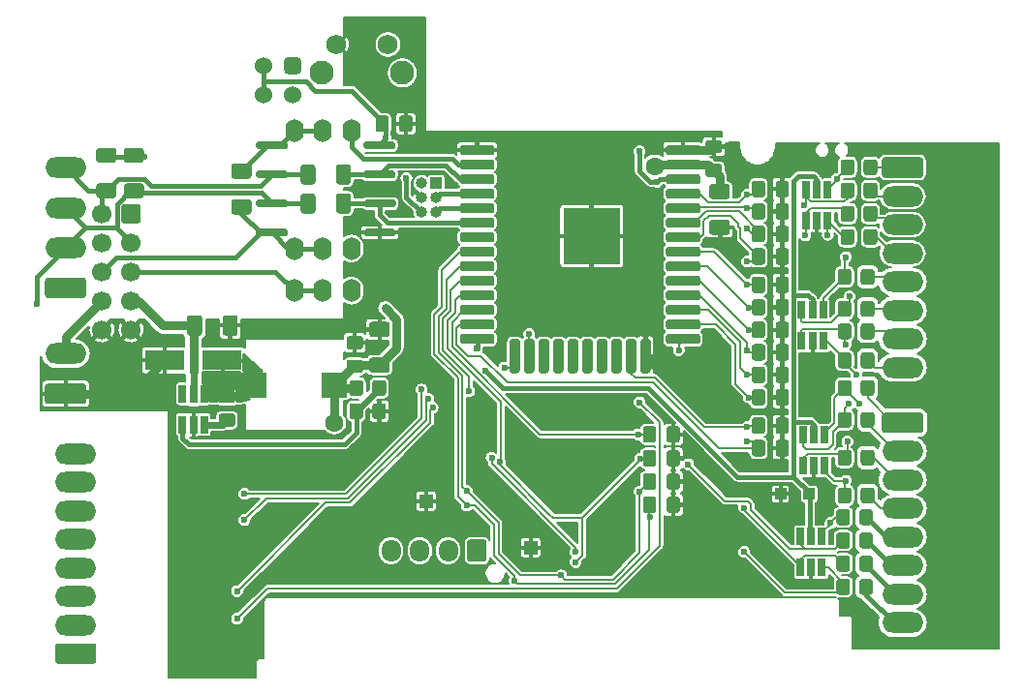
<source format=gbl>
G04 #@! TF.GenerationSoftware,KiCad,Pcbnew,(5.1.8)-1*
G04 #@! TF.CreationDate,2021-05-03T11:31:43+02:00*
G04 #@! TF.ProjectId,sensactHsIO4,73656e73-6163-4744-9873-494f342e6b69,rev?*
G04 #@! TF.SameCoordinates,Original*
G04 #@! TF.FileFunction,Copper,L2,Bot*
G04 #@! TF.FilePolarity,Positive*
%FSLAX46Y46*%
G04 Gerber Fmt 4.6, Leading zero omitted, Abs format (unit mm)*
G04 Created by KiCad (PCBNEW (5.1.8)-1) date 2021-05-03 11:31:43*
%MOMM*%
%LPD*%
G01*
G04 APERTURE LIST*
G04 #@! TA.AperFunction,SMDPad,CuDef*
%ADD10R,2.200000X2.200000*%
G04 #@! TD*
G04 #@! TA.AperFunction,ComponentPad*
%ADD11R,5.000000X5.000000*%
G04 #@! TD*
G04 #@! TA.AperFunction,ComponentPad*
%ADD12O,1.600000X2.000000*%
G04 #@! TD*
G04 #@! TA.AperFunction,ComponentPad*
%ADD13O,3.600000X1.800000*%
G04 #@! TD*
G04 #@! TA.AperFunction,ComponentPad*
%ADD14O,1.000000X1.000000*%
G04 #@! TD*
G04 #@! TA.AperFunction,ComponentPad*
%ADD15R,1.000000X1.000000*%
G04 #@! TD*
G04 #@! TA.AperFunction,ComponentPad*
%ADD16C,1.700000*%
G04 #@! TD*
G04 #@! TA.AperFunction,ComponentPad*
%ADD17O,1.700000X1.950000*%
G04 #@! TD*
G04 #@! TA.AperFunction,ComponentPad*
%ADD18R,1.230000X1.230000*%
G04 #@! TD*
G04 #@! TA.AperFunction,ComponentPad*
%ADD19C,1.524000*%
G04 #@! TD*
G04 #@! TA.AperFunction,SMDPad,CuDef*
%ADD20R,1.000000X1.000000*%
G04 #@! TD*
G04 #@! TA.AperFunction,ComponentPad*
%ADD21C,2.100000*%
G04 #@! TD*
G04 #@! TA.AperFunction,ComponentPad*
%ADD22C,1.750000*%
G04 #@! TD*
G04 #@! TA.AperFunction,SMDPad,CuDef*
%ADD23R,0.650000X1.560000*%
G04 #@! TD*
G04 #@! TA.AperFunction,SMDPad,CuDef*
%ADD24R,3.500000X1.800000*%
G04 #@! TD*
G04 #@! TA.AperFunction,ViaPad*
%ADD25C,0.600000*%
G04 #@! TD*
G04 #@! TA.AperFunction,ViaPad*
%ADD26C,1.600000*%
G04 #@! TD*
G04 #@! TA.AperFunction,Conductor*
%ADD27C,0.400000*%
G04 #@! TD*
G04 #@! TA.AperFunction,Conductor*
%ADD28C,0.800000*%
G04 #@! TD*
G04 #@! TA.AperFunction,Conductor*
%ADD29C,0.600000*%
G04 #@! TD*
G04 #@! TA.AperFunction,Conductor*
%ADD30C,0.200000*%
G04 #@! TD*
G04 #@! TA.AperFunction,Conductor*
%ADD31C,0.100000*%
G04 #@! TD*
G04 #@! TA.AperFunction,Conductor*
%ADD32C,0.254000*%
G04 #@! TD*
G04 APERTURE END LIST*
G04 #@! TA.AperFunction,SMDPad,CuDef*
G36*
G01*
X142182000Y-106901000D02*
X142182000Y-105951000D01*
G75*
G02*
X142432000Y-105701000I250000J0D01*
G01*
X143107000Y-105701000D01*
G75*
G02*
X143357000Y-105951000I0J-250000D01*
G01*
X143357000Y-106901000D01*
G75*
G02*
X143107000Y-107151000I-250000J0D01*
G01*
X142432000Y-107151000D01*
G75*
G02*
X142182000Y-106901000I0J250000D01*
G01*
G37*
G04 #@! TD.AperFunction*
G04 #@! TA.AperFunction,SMDPad,CuDef*
G36*
G01*
X140107000Y-106901000D02*
X140107000Y-105951000D01*
G75*
G02*
X140357000Y-105701000I250000J0D01*
G01*
X141032000Y-105701000D01*
G75*
G02*
X141282000Y-105951000I0J-250000D01*
G01*
X141282000Y-106901000D01*
G75*
G02*
X141032000Y-107151000I-250000J0D01*
G01*
X140357000Y-107151000D01*
G75*
G02*
X140107000Y-106901000I0J250000D01*
G01*
G37*
G04 #@! TD.AperFunction*
G04 #@! TA.AperFunction,SMDPad,CuDef*
G36*
G01*
X132438000Y-108168500D02*
X132438000Y-108493500D01*
G75*
G02*
X132275500Y-108656000I-162500J0D01*
G01*
X129850500Y-108656000D01*
G75*
G02*
X129688000Y-108493500I0J162500D01*
G01*
X129688000Y-108168500D01*
G75*
G02*
X129850500Y-108006000I162500J0D01*
G01*
X132275500Y-108006000D01*
G75*
G02*
X132438000Y-108168500I0J-162500D01*
G01*
G37*
G04 #@! TD.AperFunction*
G04 #@! TA.AperFunction,SMDPad,CuDef*
G36*
G01*
X132438000Y-110708500D02*
X132438000Y-111033500D01*
G75*
G02*
X132275500Y-111196000I-162500J0D01*
G01*
X129850500Y-111196000D01*
G75*
G02*
X129688000Y-111033500I0J162500D01*
G01*
X129688000Y-110708500D01*
G75*
G02*
X129850500Y-110546000I162500J0D01*
G01*
X132275500Y-110546000D01*
G75*
G02*
X132438000Y-110708500I0J-162500D01*
G01*
G37*
G04 #@! TD.AperFunction*
G04 #@! TA.AperFunction,SMDPad,CuDef*
G36*
G01*
X132438000Y-113248500D02*
X132438000Y-113573500D01*
G75*
G02*
X132275500Y-113736000I-162500J0D01*
G01*
X129850500Y-113736000D01*
G75*
G02*
X129688000Y-113573500I0J162500D01*
G01*
X129688000Y-113248500D01*
G75*
G02*
X129850500Y-113086000I162500J0D01*
G01*
X132275500Y-113086000D01*
G75*
G02*
X132438000Y-113248500I0J-162500D01*
G01*
G37*
G04 #@! TD.AperFunction*
G04 #@! TA.AperFunction,SMDPad,CuDef*
G36*
G01*
X132438000Y-115788500D02*
X132438000Y-116113500D01*
G75*
G02*
X132275500Y-116276000I-162500J0D01*
G01*
X129850500Y-116276000D01*
G75*
G02*
X129688000Y-116113500I0J162500D01*
G01*
X129688000Y-115788500D01*
G75*
G02*
X129850500Y-115626000I162500J0D01*
G01*
X132275500Y-115626000D01*
G75*
G02*
X132438000Y-115788500I0J-162500D01*
G01*
G37*
G04 #@! TD.AperFunction*
G04 #@! TA.AperFunction,SMDPad,CuDef*
G36*
G01*
X141863000Y-115788500D02*
X141863000Y-116113500D01*
G75*
G02*
X141700500Y-116276000I-162500J0D01*
G01*
X139275500Y-116276000D01*
G75*
G02*
X139113000Y-116113500I0J162500D01*
G01*
X139113000Y-115788500D01*
G75*
G02*
X139275500Y-115626000I162500J0D01*
G01*
X141700500Y-115626000D01*
G75*
G02*
X141863000Y-115788500I0J-162500D01*
G01*
G37*
G04 #@! TD.AperFunction*
G04 #@! TA.AperFunction,SMDPad,CuDef*
G36*
G01*
X141888000Y-113248500D02*
X141888000Y-113573500D01*
G75*
G02*
X141725500Y-113736000I-162500J0D01*
G01*
X139300500Y-113736000D01*
G75*
G02*
X139138000Y-113573500I0J162500D01*
G01*
X139138000Y-113248500D01*
G75*
G02*
X139300500Y-113086000I162500J0D01*
G01*
X141725500Y-113086000D01*
G75*
G02*
X141888000Y-113248500I0J-162500D01*
G01*
G37*
G04 #@! TD.AperFunction*
G04 #@! TA.AperFunction,SMDPad,CuDef*
G36*
G01*
X141838000Y-110708500D02*
X141838000Y-111033500D01*
G75*
G02*
X141675500Y-111196000I-162500J0D01*
G01*
X139250500Y-111196000D01*
G75*
G02*
X139088000Y-111033500I0J162500D01*
G01*
X139088000Y-110708500D01*
G75*
G02*
X139250500Y-110546000I162500J0D01*
G01*
X141675500Y-110546000D01*
G75*
G02*
X141838000Y-110708500I0J-162500D01*
G01*
G37*
G04 #@! TD.AperFunction*
G04 #@! TA.AperFunction,SMDPad,CuDef*
G36*
G01*
X141838000Y-108168500D02*
X141838000Y-108493500D01*
G75*
G02*
X141675500Y-108656000I-162500J0D01*
G01*
X139250500Y-108656000D01*
G75*
G02*
X139088000Y-108493500I0J162500D01*
G01*
X139088000Y-108168500D01*
G75*
G02*
X139250500Y-108006000I162500J0D01*
G01*
X141675500Y-108006000D01*
G75*
G02*
X141838000Y-108168500I0J-162500D01*
G01*
G37*
G04 #@! TD.AperFunction*
D10*
X129469000Y-129286000D03*
X136469000Y-129286000D03*
G04 #@! TA.AperFunction,SMDPad,CuDef*
G36*
G01*
X119624000Y-109844000D02*
X118374000Y-109844000D01*
G75*
G02*
X118124000Y-109594000I0J250000D01*
G01*
X118124000Y-108794000D01*
G75*
G02*
X118374000Y-108544000I250000J0D01*
G01*
X119624000Y-108544000D01*
G75*
G02*
X119874000Y-108794000I0J-250000D01*
G01*
X119874000Y-109594000D01*
G75*
G02*
X119624000Y-109844000I-250000J0D01*
G01*
G37*
G04 #@! TD.AperFunction*
G04 #@! TA.AperFunction,SMDPad,CuDef*
G36*
G01*
X119624000Y-112944000D02*
X118374000Y-112944000D01*
G75*
G02*
X118124000Y-112694000I0J250000D01*
G01*
X118124000Y-111894000D01*
G75*
G02*
X118374000Y-111644000I250000J0D01*
G01*
X119624000Y-111644000D01*
G75*
G02*
X119874000Y-111894000I0J-250000D01*
G01*
X119874000Y-112694000D01*
G75*
G02*
X119624000Y-112944000I-250000J0D01*
G01*
G37*
G04 #@! TD.AperFunction*
G04 #@! TA.AperFunction,SMDPad,CuDef*
G36*
G01*
X117211000Y-109844000D02*
X115961000Y-109844000D01*
G75*
G02*
X115711000Y-109594000I0J250000D01*
G01*
X115711000Y-108794000D01*
G75*
G02*
X115961000Y-108544000I250000J0D01*
G01*
X117211000Y-108544000D01*
G75*
G02*
X117461000Y-108794000I0J-250000D01*
G01*
X117461000Y-109594000D01*
G75*
G02*
X117211000Y-109844000I-250000J0D01*
G01*
G37*
G04 #@! TD.AperFunction*
G04 #@! TA.AperFunction,SMDPad,CuDef*
G36*
G01*
X117211000Y-112944000D02*
X115961000Y-112944000D01*
G75*
G02*
X115711000Y-112694000I0J250000D01*
G01*
X115711000Y-111894000D01*
G75*
G02*
X115961000Y-111644000I250000J0D01*
G01*
X117211000Y-111644000D01*
G75*
G02*
X117461000Y-111894000I0J-250000D01*
G01*
X117461000Y-112694000D01*
G75*
G02*
X117211000Y-112944000I-250000J0D01*
G01*
G37*
G04 #@! TD.AperFunction*
G04 #@! TA.AperFunction,SMDPad,CuDef*
G36*
G01*
X147500000Y-108970000D02*
X147500000Y-108520000D01*
G75*
G02*
X147725000Y-108295000I225000J0D01*
G01*
X150275000Y-108295000D01*
G75*
G02*
X150500000Y-108520000I0J-225000D01*
G01*
X150500000Y-108970000D01*
G75*
G02*
X150275000Y-109195000I-225000J0D01*
G01*
X147725000Y-109195000D01*
G75*
G02*
X147500000Y-108970000I0J225000D01*
G01*
G37*
G04 #@! TD.AperFunction*
G04 #@! TA.AperFunction,SMDPad,CuDef*
G36*
G01*
X147500000Y-110240000D02*
X147500000Y-109790000D01*
G75*
G02*
X147725000Y-109565000I225000J0D01*
G01*
X150275000Y-109565000D01*
G75*
G02*
X150500000Y-109790000I0J-225000D01*
G01*
X150500000Y-110240000D01*
G75*
G02*
X150275000Y-110465000I-225000J0D01*
G01*
X147725000Y-110465000D01*
G75*
G02*
X147500000Y-110240000I0J225000D01*
G01*
G37*
G04 #@! TD.AperFunction*
G04 #@! TA.AperFunction,SMDPad,CuDef*
G36*
G01*
X147500000Y-111510000D02*
X147500000Y-111060000D01*
G75*
G02*
X147725000Y-110835000I225000J0D01*
G01*
X150275000Y-110835000D01*
G75*
G02*
X150500000Y-111060000I0J-225000D01*
G01*
X150500000Y-111510000D01*
G75*
G02*
X150275000Y-111735000I-225000J0D01*
G01*
X147725000Y-111735000D01*
G75*
G02*
X147500000Y-111510000I0J225000D01*
G01*
G37*
G04 #@! TD.AperFunction*
G04 #@! TA.AperFunction,SMDPad,CuDef*
G36*
G01*
X147500000Y-112780000D02*
X147500000Y-112330000D01*
G75*
G02*
X147725000Y-112105000I225000J0D01*
G01*
X150275000Y-112105000D01*
G75*
G02*
X150500000Y-112330000I0J-225000D01*
G01*
X150500000Y-112780000D01*
G75*
G02*
X150275000Y-113005000I-225000J0D01*
G01*
X147725000Y-113005000D01*
G75*
G02*
X147500000Y-112780000I0J225000D01*
G01*
G37*
G04 #@! TD.AperFunction*
G04 #@! TA.AperFunction,SMDPad,CuDef*
G36*
G01*
X147500000Y-114050000D02*
X147500000Y-113600000D01*
G75*
G02*
X147725000Y-113375000I225000J0D01*
G01*
X150275000Y-113375000D01*
G75*
G02*
X150500000Y-113600000I0J-225000D01*
G01*
X150500000Y-114050000D01*
G75*
G02*
X150275000Y-114275000I-225000J0D01*
G01*
X147725000Y-114275000D01*
G75*
G02*
X147500000Y-114050000I0J225000D01*
G01*
G37*
G04 #@! TD.AperFunction*
G04 #@! TA.AperFunction,SMDPad,CuDef*
G36*
G01*
X147500000Y-115320000D02*
X147500000Y-114870000D01*
G75*
G02*
X147725000Y-114645000I225000J0D01*
G01*
X150275000Y-114645000D01*
G75*
G02*
X150500000Y-114870000I0J-225000D01*
G01*
X150500000Y-115320000D01*
G75*
G02*
X150275000Y-115545000I-225000J0D01*
G01*
X147725000Y-115545000D01*
G75*
G02*
X147500000Y-115320000I0J225000D01*
G01*
G37*
G04 #@! TD.AperFunction*
G04 #@! TA.AperFunction,SMDPad,CuDef*
G36*
G01*
X147500000Y-116590000D02*
X147500000Y-116140000D01*
G75*
G02*
X147725000Y-115915000I225000J0D01*
G01*
X150275000Y-115915000D01*
G75*
G02*
X150500000Y-116140000I0J-225000D01*
G01*
X150500000Y-116590000D01*
G75*
G02*
X150275000Y-116815000I-225000J0D01*
G01*
X147725000Y-116815000D01*
G75*
G02*
X147500000Y-116590000I0J225000D01*
G01*
G37*
G04 #@! TD.AperFunction*
G04 #@! TA.AperFunction,SMDPad,CuDef*
G36*
G01*
X147500000Y-117860000D02*
X147500000Y-117410000D01*
G75*
G02*
X147725000Y-117185000I225000J0D01*
G01*
X150275000Y-117185000D01*
G75*
G02*
X150500000Y-117410000I0J-225000D01*
G01*
X150500000Y-117860000D01*
G75*
G02*
X150275000Y-118085000I-225000J0D01*
G01*
X147725000Y-118085000D01*
G75*
G02*
X147500000Y-117860000I0J225000D01*
G01*
G37*
G04 #@! TD.AperFunction*
G04 #@! TA.AperFunction,SMDPad,CuDef*
G36*
G01*
X147500000Y-119130000D02*
X147500000Y-118680000D01*
G75*
G02*
X147725000Y-118455000I225000J0D01*
G01*
X150275000Y-118455000D01*
G75*
G02*
X150500000Y-118680000I0J-225000D01*
G01*
X150500000Y-119130000D01*
G75*
G02*
X150275000Y-119355000I-225000J0D01*
G01*
X147725000Y-119355000D01*
G75*
G02*
X147500000Y-119130000I0J225000D01*
G01*
G37*
G04 #@! TD.AperFunction*
G04 #@! TA.AperFunction,SMDPad,CuDef*
G36*
G01*
X147500000Y-120400000D02*
X147500000Y-119950000D01*
G75*
G02*
X147725000Y-119725000I225000J0D01*
G01*
X150275000Y-119725000D01*
G75*
G02*
X150500000Y-119950000I0J-225000D01*
G01*
X150500000Y-120400000D01*
G75*
G02*
X150275000Y-120625000I-225000J0D01*
G01*
X147725000Y-120625000D01*
G75*
G02*
X147500000Y-120400000I0J225000D01*
G01*
G37*
G04 #@! TD.AperFunction*
G04 #@! TA.AperFunction,SMDPad,CuDef*
G36*
G01*
X147500000Y-121670000D02*
X147500000Y-121220000D01*
G75*
G02*
X147725000Y-120995000I225000J0D01*
G01*
X150275000Y-120995000D01*
G75*
G02*
X150500000Y-121220000I0J-225000D01*
G01*
X150500000Y-121670000D01*
G75*
G02*
X150275000Y-121895000I-225000J0D01*
G01*
X147725000Y-121895000D01*
G75*
G02*
X147500000Y-121670000I0J225000D01*
G01*
G37*
G04 #@! TD.AperFunction*
G04 #@! TA.AperFunction,SMDPad,CuDef*
G36*
G01*
X147500000Y-122940000D02*
X147500000Y-122490000D01*
G75*
G02*
X147725000Y-122265000I225000J0D01*
G01*
X150275000Y-122265000D01*
G75*
G02*
X150500000Y-122490000I0J-225000D01*
G01*
X150500000Y-122940000D01*
G75*
G02*
X150275000Y-123165000I-225000J0D01*
G01*
X147725000Y-123165000D01*
G75*
G02*
X147500000Y-122940000I0J225000D01*
G01*
G37*
G04 #@! TD.AperFunction*
G04 #@! TA.AperFunction,SMDPad,CuDef*
G36*
G01*
X147500000Y-124210000D02*
X147500000Y-123760000D01*
G75*
G02*
X147725000Y-123535000I225000J0D01*
G01*
X150275000Y-123535000D01*
G75*
G02*
X150500000Y-123760000I0J-225000D01*
G01*
X150500000Y-124210000D01*
G75*
G02*
X150275000Y-124435000I-225000J0D01*
G01*
X147725000Y-124435000D01*
G75*
G02*
X147500000Y-124210000I0J225000D01*
G01*
G37*
G04 #@! TD.AperFunction*
G04 #@! TA.AperFunction,SMDPad,CuDef*
G36*
G01*
X147500000Y-125480000D02*
X147500000Y-125030000D01*
G75*
G02*
X147725000Y-124805000I225000J0D01*
G01*
X150275000Y-124805000D01*
G75*
G02*
X150500000Y-125030000I0J-225000D01*
G01*
X150500000Y-125480000D01*
G75*
G02*
X150275000Y-125705000I-225000J0D01*
G01*
X147725000Y-125705000D01*
G75*
G02*
X147500000Y-125480000I0J225000D01*
G01*
G37*
G04 #@! TD.AperFunction*
G04 #@! TA.AperFunction,SMDPad,CuDef*
G36*
G01*
X152510000Y-128255000D02*
X152060000Y-128255000D01*
G75*
G02*
X151835000Y-128030000I0J225000D01*
G01*
X151835000Y-125480000D01*
G75*
G02*
X152060000Y-125255000I225000J0D01*
G01*
X152510000Y-125255000D01*
G75*
G02*
X152735000Y-125480000I0J-225000D01*
G01*
X152735000Y-128030000D01*
G75*
G02*
X152510000Y-128255000I-225000J0D01*
G01*
G37*
G04 #@! TD.AperFunction*
G04 #@! TA.AperFunction,SMDPad,CuDef*
G36*
G01*
X153780000Y-128255000D02*
X153330000Y-128255000D01*
G75*
G02*
X153105000Y-128030000I0J225000D01*
G01*
X153105000Y-125480000D01*
G75*
G02*
X153330000Y-125255000I225000J0D01*
G01*
X153780000Y-125255000D01*
G75*
G02*
X154005000Y-125480000I0J-225000D01*
G01*
X154005000Y-128030000D01*
G75*
G02*
X153780000Y-128255000I-225000J0D01*
G01*
G37*
G04 #@! TD.AperFunction*
G04 #@! TA.AperFunction,SMDPad,CuDef*
G36*
G01*
X155050000Y-128255000D02*
X154600000Y-128255000D01*
G75*
G02*
X154375000Y-128030000I0J225000D01*
G01*
X154375000Y-125480000D01*
G75*
G02*
X154600000Y-125255000I225000J0D01*
G01*
X155050000Y-125255000D01*
G75*
G02*
X155275000Y-125480000I0J-225000D01*
G01*
X155275000Y-128030000D01*
G75*
G02*
X155050000Y-128255000I-225000J0D01*
G01*
G37*
G04 #@! TD.AperFunction*
G04 #@! TA.AperFunction,SMDPad,CuDef*
G36*
G01*
X156320000Y-128255000D02*
X155870000Y-128255000D01*
G75*
G02*
X155645000Y-128030000I0J225000D01*
G01*
X155645000Y-125480000D01*
G75*
G02*
X155870000Y-125255000I225000J0D01*
G01*
X156320000Y-125255000D01*
G75*
G02*
X156545000Y-125480000I0J-225000D01*
G01*
X156545000Y-128030000D01*
G75*
G02*
X156320000Y-128255000I-225000J0D01*
G01*
G37*
G04 #@! TD.AperFunction*
G04 #@! TA.AperFunction,SMDPad,CuDef*
G36*
G01*
X157590000Y-128255000D02*
X157140000Y-128255000D01*
G75*
G02*
X156915000Y-128030000I0J225000D01*
G01*
X156915000Y-125480000D01*
G75*
G02*
X157140000Y-125255000I225000J0D01*
G01*
X157590000Y-125255000D01*
G75*
G02*
X157815000Y-125480000I0J-225000D01*
G01*
X157815000Y-128030000D01*
G75*
G02*
X157590000Y-128255000I-225000J0D01*
G01*
G37*
G04 #@! TD.AperFunction*
G04 #@! TA.AperFunction,SMDPad,CuDef*
G36*
G01*
X158860000Y-128255000D02*
X158410000Y-128255000D01*
G75*
G02*
X158185000Y-128030000I0J225000D01*
G01*
X158185000Y-125480000D01*
G75*
G02*
X158410000Y-125255000I225000J0D01*
G01*
X158860000Y-125255000D01*
G75*
G02*
X159085000Y-125480000I0J-225000D01*
G01*
X159085000Y-128030000D01*
G75*
G02*
X158860000Y-128255000I-225000J0D01*
G01*
G37*
G04 #@! TD.AperFunction*
G04 #@! TA.AperFunction,SMDPad,CuDef*
G36*
G01*
X160130000Y-128255000D02*
X159680000Y-128255000D01*
G75*
G02*
X159455000Y-128030000I0J225000D01*
G01*
X159455000Y-125480000D01*
G75*
G02*
X159680000Y-125255000I225000J0D01*
G01*
X160130000Y-125255000D01*
G75*
G02*
X160355000Y-125480000I0J-225000D01*
G01*
X160355000Y-128030000D01*
G75*
G02*
X160130000Y-128255000I-225000J0D01*
G01*
G37*
G04 #@! TD.AperFunction*
G04 #@! TA.AperFunction,SMDPad,CuDef*
G36*
G01*
X161400000Y-128255000D02*
X160950000Y-128255000D01*
G75*
G02*
X160725000Y-128030000I0J225000D01*
G01*
X160725000Y-125480000D01*
G75*
G02*
X160950000Y-125255000I225000J0D01*
G01*
X161400000Y-125255000D01*
G75*
G02*
X161625000Y-125480000I0J-225000D01*
G01*
X161625000Y-128030000D01*
G75*
G02*
X161400000Y-128255000I-225000J0D01*
G01*
G37*
G04 #@! TD.AperFunction*
G04 #@! TA.AperFunction,SMDPad,CuDef*
G36*
G01*
X162670000Y-128255000D02*
X162220000Y-128255000D01*
G75*
G02*
X161995000Y-128030000I0J225000D01*
G01*
X161995000Y-125480000D01*
G75*
G02*
X162220000Y-125255000I225000J0D01*
G01*
X162670000Y-125255000D01*
G75*
G02*
X162895000Y-125480000I0J-225000D01*
G01*
X162895000Y-128030000D01*
G75*
G02*
X162670000Y-128255000I-225000J0D01*
G01*
G37*
G04 #@! TD.AperFunction*
G04 #@! TA.AperFunction,SMDPad,CuDef*
G36*
G01*
X163940000Y-128255000D02*
X163490000Y-128255000D01*
G75*
G02*
X163265000Y-128030000I0J225000D01*
G01*
X163265000Y-125480000D01*
G75*
G02*
X163490000Y-125255000I225000J0D01*
G01*
X163940000Y-125255000D01*
G75*
G02*
X164165000Y-125480000I0J-225000D01*
G01*
X164165000Y-128030000D01*
G75*
G02*
X163940000Y-128255000I-225000J0D01*
G01*
G37*
G04 #@! TD.AperFunction*
G04 #@! TA.AperFunction,SMDPad,CuDef*
G36*
G01*
X168500000Y-125030000D02*
X168500000Y-125480000D01*
G75*
G02*
X168275000Y-125705000I-225000J0D01*
G01*
X165725000Y-125705000D01*
G75*
G02*
X165500000Y-125480000I0J225000D01*
G01*
X165500000Y-125030000D01*
G75*
G02*
X165725000Y-124805000I225000J0D01*
G01*
X168275000Y-124805000D01*
G75*
G02*
X168500000Y-125030000I0J-225000D01*
G01*
G37*
G04 #@! TD.AperFunction*
G04 #@! TA.AperFunction,SMDPad,CuDef*
G36*
G01*
X168500000Y-123760000D02*
X168500000Y-124210000D01*
G75*
G02*
X168275000Y-124435000I-225000J0D01*
G01*
X165725000Y-124435000D01*
G75*
G02*
X165500000Y-124210000I0J225000D01*
G01*
X165500000Y-123760000D01*
G75*
G02*
X165725000Y-123535000I225000J0D01*
G01*
X168275000Y-123535000D01*
G75*
G02*
X168500000Y-123760000I0J-225000D01*
G01*
G37*
G04 #@! TD.AperFunction*
G04 #@! TA.AperFunction,SMDPad,CuDef*
G36*
G01*
X168500000Y-122490000D02*
X168500000Y-122940000D01*
G75*
G02*
X168275000Y-123165000I-225000J0D01*
G01*
X165725000Y-123165000D01*
G75*
G02*
X165500000Y-122940000I0J225000D01*
G01*
X165500000Y-122490000D01*
G75*
G02*
X165725000Y-122265000I225000J0D01*
G01*
X168275000Y-122265000D01*
G75*
G02*
X168500000Y-122490000I0J-225000D01*
G01*
G37*
G04 #@! TD.AperFunction*
G04 #@! TA.AperFunction,SMDPad,CuDef*
G36*
G01*
X168500000Y-121220000D02*
X168500000Y-121670000D01*
G75*
G02*
X168275000Y-121895000I-225000J0D01*
G01*
X165725000Y-121895000D01*
G75*
G02*
X165500000Y-121670000I0J225000D01*
G01*
X165500000Y-121220000D01*
G75*
G02*
X165725000Y-120995000I225000J0D01*
G01*
X168275000Y-120995000D01*
G75*
G02*
X168500000Y-121220000I0J-225000D01*
G01*
G37*
G04 #@! TD.AperFunction*
G04 #@! TA.AperFunction,SMDPad,CuDef*
G36*
G01*
X168500000Y-119950000D02*
X168500000Y-120400000D01*
G75*
G02*
X168275000Y-120625000I-225000J0D01*
G01*
X165725000Y-120625000D01*
G75*
G02*
X165500000Y-120400000I0J225000D01*
G01*
X165500000Y-119950000D01*
G75*
G02*
X165725000Y-119725000I225000J0D01*
G01*
X168275000Y-119725000D01*
G75*
G02*
X168500000Y-119950000I0J-225000D01*
G01*
G37*
G04 #@! TD.AperFunction*
G04 #@! TA.AperFunction,SMDPad,CuDef*
G36*
G01*
X168500000Y-118680000D02*
X168500000Y-119130000D01*
G75*
G02*
X168275000Y-119355000I-225000J0D01*
G01*
X165725000Y-119355000D01*
G75*
G02*
X165500000Y-119130000I0J225000D01*
G01*
X165500000Y-118680000D01*
G75*
G02*
X165725000Y-118455000I225000J0D01*
G01*
X168275000Y-118455000D01*
G75*
G02*
X168500000Y-118680000I0J-225000D01*
G01*
G37*
G04 #@! TD.AperFunction*
G04 #@! TA.AperFunction,SMDPad,CuDef*
G36*
G01*
X168500000Y-117410000D02*
X168500000Y-117860000D01*
G75*
G02*
X168275000Y-118085000I-225000J0D01*
G01*
X165725000Y-118085000D01*
G75*
G02*
X165500000Y-117860000I0J225000D01*
G01*
X165500000Y-117410000D01*
G75*
G02*
X165725000Y-117185000I225000J0D01*
G01*
X168275000Y-117185000D01*
G75*
G02*
X168500000Y-117410000I0J-225000D01*
G01*
G37*
G04 #@! TD.AperFunction*
G04 #@! TA.AperFunction,SMDPad,CuDef*
G36*
G01*
X168500000Y-116140000D02*
X168500000Y-116590000D01*
G75*
G02*
X168275000Y-116815000I-225000J0D01*
G01*
X165725000Y-116815000D01*
G75*
G02*
X165500000Y-116590000I0J225000D01*
G01*
X165500000Y-116140000D01*
G75*
G02*
X165725000Y-115915000I225000J0D01*
G01*
X168275000Y-115915000D01*
G75*
G02*
X168500000Y-116140000I0J-225000D01*
G01*
G37*
G04 #@! TD.AperFunction*
G04 #@! TA.AperFunction,SMDPad,CuDef*
G36*
G01*
X168500000Y-114870000D02*
X168500000Y-115320000D01*
G75*
G02*
X168275000Y-115545000I-225000J0D01*
G01*
X165725000Y-115545000D01*
G75*
G02*
X165500000Y-115320000I0J225000D01*
G01*
X165500000Y-114870000D01*
G75*
G02*
X165725000Y-114645000I225000J0D01*
G01*
X168275000Y-114645000D01*
G75*
G02*
X168500000Y-114870000I0J-225000D01*
G01*
G37*
G04 #@! TD.AperFunction*
G04 #@! TA.AperFunction,SMDPad,CuDef*
G36*
G01*
X168500000Y-113600000D02*
X168500000Y-114050000D01*
G75*
G02*
X168275000Y-114275000I-225000J0D01*
G01*
X165725000Y-114275000D01*
G75*
G02*
X165500000Y-114050000I0J225000D01*
G01*
X165500000Y-113600000D01*
G75*
G02*
X165725000Y-113375000I225000J0D01*
G01*
X168275000Y-113375000D01*
G75*
G02*
X168500000Y-113600000I0J-225000D01*
G01*
G37*
G04 #@! TD.AperFunction*
G04 #@! TA.AperFunction,SMDPad,CuDef*
G36*
G01*
X168500000Y-112330000D02*
X168500000Y-112780000D01*
G75*
G02*
X168275000Y-113005000I-225000J0D01*
G01*
X165725000Y-113005000D01*
G75*
G02*
X165500000Y-112780000I0J225000D01*
G01*
X165500000Y-112330000D01*
G75*
G02*
X165725000Y-112105000I225000J0D01*
G01*
X168275000Y-112105000D01*
G75*
G02*
X168500000Y-112330000I0J-225000D01*
G01*
G37*
G04 #@! TD.AperFunction*
G04 #@! TA.AperFunction,SMDPad,CuDef*
G36*
G01*
X168500000Y-111060000D02*
X168500000Y-111510000D01*
G75*
G02*
X168275000Y-111735000I-225000J0D01*
G01*
X165725000Y-111735000D01*
G75*
G02*
X165500000Y-111510000I0J225000D01*
G01*
X165500000Y-111060000D01*
G75*
G02*
X165725000Y-110835000I225000J0D01*
G01*
X168275000Y-110835000D01*
G75*
G02*
X168500000Y-111060000I0J-225000D01*
G01*
G37*
G04 #@! TD.AperFunction*
G04 #@! TA.AperFunction,SMDPad,CuDef*
G36*
G01*
X168500000Y-109790000D02*
X168500000Y-110240000D01*
G75*
G02*
X168275000Y-110465000I-225000J0D01*
G01*
X165725000Y-110465000D01*
G75*
G02*
X165500000Y-110240000I0J225000D01*
G01*
X165500000Y-109790000D01*
G75*
G02*
X165725000Y-109565000I225000J0D01*
G01*
X168275000Y-109565000D01*
G75*
G02*
X168500000Y-109790000I0J-225000D01*
G01*
G37*
G04 #@! TD.AperFunction*
G04 #@! TA.AperFunction,SMDPad,CuDef*
G36*
G01*
X168500000Y-108520000D02*
X168500000Y-108970000D01*
G75*
G02*
X168275000Y-109195000I-225000J0D01*
G01*
X165725000Y-109195000D01*
G75*
G02*
X165500000Y-108970000I0J225000D01*
G01*
X165500000Y-108520000D01*
G75*
G02*
X165725000Y-108295000I225000J0D01*
G01*
X168275000Y-108295000D01*
G75*
G02*
X168500000Y-108520000I0J-225000D01*
G01*
G37*
G04 #@! TD.AperFunction*
D11*
X159000000Y-116245000D03*
G04 #@! TA.AperFunction,SMDPad,CuDef*
G36*
G01*
X136663000Y-114036000D02*
X136663000Y-112786000D01*
G75*
G02*
X136913000Y-112536000I250000J0D01*
G01*
X137713000Y-112536000D01*
G75*
G02*
X137963000Y-112786000I0J-250000D01*
G01*
X137963000Y-114036000D01*
G75*
G02*
X137713000Y-114286000I-250000J0D01*
G01*
X136913000Y-114286000D01*
G75*
G02*
X136663000Y-114036000I0J250000D01*
G01*
G37*
G04 #@! TD.AperFunction*
G04 #@! TA.AperFunction,SMDPad,CuDef*
G36*
G01*
X133563000Y-114036000D02*
X133563000Y-112786000D01*
G75*
G02*
X133813000Y-112536000I250000J0D01*
G01*
X134613000Y-112536000D01*
G75*
G02*
X134863000Y-112786000I0J-250000D01*
G01*
X134863000Y-114036000D01*
G75*
G02*
X134613000Y-114286000I-250000J0D01*
G01*
X133813000Y-114286000D01*
G75*
G02*
X133563000Y-114036000I0J250000D01*
G01*
G37*
G04 #@! TD.AperFunction*
G04 #@! TA.AperFunction,SMDPad,CuDef*
G36*
G01*
X136663000Y-111496000D02*
X136663000Y-110246000D01*
G75*
G02*
X136913000Y-109996000I250000J0D01*
G01*
X137713000Y-109996000D01*
G75*
G02*
X137963000Y-110246000I0J-250000D01*
G01*
X137963000Y-111496000D01*
G75*
G02*
X137713000Y-111746000I-250000J0D01*
G01*
X136913000Y-111746000D01*
G75*
G02*
X136663000Y-111496000I0J250000D01*
G01*
G37*
G04 #@! TD.AperFunction*
G04 #@! TA.AperFunction,SMDPad,CuDef*
G36*
G01*
X133563000Y-111496000D02*
X133563000Y-110246000D01*
G75*
G02*
X133813000Y-109996000I250000J0D01*
G01*
X134613000Y-109996000D01*
G75*
G02*
X134863000Y-110246000I0J-250000D01*
G01*
X134863000Y-111496000D01*
G75*
G02*
X134613000Y-111746000I-250000J0D01*
G01*
X133813000Y-111746000D01*
G75*
G02*
X133563000Y-111496000I0J250000D01*
G01*
G37*
G04 #@! TD.AperFunction*
D12*
X138009000Y-117348000D03*
X133009000Y-117348000D03*
X135509000Y-117348000D03*
X138009000Y-121031000D03*
X133009000Y-121031000D03*
X135509000Y-121031000D03*
X138009000Y-107061000D03*
X133009000Y-107061000D03*
X135509000Y-107061000D03*
G04 #@! TA.AperFunction,SMDPad,CuDef*
G36*
G01*
X127746999Y-113041000D02*
X129047001Y-113041000D01*
G75*
G02*
X129297000Y-113290999I0J-249999D01*
G01*
X129297000Y-114116001D01*
G75*
G02*
X129047001Y-114366000I-249999J0D01*
G01*
X127746999Y-114366000D01*
G75*
G02*
X127497000Y-114116001I0J249999D01*
G01*
X127497000Y-113290999D01*
G75*
G02*
X127746999Y-113041000I249999J0D01*
G01*
G37*
G04 #@! TD.AperFunction*
G04 #@! TA.AperFunction,SMDPad,CuDef*
G36*
G01*
X127746999Y-109916000D02*
X129047001Y-109916000D01*
G75*
G02*
X129297000Y-110165999I0J-249999D01*
G01*
X129297000Y-110991001D01*
G75*
G02*
X129047001Y-111241000I-249999J0D01*
G01*
X127746999Y-111241000D01*
G75*
G02*
X127497000Y-110991001I0J249999D01*
G01*
X127497000Y-110165999D01*
G75*
G02*
X127746999Y-109916000I249999J0D01*
G01*
G37*
G04 #@! TD.AperFunction*
D13*
X113030000Y-126548000D03*
G04 #@! TA.AperFunction,ComponentPad*
G36*
G01*
X114580000Y-130948000D02*
X111480000Y-130948000D01*
G75*
G02*
X111230000Y-130698000I0J250000D01*
G01*
X111230000Y-129398000D01*
G75*
G02*
X111480000Y-129148000I250000J0D01*
G01*
X114580000Y-129148000D01*
G75*
G02*
X114830000Y-129398000I0J-250000D01*
G01*
X114830000Y-130698000D01*
G75*
G02*
X114580000Y-130948000I-250000J0D01*
G01*
G37*
G04 #@! TD.AperFunction*
X113030000Y-110292000D03*
X113030000Y-113792000D03*
X113030000Y-117292000D03*
G04 #@! TA.AperFunction,ComponentPad*
G36*
G01*
X114580000Y-121692000D02*
X111480000Y-121692000D01*
G75*
G02*
X111230000Y-121442000I0J250000D01*
G01*
X111230000Y-120142000D01*
G75*
G02*
X111480000Y-119892000I250000J0D01*
G01*
X114580000Y-119892000D01*
G75*
G02*
X114830000Y-120142000I0J-250000D01*
G01*
X114830000Y-121442000D01*
G75*
G02*
X114580000Y-121692000I-250000J0D01*
G01*
G37*
G04 #@! TD.AperFunction*
D14*
X144145000Y-114173000D03*
X145415000Y-114173000D03*
X144145000Y-112903000D03*
X145415000Y-112903000D03*
X144145000Y-111633000D03*
D15*
X145415000Y-111633000D03*
D16*
X116205000Y-124460000D03*
X116205000Y-121920000D03*
X116205000Y-119380000D03*
X116205000Y-116840000D03*
X116205000Y-114300000D03*
X118745000Y-124460000D03*
X118745000Y-121920000D03*
X118745000Y-119380000D03*
X118745000Y-116840000D03*
G04 #@! TA.AperFunction,ComponentPad*
G36*
G01*
X119595000Y-113700000D02*
X119595000Y-114900000D01*
G75*
G02*
X119345000Y-115150000I-250000J0D01*
G01*
X118145000Y-115150000D01*
G75*
G02*
X117895000Y-114900000I0J250000D01*
G01*
X117895000Y-113700000D01*
G75*
G02*
X118145000Y-113450000I250000J0D01*
G01*
X119345000Y-113450000D01*
G75*
G02*
X119595000Y-113700000I0J-250000D01*
G01*
G37*
G04 #@! TD.AperFunction*
D17*
X141471000Y-143764000D03*
X143971000Y-143764000D03*
X146471000Y-143764000D03*
G04 #@! TA.AperFunction,ComponentPad*
G36*
G01*
X149821000Y-143039000D02*
X149821000Y-144489000D01*
G75*
G02*
X149571000Y-144739000I-250000J0D01*
G01*
X148371000Y-144739000D01*
G75*
G02*
X148121000Y-144489000I0J250000D01*
G01*
X148121000Y-143039000D01*
G75*
G02*
X148371000Y-142789000I250000J0D01*
G01*
X149571000Y-142789000D01*
G75*
G02*
X149821000Y-143039000I0J-250000D01*
G01*
G37*
G04 #@! TD.AperFunction*
D18*
X153670000Y-143510000D03*
X144526000Y-139446000D03*
D19*
X130330000Y-103886000D03*
X132870000Y-103886000D03*
X130330000Y-101346000D03*
G04 #@! TA.AperFunction,ComponentPad*
G36*
G01*
X132108000Y-101727000D02*
X132108000Y-100965000D01*
G75*
G02*
X132489000Y-100584000I381000J0D01*
G01*
X133251000Y-100584000D01*
G75*
G02*
X133632000Y-100965000I0J-381000D01*
G01*
X133632000Y-101727000D01*
G75*
G02*
X133251000Y-102108000I-381000J0D01*
G01*
X132489000Y-102108000D01*
G75*
G02*
X132108000Y-101727000I0J381000D01*
G01*
G37*
G04 #@! TD.AperFunction*
G04 #@! TA.AperFunction,SMDPad,CuDef*
G36*
G01*
X182518000Y-132784001D02*
X182518000Y-131883999D01*
G75*
G02*
X182767999Y-131634000I249999J0D01*
G01*
X183468001Y-131634000D01*
G75*
G02*
X183718000Y-131883999I0J-249999D01*
G01*
X183718000Y-132784001D01*
G75*
G02*
X183468001Y-133034000I-249999J0D01*
G01*
X182767999Y-133034000D01*
G75*
G02*
X182518000Y-132784001I0J249999D01*
G01*
G37*
G04 #@! TD.AperFunction*
G04 #@! TA.AperFunction,SMDPad,CuDef*
G36*
G01*
X180518000Y-132784001D02*
X180518000Y-131883999D01*
G75*
G02*
X180767999Y-131634000I249999J0D01*
G01*
X181468001Y-131634000D01*
G75*
G02*
X181718000Y-131883999I0J-249999D01*
G01*
X181718000Y-132784001D01*
G75*
G02*
X181468001Y-133034000I-249999J0D01*
G01*
X180767999Y-133034000D01*
G75*
G02*
X180518000Y-132784001I0J249999D01*
G01*
G37*
G04 #@! TD.AperFunction*
G04 #@! TA.AperFunction,SMDPad,CuDef*
G36*
G01*
X182518000Y-129990001D02*
X182518000Y-129089999D01*
G75*
G02*
X182767999Y-128840000I249999J0D01*
G01*
X183468001Y-128840000D01*
G75*
G02*
X183718000Y-129089999I0J-249999D01*
G01*
X183718000Y-129990001D01*
G75*
G02*
X183468001Y-130240000I-249999J0D01*
G01*
X182767999Y-130240000D01*
G75*
G02*
X182518000Y-129990001I0J249999D01*
G01*
G37*
G04 #@! TD.AperFunction*
G04 #@! TA.AperFunction,SMDPad,CuDef*
G36*
G01*
X180518000Y-129990001D02*
X180518000Y-129089999D01*
G75*
G02*
X180767999Y-128840000I249999J0D01*
G01*
X181468001Y-128840000D01*
G75*
G02*
X181718000Y-129089999I0J-249999D01*
G01*
X181718000Y-129990001D01*
G75*
G02*
X181468001Y-130240000I-249999J0D01*
G01*
X180767999Y-130240000D01*
G75*
G02*
X180518000Y-129990001I0J249999D01*
G01*
G37*
G04 #@! TD.AperFunction*
D20*
X175514000Y-138811000D03*
X178014000Y-138811000D03*
G04 #@! TA.AperFunction,SMDPad,CuDef*
G36*
G01*
X175075000Y-124935000D02*
X175075000Y-123985000D01*
G75*
G02*
X175325000Y-123735000I250000J0D01*
G01*
X176000000Y-123735000D01*
G75*
G02*
X176250000Y-123985000I0J-250000D01*
G01*
X176250000Y-124935000D01*
G75*
G02*
X176000000Y-125185000I-250000J0D01*
G01*
X175325000Y-125185000D01*
G75*
G02*
X175075000Y-124935000I0J250000D01*
G01*
G37*
G04 #@! TD.AperFunction*
G04 #@! TA.AperFunction,SMDPad,CuDef*
G36*
G01*
X173000000Y-124935000D02*
X173000000Y-123985000D01*
G75*
G02*
X173250000Y-123735000I250000J0D01*
G01*
X173925000Y-123735000D01*
G75*
G02*
X174175000Y-123985000I0J-250000D01*
G01*
X174175000Y-124935000D01*
G75*
G02*
X173925000Y-125185000I-250000J0D01*
G01*
X173250000Y-125185000D01*
G75*
G02*
X173000000Y-124935000I0J250000D01*
G01*
G37*
G04 #@! TD.AperFunction*
G04 #@! TA.AperFunction,SMDPad,CuDef*
G36*
G01*
X175075000Y-118521500D02*
X175075000Y-117571500D01*
G75*
G02*
X175325000Y-117321500I250000J0D01*
G01*
X176000000Y-117321500D01*
G75*
G02*
X176250000Y-117571500I0J-250000D01*
G01*
X176250000Y-118521500D01*
G75*
G02*
X176000000Y-118771500I-250000J0D01*
G01*
X175325000Y-118771500D01*
G75*
G02*
X175075000Y-118521500I0J250000D01*
G01*
G37*
G04 #@! TD.AperFunction*
G04 #@! TA.AperFunction,SMDPad,CuDef*
G36*
G01*
X173000000Y-118521500D02*
X173000000Y-117571500D01*
G75*
G02*
X173250000Y-117321500I250000J0D01*
G01*
X173925000Y-117321500D01*
G75*
G02*
X174175000Y-117571500I0J-250000D01*
G01*
X174175000Y-118521500D01*
G75*
G02*
X173925000Y-118771500I-250000J0D01*
G01*
X173250000Y-118771500D01*
G75*
G02*
X173000000Y-118521500I0J250000D01*
G01*
G37*
G04 #@! TD.AperFunction*
G04 #@! TA.AperFunction,SMDPad,CuDef*
G36*
G01*
X175075000Y-120998000D02*
X175075000Y-120048000D01*
G75*
G02*
X175325000Y-119798000I250000J0D01*
G01*
X176000000Y-119798000D01*
G75*
G02*
X176250000Y-120048000I0J-250000D01*
G01*
X176250000Y-120998000D01*
G75*
G02*
X176000000Y-121248000I-250000J0D01*
G01*
X175325000Y-121248000D01*
G75*
G02*
X175075000Y-120998000I0J250000D01*
G01*
G37*
G04 #@! TD.AperFunction*
G04 #@! TA.AperFunction,SMDPad,CuDef*
G36*
G01*
X173000000Y-120998000D02*
X173000000Y-120048000D01*
G75*
G02*
X173250000Y-119798000I250000J0D01*
G01*
X173925000Y-119798000D01*
G75*
G02*
X174175000Y-120048000I0J-250000D01*
G01*
X174175000Y-120998000D01*
G75*
G02*
X173925000Y-121248000I-250000J0D01*
G01*
X173250000Y-121248000D01*
G75*
G02*
X173000000Y-120998000I0J250000D01*
G01*
G37*
G04 #@! TD.AperFunction*
G04 #@! TA.AperFunction,SMDPad,CuDef*
G36*
G01*
X175075000Y-135285500D02*
X175075000Y-134335500D01*
G75*
G02*
X175325000Y-134085500I250000J0D01*
G01*
X176000000Y-134085500D01*
G75*
G02*
X176250000Y-134335500I0J-250000D01*
G01*
X176250000Y-135285500D01*
G75*
G02*
X176000000Y-135535500I-250000J0D01*
G01*
X175325000Y-135535500D01*
G75*
G02*
X175075000Y-135285500I0J250000D01*
G01*
G37*
G04 #@! TD.AperFunction*
G04 #@! TA.AperFunction,SMDPad,CuDef*
G36*
G01*
X173000000Y-135285500D02*
X173000000Y-134335500D01*
G75*
G02*
X173250000Y-134085500I250000J0D01*
G01*
X173925000Y-134085500D01*
G75*
G02*
X174175000Y-134335500I0J-250000D01*
G01*
X174175000Y-135285500D01*
G75*
G02*
X173925000Y-135535500I-250000J0D01*
G01*
X173250000Y-135535500D01*
G75*
G02*
X173000000Y-135285500I0J250000D01*
G01*
G37*
G04 #@! TD.AperFunction*
G04 #@! TA.AperFunction,SMDPad,CuDef*
G36*
G01*
X175075000Y-128872000D02*
X175075000Y-127922000D01*
G75*
G02*
X175325000Y-127672000I250000J0D01*
G01*
X176000000Y-127672000D01*
G75*
G02*
X176250000Y-127922000I0J-250000D01*
G01*
X176250000Y-128872000D01*
G75*
G02*
X176000000Y-129122000I-250000J0D01*
G01*
X175325000Y-129122000D01*
G75*
G02*
X175075000Y-128872000I0J250000D01*
G01*
G37*
G04 #@! TD.AperFunction*
G04 #@! TA.AperFunction,SMDPad,CuDef*
G36*
G01*
X173000000Y-128872000D02*
X173000000Y-127922000D01*
G75*
G02*
X173250000Y-127672000I250000J0D01*
G01*
X173925000Y-127672000D01*
G75*
G02*
X174175000Y-127922000I0J-250000D01*
G01*
X174175000Y-128872000D01*
G75*
G02*
X173925000Y-129122000I-250000J0D01*
G01*
X173250000Y-129122000D01*
G75*
G02*
X173000000Y-128872000I0J250000D01*
G01*
G37*
G04 #@! TD.AperFunction*
G04 #@! TA.AperFunction,SMDPad,CuDef*
G36*
G01*
X182772000Y-116782001D02*
X182772000Y-115881999D01*
G75*
G02*
X183021999Y-115632000I249999J0D01*
G01*
X183722001Y-115632000D01*
G75*
G02*
X183972000Y-115881999I0J-249999D01*
G01*
X183972000Y-116782001D01*
G75*
G02*
X183722001Y-117032000I-249999J0D01*
G01*
X183021999Y-117032000D01*
G75*
G02*
X182772000Y-116782001I0J249999D01*
G01*
G37*
G04 #@! TD.AperFunction*
G04 #@! TA.AperFunction,SMDPad,CuDef*
G36*
G01*
X180772000Y-116782001D02*
X180772000Y-115881999D01*
G75*
G02*
X181021999Y-115632000I249999J0D01*
G01*
X181722001Y-115632000D01*
G75*
G02*
X181972000Y-115881999I0J-249999D01*
G01*
X181972000Y-116782001D01*
G75*
G02*
X181722001Y-117032000I-249999J0D01*
G01*
X181021999Y-117032000D01*
G75*
G02*
X180772000Y-116782001I0J249999D01*
G01*
G37*
G04 #@! TD.AperFunction*
G04 #@! TA.AperFunction,SMDPad,CuDef*
G36*
G01*
X182772000Y-114750001D02*
X182772000Y-113849999D01*
G75*
G02*
X183021999Y-113600000I249999J0D01*
G01*
X183722001Y-113600000D01*
G75*
G02*
X183972000Y-113849999I0J-249999D01*
G01*
X183972000Y-114750001D01*
G75*
G02*
X183722001Y-115000000I-249999J0D01*
G01*
X183021999Y-115000000D01*
G75*
G02*
X182772000Y-114750001I0J249999D01*
G01*
G37*
G04 #@! TD.AperFunction*
G04 #@! TA.AperFunction,SMDPad,CuDef*
G36*
G01*
X180772000Y-114750001D02*
X180772000Y-113849999D01*
G75*
G02*
X181021999Y-113600000I249999J0D01*
G01*
X181722001Y-113600000D01*
G75*
G02*
X181972000Y-113849999I0J-249999D01*
G01*
X181972000Y-114750001D01*
G75*
G02*
X181722001Y-115000000I-249999J0D01*
G01*
X181021999Y-115000000D01*
G75*
G02*
X180772000Y-114750001I0J249999D01*
G01*
G37*
G04 #@! TD.AperFunction*
G04 #@! TA.AperFunction,SMDPad,CuDef*
G36*
G01*
X182772000Y-112718001D02*
X182772000Y-111817999D01*
G75*
G02*
X183021999Y-111568000I249999J0D01*
G01*
X183722001Y-111568000D01*
G75*
G02*
X183972000Y-111817999I0J-249999D01*
G01*
X183972000Y-112718001D01*
G75*
G02*
X183722001Y-112968000I-249999J0D01*
G01*
X183021999Y-112968000D01*
G75*
G02*
X182772000Y-112718001I0J249999D01*
G01*
G37*
G04 #@! TD.AperFunction*
G04 #@! TA.AperFunction,SMDPad,CuDef*
G36*
G01*
X180772000Y-112718001D02*
X180772000Y-111817999D01*
G75*
G02*
X181021999Y-111568000I249999J0D01*
G01*
X181722001Y-111568000D01*
G75*
G02*
X181972000Y-111817999I0J-249999D01*
G01*
X181972000Y-112718001D01*
G75*
G02*
X181722001Y-112968000I-249999J0D01*
G01*
X181021999Y-112968000D01*
G75*
G02*
X180772000Y-112718001I0J249999D01*
G01*
G37*
G04 #@! TD.AperFunction*
G04 #@! TA.AperFunction,SMDPad,CuDef*
G36*
G01*
X182772000Y-110686001D02*
X182772000Y-109785999D01*
G75*
G02*
X183021999Y-109536000I249999J0D01*
G01*
X183722001Y-109536000D01*
G75*
G02*
X183972000Y-109785999I0J-249999D01*
G01*
X183972000Y-110686001D01*
G75*
G02*
X183722001Y-110936000I-249999J0D01*
G01*
X183021999Y-110936000D01*
G75*
G02*
X182772000Y-110686001I0J249999D01*
G01*
G37*
G04 #@! TD.AperFunction*
G04 #@! TA.AperFunction,SMDPad,CuDef*
G36*
G01*
X180772000Y-110686001D02*
X180772000Y-109785999D01*
G75*
G02*
X181021999Y-109536000I249999J0D01*
G01*
X181722001Y-109536000D01*
G75*
G02*
X181972000Y-109785999I0J-249999D01*
G01*
X181972000Y-110686001D01*
G75*
G02*
X181722001Y-110936000I-249999J0D01*
G01*
X181021999Y-110936000D01*
G75*
G02*
X180772000Y-110686001I0J249999D01*
G01*
G37*
G04 #@! TD.AperFunction*
D13*
X186182000Y-150088000D03*
X186182000Y-147588000D03*
X186182000Y-145088000D03*
X186182000Y-142588000D03*
X186182000Y-140088000D03*
X186182000Y-137588000D03*
X186182000Y-135088000D03*
G04 #@! TA.AperFunction,ComponentPad*
G36*
G01*
X184632000Y-131688000D02*
X187732000Y-131688000D01*
G75*
G02*
X187982000Y-131938000I0J-250000D01*
G01*
X187982000Y-133238000D01*
G75*
G02*
X187732000Y-133488000I-250000J0D01*
G01*
X184632000Y-133488000D01*
G75*
G02*
X184382000Y-133238000I0J250000D01*
G01*
X184382000Y-131938000D01*
G75*
G02*
X184632000Y-131688000I250000J0D01*
G01*
G37*
G04 #@! TD.AperFunction*
X186182000Y-127762000D03*
X186182000Y-125262000D03*
X186182000Y-122762000D03*
X186182000Y-120262000D03*
X186182000Y-117762000D03*
X186182000Y-115262000D03*
X186182000Y-112762000D03*
G04 #@! TA.AperFunction,ComponentPad*
G36*
G01*
X184632000Y-109362000D02*
X187732000Y-109362000D01*
G75*
G02*
X187982000Y-109612000I0J-250000D01*
G01*
X187982000Y-110912000D01*
G75*
G02*
X187732000Y-111162000I-250000J0D01*
G01*
X184632000Y-111162000D01*
G75*
G02*
X184382000Y-110912000I0J250000D01*
G01*
X184382000Y-109612000D01*
G75*
G02*
X184632000Y-109362000I250000J0D01*
G01*
G37*
G04 #@! TD.AperFunction*
X113919000Y-135281000D03*
X113919000Y-137781000D03*
X113919000Y-140281000D03*
X113919000Y-142781000D03*
X113919000Y-145281000D03*
X113919000Y-147781000D03*
X113919000Y-150281000D03*
G04 #@! TA.AperFunction,ComponentPad*
G36*
G01*
X115469000Y-153681000D02*
X112369000Y-153681000D01*
G75*
G02*
X112119000Y-153431000I0J250000D01*
G01*
X112119000Y-152131000D01*
G75*
G02*
X112369000Y-151881000I250000J0D01*
G01*
X115469000Y-151881000D01*
G75*
G02*
X115719000Y-152131000I0J-250000D01*
G01*
X115719000Y-153431000D01*
G75*
G02*
X115469000Y-153681000I-250000J0D01*
G01*
G37*
G04 #@! TD.AperFunction*
D21*
X142450000Y-101990000D03*
D22*
X141200000Y-99500000D03*
X136700000Y-99500000D03*
D21*
X135440000Y-101990000D03*
D23*
X178308000Y-122729000D03*
X179258000Y-122729000D03*
X177358000Y-122729000D03*
X177358000Y-125429000D03*
X178308000Y-125429000D03*
X179258000Y-125429000D03*
X178181000Y-142541000D03*
X179131000Y-142541000D03*
X177231000Y-142541000D03*
X177231000Y-145241000D03*
X178181000Y-145241000D03*
X179131000Y-145241000D03*
X178435000Y-133651000D03*
X179385000Y-133651000D03*
X177485000Y-133651000D03*
X177485000Y-136351000D03*
X178435000Y-136351000D03*
X179385000Y-136351000D03*
X178689000Y-112188000D03*
X179639000Y-112188000D03*
X177739000Y-112188000D03*
X177739000Y-114888000D03*
X178689000Y-114888000D03*
X179639000Y-114888000D03*
X124206000Y-130048000D03*
X125156000Y-130048000D03*
X123256000Y-130048000D03*
X123256000Y-132748000D03*
X124206000Y-132748000D03*
X125156000Y-132748000D03*
G04 #@! TA.AperFunction,SMDPad,CuDef*
G36*
G01*
X182518000Y-127577001D02*
X182518000Y-126676999D01*
G75*
G02*
X182767999Y-126427000I249999J0D01*
G01*
X183468001Y-126427000D01*
G75*
G02*
X183718000Y-126676999I0J-249999D01*
G01*
X183718000Y-127577001D01*
G75*
G02*
X183468001Y-127827000I-249999J0D01*
G01*
X182767999Y-127827000D01*
G75*
G02*
X182518000Y-127577001I0J249999D01*
G01*
G37*
G04 #@! TD.AperFunction*
G04 #@! TA.AperFunction,SMDPad,CuDef*
G36*
G01*
X180518000Y-127577001D02*
X180518000Y-126676999D01*
G75*
G02*
X180767999Y-126427000I249999J0D01*
G01*
X181468001Y-126427000D01*
G75*
G02*
X181718000Y-126676999I0J-249999D01*
G01*
X181718000Y-127577001D01*
G75*
G02*
X181468001Y-127827000I-249999J0D01*
G01*
X180767999Y-127827000D01*
G75*
G02*
X180518000Y-127577001I0J249999D01*
G01*
G37*
G04 #@! TD.AperFunction*
G04 #@! TA.AperFunction,SMDPad,CuDef*
G36*
G01*
X182518000Y-125037001D02*
X182518000Y-124136999D01*
G75*
G02*
X182767999Y-123887000I249999J0D01*
G01*
X183468001Y-123887000D01*
G75*
G02*
X183718000Y-124136999I0J-249999D01*
G01*
X183718000Y-125037001D01*
G75*
G02*
X183468001Y-125287000I-249999J0D01*
G01*
X182767999Y-125287000D01*
G75*
G02*
X182518000Y-125037001I0J249999D01*
G01*
G37*
G04 #@! TD.AperFunction*
G04 #@! TA.AperFunction,SMDPad,CuDef*
G36*
G01*
X180518000Y-125037001D02*
X180518000Y-124136999D01*
G75*
G02*
X180767999Y-123887000I249999J0D01*
G01*
X181468001Y-123887000D01*
G75*
G02*
X181718000Y-124136999I0J-249999D01*
G01*
X181718000Y-125037001D01*
G75*
G02*
X181468001Y-125287000I-249999J0D01*
G01*
X180767999Y-125287000D01*
G75*
G02*
X180518000Y-125037001I0J249999D01*
G01*
G37*
G04 #@! TD.AperFunction*
G04 #@! TA.AperFunction,SMDPad,CuDef*
G36*
G01*
X182518000Y-123068501D02*
X182518000Y-122168499D01*
G75*
G02*
X182767999Y-121918500I249999J0D01*
G01*
X183468001Y-121918500D01*
G75*
G02*
X183718000Y-122168499I0J-249999D01*
G01*
X183718000Y-123068501D01*
G75*
G02*
X183468001Y-123318500I-249999J0D01*
G01*
X182767999Y-123318500D01*
G75*
G02*
X182518000Y-123068501I0J249999D01*
G01*
G37*
G04 #@! TD.AperFunction*
G04 #@! TA.AperFunction,SMDPad,CuDef*
G36*
G01*
X180518000Y-123068501D02*
X180518000Y-122168499D01*
G75*
G02*
X180767999Y-121918500I249999J0D01*
G01*
X181468001Y-121918500D01*
G75*
G02*
X181718000Y-122168499I0J-249999D01*
G01*
X181718000Y-123068501D01*
G75*
G02*
X181468001Y-123318500I-249999J0D01*
G01*
X180767999Y-123318500D01*
G75*
G02*
X180518000Y-123068501I0J249999D01*
G01*
G37*
G04 #@! TD.AperFunction*
G04 #@! TA.AperFunction,SMDPad,CuDef*
G36*
G01*
X182518000Y-120274501D02*
X182518000Y-119374499D01*
G75*
G02*
X182767999Y-119124500I249999J0D01*
G01*
X183468001Y-119124500D01*
G75*
G02*
X183718000Y-119374499I0J-249999D01*
G01*
X183718000Y-120274501D01*
G75*
G02*
X183468001Y-120524500I-249999J0D01*
G01*
X182767999Y-120524500D01*
G75*
G02*
X182518000Y-120274501I0J249999D01*
G01*
G37*
G04 #@! TD.AperFunction*
G04 #@! TA.AperFunction,SMDPad,CuDef*
G36*
G01*
X180518000Y-120274501D02*
X180518000Y-119374499D01*
G75*
G02*
X180767999Y-119124500I249999J0D01*
G01*
X181468001Y-119124500D01*
G75*
G02*
X181718000Y-119374499I0J-249999D01*
G01*
X181718000Y-120274501D01*
G75*
G02*
X181468001Y-120524500I-249999J0D01*
G01*
X180767999Y-120524500D01*
G75*
G02*
X180518000Y-120274501I0J249999D01*
G01*
G37*
G04 #@! TD.AperFunction*
G04 #@! TA.AperFunction,SMDPad,CuDef*
G36*
G01*
X182391000Y-147389001D02*
X182391000Y-146488999D01*
G75*
G02*
X182640999Y-146239000I249999J0D01*
G01*
X183341001Y-146239000D01*
G75*
G02*
X183591000Y-146488999I0J-249999D01*
G01*
X183591000Y-147389001D01*
G75*
G02*
X183341001Y-147639000I-249999J0D01*
G01*
X182640999Y-147639000D01*
G75*
G02*
X182391000Y-147389001I0J249999D01*
G01*
G37*
G04 #@! TD.AperFunction*
G04 #@! TA.AperFunction,SMDPad,CuDef*
G36*
G01*
X180391000Y-147389001D02*
X180391000Y-146488999D01*
G75*
G02*
X180640999Y-146239000I249999J0D01*
G01*
X181341001Y-146239000D01*
G75*
G02*
X181591000Y-146488999I0J-249999D01*
G01*
X181591000Y-147389001D01*
G75*
G02*
X181341001Y-147639000I-249999J0D01*
G01*
X180640999Y-147639000D01*
G75*
G02*
X180391000Y-147389001I0J249999D01*
G01*
G37*
G04 #@! TD.AperFunction*
G04 #@! TA.AperFunction,SMDPad,CuDef*
G36*
G01*
X182391000Y-145357001D02*
X182391000Y-144456999D01*
G75*
G02*
X182640999Y-144207000I249999J0D01*
G01*
X183341001Y-144207000D01*
G75*
G02*
X183591000Y-144456999I0J-249999D01*
G01*
X183591000Y-145357001D01*
G75*
G02*
X183341001Y-145607000I-249999J0D01*
G01*
X182640999Y-145607000D01*
G75*
G02*
X182391000Y-145357001I0J249999D01*
G01*
G37*
G04 #@! TD.AperFunction*
G04 #@! TA.AperFunction,SMDPad,CuDef*
G36*
G01*
X180391000Y-145357001D02*
X180391000Y-144456999D01*
G75*
G02*
X180640999Y-144207000I249999J0D01*
G01*
X181341001Y-144207000D01*
G75*
G02*
X181591000Y-144456999I0J-249999D01*
G01*
X181591000Y-145357001D01*
G75*
G02*
X181341001Y-145607000I-249999J0D01*
G01*
X180640999Y-145607000D01*
G75*
G02*
X180391000Y-145357001I0J249999D01*
G01*
G37*
G04 #@! TD.AperFunction*
G04 #@! TA.AperFunction,SMDPad,CuDef*
G36*
G01*
X182391000Y-143325001D02*
X182391000Y-142424999D01*
G75*
G02*
X182640999Y-142175000I249999J0D01*
G01*
X183341001Y-142175000D01*
G75*
G02*
X183591000Y-142424999I0J-249999D01*
G01*
X183591000Y-143325001D01*
G75*
G02*
X183341001Y-143575000I-249999J0D01*
G01*
X182640999Y-143575000D01*
G75*
G02*
X182391000Y-143325001I0J249999D01*
G01*
G37*
G04 #@! TD.AperFunction*
G04 #@! TA.AperFunction,SMDPad,CuDef*
G36*
G01*
X180391000Y-143325001D02*
X180391000Y-142424999D01*
G75*
G02*
X180640999Y-142175000I249999J0D01*
G01*
X181341001Y-142175000D01*
G75*
G02*
X181591000Y-142424999I0J-249999D01*
G01*
X181591000Y-143325001D01*
G75*
G02*
X181341001Y-143575000I-249999J0D01*
G01*
X180640999Y-143575000D01*
G75*
G02*
X180391000Y-143325001I0J249999D01*
G01*
G37*
G04 #@! TD.AperFunction*
G04 #@! TA.AperFunction,SMDPad,CuDef*
G36*
G01*
X182391000Y-141293001D02*
X182391000Y-140392999D01*
G75*
G02*
X182640999Y-140143000I249999J0D01*
G01*
X183341001Y-140143000D01*
G75*
G02*
X183591000Y-140392999I0J-249999D01*
G01*
X183591000Y-141293001D01*
G75*
G02*
X183341001Y-141543000I-249999J0D01*
G01*
X182640999Y-141543000D01*
G75*
G02*
X182391000Y-141293001I0J249999D01*
G01*
G37*
G04 #@! TD.AperFunction*
G04 #@! TA.AperFunction,SMDPad,CuDef*
G36*
G01*
X180391000Y-141293001D02*
X180391000Y-140392999D01*
G75*
G02*
X180640999Y-140143000I249999J0D01*
G01*
X181341001Y-140143000D01*
G75*
G02*
X181591000Y-140392999I0J-249999D01*
G01*
X181591000Y-141293001D01*
G75*
G02*
X181341001Y-141543000I-249999J0D01*
G01*
X180640999Y-141543000D01*
G75*
G02*
X180391000Y-141293001I0J249999D01*
G01*
G37*
G04 #@! TD.AperFunction*
G04 #@! TA.AperFunction,SMDPad,CuDef*
G36*
G01*
X182518000Y-139388001D02*
X182518000Y-138487999D01*
G75*
G02*
X182767999Y-138238000I249999J0D01*
G01*
X183468001Y-138238000D01*
G75*
G02*
X183718000Y-138487999I0J-249999D01*
G01*
X183718000Y-139388001D01*
G75*
G02*
X183468001Y-139638000I-249999J0D01*
G01*
X182767999Y-139638000D01*
G75*
G02*
X182518000Y-139388001I0J249999D01*
G01*
G37*
G04 #@! TD.AperFunction*
G04 #@! TA.AperFunction,SMDPad,CuDef*
G36*
G01*
X180518000Y-139388001D02*
X180518000Y-138487999D01*
G75*
G02*
X180767999Y-138238000I249999J0D01*
G01*
X181468001Y-138238000D01*
G75*
G02*
X181718000Y-138487999I0J-249999D01*
G01*
X181718000Y-139388001D01*
G75*
G02*
X181468001Y-139638000I-249999J0D01*
G01*
X180767999Y-139638000D01*
G75*
G02*
X180518000Y-139388001I0J249999D01*
G01*
G37*
G04 #@! TD.AperFunction*
G04 #@! TA.AperFunction,SMDPad,CuDef*
G36*
G01*
X182518000Y-136086001D02*
X182518000Y-135185999D01*
G75*
G02*
X182767999Y-134936000I249999J0D01*
G01*
X183468001Y-134936000D01*
G75*
G02*
X183718000Y-135185999I0J-249999D01*
G01*
X183718000Y-136086001D01*
G75*
G02*
X183468001Y-136336000I-249999J0D01*
G01*
X182767999Y-136336000D01*
G75*
G02*
X182518000Y-136086001I0J249999D01*
G01*
G37*
G04 #@! TD.AperFunction*
G04 #@! TA.AperFunction,SMDPad,CuDef*
G36*
G01*
X180518000Y-136086001D02*
X180518000Y-135185999D01*
G75*
G02*
X180767999Y-134936000I249999J0D01*
G01*
X181468001Y-134936000D01*
G75*
G02*
X181718000Y-135185999I0J-249999D01*
G01*
X181718000Y-136086001D01*
G75*
G02*
X181468001Y-136336000I-249999J0D01*
G01*
X180767999Y-136336000D01*
G75*
G02*
X180518000Y-136086001I0J249999D01*
G01*
G37*
G04 #@! TD.AperFunction*
G04 #@! TA.AperFunction,SMDPad,CuDef*
G36*
G01*
X139830000Y-132022001D02*
X139830000Y-131121999D01*
G75*
G02*
X140079999Y-130872000I249999J0D01*
G01*
X140780001Y-130872000D01*
G75*
G02*
X141030000Y-131121999I0J-249999D01*
G01*
X141030000Y-132022001D01*
G75*
G02*
X140780001Y-132272000I-249999J0D01*
G01*
X140079999Y-132272000D01*
G75*
G02*
X139830000Y-132022001I0J249999D01*
G01*
G37*
G04 #@! TD.AperFunction*
G04 #@! TA.AperFunction,SMDPad,CuDef*
G36*
G01*
X137830000Y-132022001D02*
X137830000Y-131121999D01*
G75*
G02*
X138079999Y-130872000I249999J0D01*
G01*
X138780001Y-130872000D01*
G75*
G02*
X139030000Y-131121999I0J-249999D01*
G01*
X139030000Y-132022001D01*
G75*
G02*
X138780001Y-132272000I-249999J0D01*
G01*
X138079999Y-132272000D01*
G75*
G02*
X137830000Y-132022001I0J249999D01*
G01*
G37*
G04 #@! TD.AperFunction*
G04 #@! TA.AperFunction,SMDPad,CuDef*
G36*
G01*
X139846000Y-129990001D02*
X139846000Y-129089999D01*
G75*
G02*
X140095999Y-128840000I249999J0D01*
G01*
X140796001Y-128840000D01*
G75*
G02*
X141046000Y-129089999I0J-249999D01*
G01*
X141046000Y-129990001D01*
G75*
G02*
X140796001Y-130240000I-249999J0D01*
G01*
X140095999Y-130240000D01*
G75*
G02*
X139846000Y-129990001I0J249999D01*
G01*
G37*
G04 #@! TD.AperFunction*
G04 #@! TA.AperFunction,SMDPad,CuDef*
G36*
G01*
X137846000Y-129990001D02*
X137846000Y-129089999D01*
G75*
G02*
X138095999Y-128840000I249999J0D01*
G01*
X138796001Y-128840000D01*
G75*
G02*
X139046000Y-129089999I0J-249999D01*
G01*
X139046000Y-129990001D01*
G75*
G02*
X138796001Y-130240000I-249999J0D01*
G01*
X138095999Y-130240000D01*
G75*
G02*
X137846000Y-129990001I0J249999D01*
G01*
G37*
G04 #@! TD.AperFunction*
D24*
X121706000Y-127127000D03*
X126706000Y-127127000D03*
G04 #@! TA.AperFunction,SMDPad,CuDef*
G36*
G01*
X175075000Y-126903500D02*
X175075000Y-125953500D01*
G75*
G02*
X175325000Y-125703500I250000J0D01*
G01*
X176000000Y-125703500D01*
G75*
G02*
X176250000Y-125953500I0J-250000D01*
G01*
X176250000Y-126903500D01*
G75*
G02*
X176000000Y-127153500I-250000J0D01*
G01*
X175325000Y-127153500D01*
G75*
G02*
X175075000Y-126903500I0J250000D01*
G01*
G37*
G04 #@! TD.AperFunction*
G04 #@! TA.AperFunction,SMDPad,CuDef*
G36*
G01*
X173000000Y-126903500D02*
X173000000Y-125953500D01*
G75*
G02*
X173250000Y-125703500I250000J0D01*
G01*
X173925000Y-125703500D01*
G75*
G02*
X174175000Y-125953500I0J-250000D01*
G01*
X174175000Y-126903500D01*
G75*
G02*
X173925000Y-127153500I-250000J0D01*
G01*
X173250000Y-127153500D01*
G75*
G02*
X173000000Y-126903500I0J250000D01*
G01*
G37*
G04 #@! TD.AperFunction*
G04 #@! TA.AperFunction,SMDPad,CuDef*
G36*
G01*
X175075000Y-122966500D02*
X175075000Y-122016500D01*
G75*
G02*
X175325000Y-121766500I250000J0D01*
G01*
X176000000Y-121766500D01*
G75*
G02*
X176250000Y-122016500I0J-250000D01*
G01*
X176250000Y-122966500D01*
G75*
G02*
X176000000Y-123216500I-250000J0D01*
G01*
X175325000Y-123216500D01*
G75*
G02*
X175075000Y-122966500I0J250000D01*
G01*
G37*
G04 #@! TD.AperFunction*
G04 #@! TA.AperFunction,SMDPad,CuDef*
G36*
G01*
X173000000Y-122966500D02*
X173000000Y-122016500D01*
G75*
G02*
X173250000Y-121766500I250000J0D01*
G01*
X173925000Y-121766500D01*
G75*
G02*
X174175000Y-122016500I0J-250000D01*
G01*
X174175000Y-122966500D01*
G75*
G02*
X173925000Y-123216500I-250000J0D01*
G01*
X173250000Y-123216500D01*
G75*
G02*
X173000000Y-122966500I0J250000D01*
G01*
G37*
G04 #@! TD.AperFunction*
G04 #@! TA.AperFunction,SMDPad,CuDef*
G36*
G01*
X165550000Y-140238500D02*
X165550000Y-139288500D01*
G75*
G02*
X165800000Y-139038500I250000J0D01*
G01*
X166475000Y-139038500D01*
G75*
G02*
X166725000Y-139288500I0J-250000D01*
G01*
X166725000Y-140238500D01*
G75*
G02*
X166475000Y-140488500I-250000J0D01*
G01*
X165800000Y-140488500D01*
G75*
G02*
X165550000Y-140238500I0J250000D01*
G01*
G37*
G04 #@! TD.AperFunction*
G04 #@! TA.AperFunction,SMDPad,CuDef*
G36*
G01*
X163475000Y-140238500D02*
X163475000Y-139288500D01*
G75*
G02*
X163725000Y-139038500I250000J0D01*
G01*
X164400000Y-139038500D01*
G75*
G02*
X164650000Y-139288500I0J-250000D01*
G01*
X164650000Y-140238500D01*
G75*
G02*
X164400000Y-140488500I-250000J0D01*
G01*
X163725000Y-140488500D01*
G75*
G02*
X163475000Y-140238500I0J250000D01*
G01*
G37*
G04 #@! TD.AperFunction*
G04 #@! TA.AperFunction,SMDPad,CuDef*
G36*
G01*
X165550000Y-138206500D02*
X165550000Y-137256500D01*
G75*
G02*
X165800000Y-137006500I250000J0D01*
G01*
X166475000Y-137006500D01*
G75*
G02*
X166725000Y-137256500I0J-250000D01*
G01*
X166725000Y-138206500D01*
G75*
G02*
X166475000Y-138456500I-250000J0D01*
G01*
X165800000Y-138456500D01*
G75*
G02*
X165550000Y-138206500I0J250000D01*
G01*
G37*
G04 #@! TD.AperFunction*
G04 #@! TA.AperFunction,SMDPad,CuDef*
G36*
G01*
X163475000Y-138206500D02*
X163475000Y-137256500D01*
G75*
G02*
X163725000Y-137006500I250000J0D01*
G01*
X164400000Y-137006500D01*
G75*
G02*
X164650000Y-137256500I0J-250000D01*
G01*
X164650000Y-138206500D01*
G75*
G02*
X164400000Y-138456500I-250000J0D01*
G01*
X163725000Y-138456500D01*
G75*
G02*
X163475000Y-138206500I0J250000D01*
G01*
G37*
G04 #@! TD.AperFunction*
G04 #@! TA.AperFunction,SMDPad,CuDef*
G36*
G01*
X165550000Y-136174500D02*
X165550000Y-135224500D01*
G75*
G02*
X165800000Y-134974500I250000J0D01*
G01*
X166475000Y-134974500D01*
G75*
G02*
X166725000Y-135224500I0J-250000D01*
G01*
X166725000Y-136174500D01*
G75*
G02*
X166475000Y-136424500I-250000J0D01*
G01*
X165800000Y-136424500D01*
G75*
G02*
X165550000Y-136174500I0J250000D01*
G01*
G37*
G04 #@! TD.AperFunction*
G04 #@! TA.AperFunction,SMDPad,CuDef*
G36*
G01*
X163475000Y-136174500D02*
X163475000Y-135224500D01*
G75*
G02*
X163725000Y-134974500I250000J0D01*
G01*
X164400000Y-134974500D01*
G75*
G02*
X164650000Y-135224500I0J-250000D01*
G01*
X164650000Y-136174500D01*
G75*
G02*
X164400000Y-136424500I-250000J0D01*
G01*
X163725000Y-136424500D01*
G75*
G02*
X163475000Y-136174500I0J250000D01*
G01*
G37*
G04 #@! TD.AperFunction*
G04 #@! TA.AperFunction,SMDPad,CuDef*
G36*
G01*
X165550000Y-134079000D02*
X165550000Y-133129000D01*
G75*
G02*
X165800000Y-132879000I250000J0D01*
G01*
X166475000Y-132879000D01*
G75*
G02*
X166725000Y-133129000I0J-250000D01*
G01*
X166725000Y-134079000D01*
G75*
G02*
X166475000Y-134329000I-250000J0D01*
G01*
X165800000Y-134329000D01*
G75*
G02*
X165550000Y-134079000I0J250000D01*
G01*
G37*
G04 #@! TD.AperFunction*
G04 #@! TA.AperFunction,SMDPad,CuDef*
G36*
G01*
X163475000Y-134079000D02*
X163475000Y-133129000D01*
G75*
G02*
X163725000Y-132879000I250000J0D01*
G01*
X164400000Y-132879000D01*
G75*
G02*
X164650000Y-133129000I0J-250000D01*
G01*
X164650000Y-134079000D01*
G75*
G02*
X164400000Y-134329000I-250000J0D01*
G01*
X163725000Y-134329000D01*
G75*
G02*
X163475000Y-134079000I0J250000D01*
G01*
G37*
G04 #@! TD.AperFunction*
G04 #@! TA.AperFunction,SMDPad,CuDef*
G36*
G01*
X175075000Y-133317000D02*
X175075000Y-132367000D01*
G75*
G02*
X175325000Y-132117000I250000J0D01*
G01*
X176000000Y-132117000D01*
G75*
G02*
X176250000Y-132367000I0J-250000D01*
G01*
X176250000Y-133317000D01*
G75*
G02*
X176000000Y-133567000I-250000J0D01*
G01*
X175325000Y-133567000D01*
G75*
G02*
X175075000Y-133317000I0J250000D01*
G01*
G37*
G04 #@! TD.AperFunction*
G04 #@! TA.AperFunction,SMDPad,CuDef*
G36*
G01*
X173000000Y-133317000D02*
X173000000Y-132367000D01*
G75*
G02*
X173250000Y-132117000I250000J0D01*
G01*
X173925000Y-132117000D01*
G75*
G02*
X174175000Y-132367000I0J-250000D01*
G01*
X174175000Y-133317000D01*
G75*
G02*
X173925000Y-133567000I-250000J0D01*
G01*
X173250000Y-133567000D01*
G75*
G02*
X173000000Y-133317000I0J250000D01*
G01*
G37*
G04 #@! TD.AperFunction*
G04 #@! TA.AperFunction,SMDPad,CuDef*
G36*
G01*
X175075000Y-130840500D02*
X175075000Y-129890500D01*
G75*
G02*
X175325000Y-129640500I250000J0D01*
G01*
X176000000Y-129640500D01*
G75*
G02*
X176250000Y-129890500I0J-250000D01*
G01*
X176250000Y-130840500D01*
G75*
G02*
X176000000Y-131090500I-250000J0D01*
G01*
X175325000Y-131090500D01*
G75*
G02*
X175075000Y-130840500I0J250000D01*
G01*
G37*
G04 #@! TD.AperFunction*
G04 #@! TA.AperFunction,SMDPad,CuDef*
G36*
G01*
X173000000Y-130840500D02*
X173000000Y-129890500D01*
G75*
G02*
X173250000Y-129640500I250000J0D01*
G01*
X173925000Y-129640500D01*
G75*
G02*
X174175000Y-129890500I0J-250000D01*
G01*
X174175000Y-130840500D01*
G75*
G02*
X173925000Y-131090500I-250000J0D01*
G01*
X173250000Y-131090500D01*
G75*
G02*
X173000000Y-130840500I0J250000D01*
G01*
G37*
G04 #@! TD.AperFunction*
G04 #@! TA.AperFunction,SMDPad,CuDef*
G36*
G01*
X175075000Y-116553000D02*
X175075000Y-115603000D01*
G75*
G02*
X175325000Y-115353000I250000J0D01*
G01*
X176000000Y-115353000D01*
G75*
G02*
X176250000Y-115603000I0J-250000D01*
G01*
X176250000Y-116553000D01*
G75*
G02*
X176000000Y-116803000I-250000J0D01*
G01*
X175325000Y-116803000D01*
G75*
G02*
X175075000Y-116553000I0J250000D01*
G01*
G37*
G04 #@! TD.AperFunction*
G04 #@! TA.AperFunction,SMDPad,CuDef*
G36*
G01*
X173000000Y-116553000D02*
X173000000Y-115603000D01*
G75*
G02*
X173250000Y-115353000I250000J0D01*
G01*
X173925000Y-115353000D01*
G75*
G02*
X174175000Y-115603000I0J-250000D01*
G01*
X174175000Y-116553000D01*
G75*
G02*
X173925000Y-116803000I-250000J0D01*
G01*
X173250000Y-116803000D01*
G75*
G02*
X173000000Y-116553000I0J250000D01*
G01*
G37*
G04 #@! TD.AperFunction*
G04 #@! TA.AperFunction,SMDPad,CuDef*
G36*
G01*
X175075000Y-114584500D02*
X175075000Y-113634500D01*
G75*
G02*
X175325000Y-113384500I250000J0D01*
G01*
X176000000Y-113384500D01*
G75*
G02*
X176250000Y-113634500I0J-250000D01*
G01*
X176250000Y-114584500D01*
G75*
G02*
X176000000Y-114834500I-250000J0D01*
G01*
X175325000Y-114834500D01*
G75*
G02*
X175075000Y-114584500I0J250000D01*
G01*
G37*
G04 #@! TD.AperFunction*
G04 #@! TA.AperFunction,SMDPad,CuDef*
G36*
G01*
X173000000Y-114584500D02*
X173000000Y-113634500D01*
G75*
G02*
X173250000Y-113384500I250000J0D01*
G01*
X173925000Y-113384500D01*
G75*
G02*
X174175000Y-113634500I0J-250000D01*
G01*
X174175000Y-114584500D01*
G75*
G02*
X173925000Y-114834500I-250000J0D01*
G01*
X173250000Y-114834500D01*
G75*
G02*
X173000000Y-114584500I0J250000D01*
G01*
G37*
G04 #@! TD.AperFunction*
G04 #@! TA.AperFunction,SMDPad,CuDef*
G36*
G01*
X175075000Y-112616000D02*
X175075000Y-111666000D01*
G75*
G02*
X175325000Y-111416000I250000J0D01*
G01*
X176000000Y-111416000D01*
G75*
G02*
X176250000Y-111666000I0J-250000D01*
G01*
X176250000Y-112616000D01*
G75*
G02*
X176000000Y-112866000I-250000J0D01*
G01*
X175325000Y-112866000D01*
G75*
G02*
X175075000Y-112616000I0J250000D01*
G01*
G37*
G04 #@! TD.AperFunction*
G04 #@! TA.AperFunction,SMDPad,CuDef*
G36*
G01*
X173000000Y-112616000D02*
X173000000Y-111666000D01*
G75*
G02*
X173250000Y-111416000I250000J0D01*
G01*
X173925000Y-111416000D01*
G75*
G02*
X174175000Y-111666000I0J-250000D01*
G01*
X174175000Y-112616000D01*
G75*
G02*
X173925000Y-112866000I-250000J0D01*
G01*
X173250000Y-112866000D01*
G75*
G02*
X173000000Y-112616000I0J250000D01*
G01*
G37*
G04 #@! TD.AperFunction*
G04 #@! TA.AperFunction,SMDPad,CuDef*
G36*
G01*
X138778000Y-126169000D02*
X137828000Y-126169000D01*
G75*
G02*
X137578000Y-125919000I0J250000D01*
G01*
X137578000Y-125244000D01*
G75*
G02*
X137828000Y-124994000I250000J0D01*
G01*
X138778000Y-124994000D01*
G75*
G02*
X139028000Y-125244000I0J-250000D01*
G01*
X139028000Y-125919000D01*
G75*
G02*
X138778000Y-126169000I-250000J0D01*
G01*
G37*
G04 #@! TD.AperFunction*
G04 #@! TA.AperFunction,SMDPad,CuDef*
G36*
G01*
X138778000Y-128244000D02*
X137828000Y-128244000D01*
G75*
G02*
X137578000Y-127994000I0J250000D01*
G01*
X137578000Y-127319000D01*
G75*
G02*
X137828000Y-127069000I250000J0D01*
G01*
X138778000Y-127069000D01*
G75*
G02*
X139028000Y-127319000I0J-250000D01*
G01*
X139028000Y-127994000D01*
G75*
G02*
X138778000Y-128244000I-250000J0D01*
G01*
G37*
G04 #@! TD.AperFunction*
G04 #@! TA.AperFunction,SMDPad,CuDef*
G36*
G01*
X141112001Y-125084000D02*
X139811999Y-125084000D01*
G75*
G02*
X139562000Y-124834001I0J249999D01*
G01*
X139562000Y-124008999D01*
G75*
G02*
X139811999Y-123759000I249999J0D01*
G01*
X141112001Y-123759000D01*
G75*
G02*
X141362000Y-124008999I0J-249999D01*
G01*
X141362000Y-124834001D01*
G75*
G02*
X141112001Y-125084000I-249999J0D01*
G01*
G37*
G04 #@! TD.AperFunction*
G04 #@! TA.AperFunction,SMDPad,CuDef*
G36*
G01*
X141112001Y-128209000D02*
X139811999Y-128209000D01*
G75*
G02*
X139562000Y-127959001I0J249999D01*
G01*
X139562000Y-127133999D01*
G75*
G02*
X139811999Y-126884000I249999J0D01*
G01*
X141112001Y-126884000D01*
G75*
G02*
X141362000Y-127133999I0J-249999D01*
G01*
X141362000Y-127959001D01*
G75*
G02*
X141112001Y-128209000I-249999J0D01*
G01*
G37*
G04 #@! TD.AperFunction*
G04 #@! TA.AperFunction,SMDPad,CuDef*
G36*
G01*
X126652000Y-131768000D02*
X127602000Y-131768000D01*
G75*
G02*
X127852000Y-132018000I0J-250000D01*
G01*
X127852000Y-132693000D01*
G75*
G02*
X127602000Y-132943000I-250000J0D01*
G01*
X126652000Y-132943000D01*
G75*
G02*
X126402000Y-132693000I0J250000D01*
G01*
X126402000Y-132018000D01*
G75*
G02*
X126652000Y-131768000I250000J0D01*
G01*
G37*
G04 #@! TD.AperFunction*
G04 #@! TA.AperFunction,SMDPad,CuDef*
G36*
G01*
X126652000Y-129693000D02*
X127602000Y-129693000D01*
G75*
G02*
X127852000Y-129943000I0J-250000D01*
G01*
X127852000Y-130618000D01*
G75*
G02*
X127602000Y-130868000I-250000J0D01*
G01*
X126652000Y-130868000D01*
G75*
G02*
X126402000Y-130618000I0J250000D01*
G01*
X126402000Y-129943000D01*
G75*
G02*
X126652000Y-129693000I250000J0D01*
G01*
G37*
G04 #@! TD.AperFunction*
G04 #@! TA.AperFunction,SMDPad,CuDef*
G36*
G01*
X126757000Y-124729001D02*
X126757000Y-123428999D01*
G75*
G02*
X127006999Y-123179000I249999J0D01*
G01*
X127832001Y-123179000D01*
G75*
G02*
X128082000Y-123428999I0J-249999D01*
G01*
X128082000Y-124729001D01*
G75*
G02*
X127832001Y-124979000I-249999J0D01*
G01*
X127006999Y-124979000D01*
G75*
G02*
X126757000Y-124729001I0J249999D01*
G01*
G37*
G04 #@! TD.AperFunction*
G04 #@! TA.AperFunction,SMDPad,CuDef*
G36*
G01*
X123632000Y-124729001D02*
X123632000Y-123428999D01*
G75*
G02*
X123881999Y-123179000I249999J0D01*
G01*
X124707001Y-123179000D01*
G75*
G02*
X124957000Y-123428999I0J-249999D01*
G01*
X124957000Y-124729001D01*
G75*
G02*
X124707001Y-124979000I-249999J0D01*
G01*
X123881999Y-124979000D01*
G75*
G02*
X123632000Y-124729001I0J249999D01*
G01*
G37*
G04 #@! TD.AperFunction*
G04 #@! TA.AperFunction,SMDPad,CuDef*
G36*
G01*
X169529999Y-114819000D02*
X170830001Y-114819000D01*
G75*
G02*
X171080000Y-115068999I0J-249999D01*
G01*
X171080000Y-115894001D01*
G75*
G02*
X170830001Y-116144000I-249999J0D01*
G01*
X169529999Y-116144000D01*
G75*
G02*
X169280000Y-115894001I0J249999D01*
G01*
X169280000Y-115068999D01*
G75*
G02*
X169529999Y-114819000I249999J0D01*
G01*
G37*
G04 #@! TD.AperFunction*
G04 #@! TA.AperFunction,SMDPad,CuDef*
G36*
G01*
X169529999Y-111694000D02*
X170830001Y-111694000D01*
G75*
G02*
X171080000Y-111943999I0J-249999D01*
G01*
X171080000Y-112769001D01*
G75*
G02*
X170830001Y-113019000I-249999J0D01*
G01*
X169529999Y-113019000D01*
G75*
G02*
X169280000Y-112769001I0J249999D01*
G01*
X169280000Y-111943999D01*
G75*
G02*
X169529999Y-111694000I249999J0D01*
G01*
G37*
G04 #@! TD.AperFunction*
G04 #@! TA.AperFunction,SMDPad,CuDef*
G36*
G01*
X170147000Y-109024000D02*
X169197000Y-109024000D01*
G75*
G02*
X168947000Y-108774000I0J250000D01*
G01*
X168947000Y-108099000D01*
G75*
G02*
X169197000Y-107849000I250000J0D01*
G01*
X170147000Y-107849000D01*
G75*
G02*
X170397000Y-108099000I0J-250000D01*
G01*
X170397000Y-108774000D01*
G75*
G02*
X170147000Y-109024000I-250000J0D01*
G01*
G37*
G04 #@! TD.AperFunction*
G04 #@! TA.AperFunction,SMDPad,CuDef*
G36*
G01*
X170147000Y-111099000D02*
X169197000Y-111099000D01*
G75*
G02*
X168947000Y-110849000I0J250000D01*
G01*
X168947000Y-110174000D01*
G75*
G02*
X169197000Y-109924000I250000J0D01*
G01*
X170147000Y-109924000D01*
G75*
G02*
X170397000Y-110174000I0J-250000D01*
G01*
X170397000Y-110849000D01*
G75*
G02*
X170147000Y-111099000I-250000J0D01*
G01*
G37*
G04 #@! TD.AperFunction*
D25*
X173101000Y-138430000D03*
X173736000Y-142748000D03*
X178562000Y-128270000D03*
X182245000Y-134239000D03*
X176314000Y-142621000D03*
X179959000Y-117348000D03*
X182626000Y-137287000D03*
X179832000Y-139446000D03*
X159131000Y-141097000D03*
X157353000Y-141605000D03*
X150622000Y-139192000D03*
X151257000Y-139954000D03*
X161417000Y-143891000D03*
X161417000Y-142748000D03*
X161417000Y-141478000D03*
X144018000Y-135509000D03*
X136652000Y-141859000D03*
X136779000Y-143002000D03*
X137541000Y-143637000D03*
X138557000Y-144145000D03*
X139573000Y-144780000D03*
X140843000Y-145542000D03*
X142367000Y-145669000D03*
X143764000Y-145796000D03*
X144907000Y-145669000D03*
X145923000Y-145796000D03*
X146812000Y-145796000D03*
X148209000Y-145796000D03*
X149225000Y-145796000D03*
X152400000Y-136017000D03*
X153797000Y-136017000D03*
X154559000Y-136017000D03*
X155702000Y-136144000D03*
X157226000Y-136652000D03*
X157480000Y-137668000D03*
X158623000Y-138430000D03*
X131699000Y-135636000D03*
X124587000Y-145923000D03*
X167640000Y-127127000D03*
X167640000Y-128270000D03*
X167640000Y-129540000D03*
X173990000Y-139700000D03*
X173990000Y-138684000D03*
X163957000Y-145923000D03*
X165227000Y-145923000D03*
X166624000Y-145923000D03*
X168021000Y-145923000D03*
X169291000Y-145923000D03*
X189611000Y-149860000D03*
X189611000Y-148082000D03*
X189611000Y-146177000D03*
X189611000Y-143891000D03*
X189611000Y-141732000D03*
X189611000Y-139700000D03*
X142367000Y-108585000D03*
X130302000Y-137033000D03*
X129032000Y-137033000D03*
X130556000Y-140208000D03*
X128651000Y-143129000D03*
X127508000Y-144653000D03*
X131826000Y-140208000D03*
X131699000Y-137033000D03*
X190500000Y-110998000D03*
X190500000Y-112903000D03*
X190500000Y-114935000D03*
X190500000Y-116840000D03*
X190627000Y-118999000D03*
X142240000Y-114300000D03*
D26*
X164512010Y-110129011D03*
D25*
X119888000Y-109347000D03*
X140970000Y-122555000D03*
X140970000Y-107696000D03*
D26*
X136525000Y-132588000D03*
D25*
X172593000Y-120523000D03*
X172720000Y-122491500D03*
X172720000Y-124460000D03*
X172592976Y-126238000D03*
X172593000Y-128397000D03*
X172720000Y-130365500D03*
X172593000Y-132969000D03*
X172593000Y-134239000D03*
X182372000Y-130889498D03*
X181483000Y-130937000D03*
X179895500Y-141351000D03*
X167433500Y-136223500D03*
X164719000Y-111506000D03*
X163195002Y-108839000D03*
X142811500Y-111188500D03*
X148971000Y-126111006D03*
X181356000Y-134239000D03*
X181229000Y-137668000D03*
X172339000Y-140017500D03*
X172339000Y-143891000D03*
X181229000Y-118110000D03*
X181546500Y-121539000D03*
X181229000Y-125730000D03*
X182117999Y-128397001D03*
X180467004Y-111252000D03*
X177546000Y-113538016D03*
X177673000Y-116205000D03*
X179641500Y-116141500D03*
X149729317Y-128019683D03*
X172593000Y-112649000D03*
X172593000Y-113792000D03*
X172593000Y-115570000D03*
X172593000Y-118491000D03*
X163067994Y-133604000D03*
X163286021Y-135699500D03*
X157607000Y-144779994D03*
X151003000Y-136017000D03*
X163184990Y-138609010D03*
X156346794Y-145932794D03*
X148082000Y-138546977D03*
X164084000Y-140843000D03*
X152273000Y-146431000D03*
X148082000Y-139826980D03*
X128651000Y-138811000D03*
X144128741Y-129683259D03*
X148300021Y-129814579D03*
X153543000Y-124841000D03*
X128016000Y-147320000D03*
X145108762Y-131262788D03*
X151384000Y-127762000D03*
X128651000Y-141097000D03*
X144718751Y-130472818D03*
X166624000Y-126237992D03*
X163195000Y-130810000D03*
X128016000Y-149733000D03*
X157607000Y-143891000D03*
X150265985Y-135645849D03*
X110490000Y-122174000D03*
D27*
X175641000Y-118068000D02*
X175662500Y-118046500D01*
X175641000Y-119253000D02*
X175641000Y-118068000D01*
X175662500Y-119274500D02*
X175641000Y-119253000D01*
X175662500Y-120523000D02*
X175662500Y-119274500D01*
X175662500Y-132842000D02*
X175662500Y-131593500D01*
X175662500Y-131593500D02*
X175662500Y-130365500D01*
D28*
X169363500Y-108745000D02*
X169672000Y-108436500D01*
X167000000Y-108745000D02*
X169363500Y-108745000D01*
D27*
X172333798Y-119253000D02*
X175641000Y-119253000D01*
X170180000Y-117099202D02*
X172333798Y-119253000D01*
X170180000Y-115481500D02*
X170180000Y-117099202D01*
X172106500Y-131593500D02*
X171047500Y-131593500D01*
X175662500Y-131593500D02*
X172106500Y-131593500D01*
D28*
X163715000Y-126755000D02*
X168553500Y-131593500D01*
X168553500Y-131593500D02*
X172106500Y-131593500D01*
X118785000Y-130048000D02*
X121706000Y-127127000D01*
X113030000Y-130048000D02*
X118785000Y-130048000D01*
D27*
X144145000Y-112903000D02*
X143637000Y-112395000D01*
D28*
X113030000Y-125095000D02*
X116205000Y-121920000D01*
X113030000Y-126492000D02*
X113030000Y-125095000D01*
D29*
X118745000Y-121920000D02*
X118833500Y-121920000D01*
X124206000Y-128905000D02*
X124206000Y-130048000D01*
X124206000Y-128143000D02*
X124206000Y-128905000D01*
D28*
X121539000Y-124079000D02*
X124294500Y-124079000D01*
X119380000Y-121920000D02*
X121539000Y-124079000D01*
X118745000Y-121920000D02*
X119380000Y-121920000D01*
X124206000Y-124079000D02*
X124206000Y-128143000D01*
X124294500Y-124079000D02*
X124206000Y-124079000D01*
X169175500Y-110015000D02*
X169672000Y-110511500D01*
X167000000Y-110015000D02*
X169175500Y-110015000D01*
X170180000Y-111019500D02*
X169672000Y-110511500D01*
X170180000Y-112356500D02*
X170180000Y-111019500D01*
X164626021Y-110015000D02*
X164512010Y-110129011D01*
X167000000Y-110015000D02*
X164626021Y-110015000D01*
X136723000Y-129540000D02*
X136469000Y-129286000D01*
X138446000Y-129540000D02*
X136723000Y-129540000D01*
X138098500Y-127656500D02*
X136469000Y-129286000D01*
X138303000Y-127656500D02*
X138098500Y-127656500D01*
X138413000Y-127546500D02*
X138303000Y-127656500D01*
X140462000Y-127546500D02*
X138413000Y-127546500D01*
D27*
X116459000Y-109321000D02*
X118491000Y-109321000D01*
X119862000Y-109321000D02*
X119888000Y-109347000D01*
X118491000Y-109321000D02*
X119862000Y-109321000D01*
X140463000Y-108203000D02*
X140970000Y-107696000D01*
X140463000Y-108331000D02*
X140463000Y-108203000D01*
X130330000Y-102898000D02*
X130330000Y-101346000D01*
X130330000Y-103886000D02*
X130330000Y-102898000D01*
D28*
X136469000Y-129286000D02*
X136469000Y-132532000D01*
X136469000Y-132532000D02*
X136525000Y-132588000D01*
X141952010Y-123537010D02*
X140970000Y-122555000D01*
X141952010Y-126056490D02*
X141952010Y-123537010D01*
X140462000Y-127546500D02*
X141952010Y-126056490D01*
D27*
X130494001Y-102733999D02*
X130330000Y-102898000D01*
X134052797Y-102733999D02*
X130494001Y-102733999D01*
X134848899Y-103530101D02*
X134052797Y-102733999D01*
X138052601Y-103530101D02*
X134848899Y-103530101D01*
X140694500Y-106172000D02*
X138052601Y-103530101D01*
X140694500Y-106426000D02*
X140694500Y-106172000D01*
X140970000Y-106701500D02*
X140694500Y-106426000D01*
X140970000Y-107696000D02*
X140970000Y-106701500D01*
D29*
X125156000Y-130048000D02*
X125156000Y-130363000D01*
X126492000Y-127127000D02*
X126706000Y-127127000D01*
D27*
X185921000Y-120523000D02*
X186182000Y-120262000D01*
D30*
X185744500Y-119824500D02*
X186182000Y-120262000D01*
X183118000Y-119824500D02*
X185744500Y-119824500D01*
X186038500Y-122618500D02*
X186182000Y-122762000D01*
X183118000Y-122618500D02*
X186038500Y-122618500D01*
X183118000Y-130413000D02*
X183118000Y-129667000D01*
X185293000Y-132588000D02*
X183118000Y-130413000D01*
X186182000Y-132588000D02*
X185293000Y-132588000D01*
X185562744Y-135088000D02*
X186182000Y-135088000D01*
X183388000Y-132913256D02*
X185562744Y-135088000D01*
X183388000Y-132588000D02*
X183388000Y-132913256D01*
X183134000Y-132334000D02*
X183388000Y-132588000D01*
X183118000Y-132334000D02*
X183134000Y-132334000D01*
D27*
X184736000Y-142588000D02*
X186182000Y-142588000D01*
X182991000Y-140843000D02*
X184736000Y-142588000D01*
D30*
X186182000Y-145088000D02*
X184696000Y-145088000D01*
D27*
X185204000Y-145088000D02*
X186182000Y-145088000D01*
X182991000Y-142875000D02*
X185204000Y-145088000D01*
D30*
X169705000Y-117635000D02*
X172593000Y-120523000D01*
X167000000Y-117635000D02*
X169705000Y-117635000D01*
X173587500Y-120523000D02*
X172593000Y-120523000D01*
X173587500Y-122491500D02*
X172720000Y-122491500D01*
X169133500Y-118905000D02*
X172720000Y-122491500D01*
X167000000Y-118905000D02*
X169133500Y-118905000D01*
X173587500Y-124460000D02*
X172720000Y-124460000D01*
X168435000Y-120175000D02*
X172720000Y-124460000D01*
X167000000Y-120175000D02*
X168435000Y-120175000D01*
X172783476Y-126428500D02*
X172592976Y-126238000D01*
X173587500Y-126428500D02*
X172783476Y-126428500D01*
X167000000Y-121445000D02*
X168435000Y-121445000D01*
X172592976Y-125602976D02*
X172592976Y-126238000D01*
X168435000Y-121445000D02*
X172592976Y-125602976D01*
X173587500Y-128397000D02*
X172593000Y-128397000D01*
X167000000Y-122715000D02*
X169153444Y-122715000D01*
X169153444Y-122715000D02*
X171958000Y-125519556D01*
X171958000Y-127762000D02*
X172593000Y-128397000D01*
X171958000Y-125519556D02*
X171958000Y-127762000D01*
X173587500Y-130365500D02*
X172720000Y-130365500D01*
X167000000Y-123985000D02*
X169832000Y-123985000D01*
X169832000Y-123985000D02*
X171567990Y-125720990D01*
X171567990Y-129213490D02*
X172720000Y-130365500D01*
X171567990Y-125720990D02*
X171567990Y-129213490D01*
X162831990Y-128641990D02*
X164499546Y-128641990D01*
X162445000Y-128255000D02*
X162831990Y-128641990D01*
X162445000Y-126755000D02*
X162445000Y-128255000D01*
X164499546Y-128641990D02*
X168826556Y-132969000D01*
X168826556Y-132969000D02*
X172593000Y-132969000D01*
X172720000Y-132842000D02*
X172593000Y-132969000D01*
X173587500Y-132842000D02*
X172720000Y-132842000D01*
X173016000Y-134239000D02*
X173587500Y-134810500D01*
X172593000Y-134239000D02*
X173016000Y-134239000D01*
X173000000Y-134810500D02*
X173587500Y-134810500D01*
X147202011Y-124282989D02*
X147202011Y-125739011D01*
X170116500Y-134810500D02*
X173000000Y-134810500D01*
X148188985Y-126725985D02*
X149316187Y-126725985D01*
X164338000Y-129032000D02*
X170116500Y-134810500D01*
X147500000Y-123985000D02*
X147202011Y-124282989D01*
X151622202Y-129032000D02*
X164338000Y-129032000D01*
X147202011Y-125739011D02*
X148188985Y-126725985D01*
X149316187Y-126725985D02*
X151622202Y-129032000D01*
X149000000Y-123985000D02*
X147500000Y-123985000D01*
D29*
X140446000Y-129556000D02*
X138430000Y-131572000D01*
X140446000Y-129540000D02*
X140446000Y-129556000D01*
D27*
X123256000Y-133928000D02*
X123256000Y-132748000D01*
X123821000Y-134493000D02*
X123256000Y-133928000D01*
X138430000Y-133477000D02*
X137414000Y-134493000D01*
X137414000Y-134493000D02*
X123821000Y-134493000D01*
X138430000Y-131572000D02*
X138430000Y-133477000D01*
D29*
X126734500Y-132748000D02*
X127127000Y-132355500D01*
X125156000Y-132748000D02*
X126734500Y-132748000D01*
D30*
X184268000Y-140088000D02*
X183118000Y-138938000D01*
X186182000Y-140088000D02*
X184268000Y-140088000D01*
X183642000Y-135636000D02*
X183118000Y-135636000D01*
X185594000Y-137588000D02*
X183642000Y-135636000D01*
X186182000Y-137588000D02*
X185594000Y-137588000D01*
X183753000Y-127762000D02*
X183118000Y-127127000D01*
X186182000Y-127762000D02*
X183753000Y-127762000D01*
X185507000Y-124587000D02*
X186182000Y-125262000D01*
X183118000Y-124587000D02*
X185507000Y-124587000D01*
D27*
X185440000Y-150088000D02*
X186182000Y-150088000D01*
X182991000Y-147639000D02*
X185440000Y-150088000D01*
X182991000Y-146939000D02*
X182991000Y-147639000D01*
X185500678Y-147588000D02*
X186182000Y-147588000D01*
X182991000Y-145078322D02*
X185500678Y-147588000D01*
X182991000Y-144907000D02*
X182991000Y-145078322D01*
D30*
X181118000Y-129635498D02*
X182372000Y-130889498D01*
X181118000Y-129540000D02*
X181118000Y-129635498D01*
X180227990Y-132573010D02*
X180227990Y-130430010D01*
X180227990Y-130430010D02*
X181118000Y-129540000D01*
X179385000Y-133416000D02*
X180227990Y-132573010D01*
X179385000Y-133651000D02*
X179385000Y-133416000D01*
X177485000Y-134631000D02*
X177728000Y-134874000D01*
X177485000Y-133651000D02*
X177485000Y-134631000D01*
X177728000Y-134874000D02*
X179705000Y-134874000D01*
X181118000Y-131302000D02*
X181483000Y-130937000D01*
X181118000Y-132334000D02*
X181118000Y-131302000D01*
X180086000Y-133366000D02*
X181118000Y-132334000D01*
X180086000Y-134493000D02*
X180086000Y-133366000D01*
X179705000Y-134874000D02*
X180086000Y-134493000D01*
X180403500Y-140843000D02*
X179895500Y-141351000D01*
X180991000Y-140843000D02*
X180403500Y-140843000D01*
X179131000Y-142179000D02*
X179131000Y-142541000D01*
X179917750Y-141392250D02*
X179131000Y-142179000D01*
X179917750Y-141373250D02*
X179917750Y-141392250D01*
X179895500Y-141351000D02*
X179917750Y-141373250D01*
X177231000Y-143218002D02*
X177231000Y-142541000D01*
X177623999Y-143611001D02*
X177231000Y-143218002D01*
X180254999Y-143611001D02*
X177623999Y-143611001D01*
X180991000Y-142875000D02*
X180254999Y-143611001D01*
X172622201Y-139427499D02*
X170637499Y-139427499D01*
X172929001Y-139734299D02*
X172622201Y-139427499D01*
X172929001Y-140246445D02*
X172929001Y-139734299D01*
X177623999Y-143611001D02*
X176293557Y-143611001D01*
X170637499Y-139427499D02*
X167433500Y-136223500D01*
X176293557Y-143611001D02*
X172929001Y-140246445D01*
D27*
X164940000Y-111285000D02*
X164719000Y-111506000D01*
X167000000Y-111285000D02*
X164940000Y-111285000D01*
X164100798Y-111506000D02*
X163195002Y-110600204D01*
X163195002Y-110600204D02*
X163195002Y-108839000D01*
X164719000Y-111506000D02*
X164100798Y-111506000D01*
X135509000Y-121031000D02*
X133009000Y-121031000D01*
X125603000Y-119380000D02*
X118745000Y-119380000D01*
X131358000Y-119380000D02*
X125603000Y-119380000D01*
X133009000Y-121031000D02*
X131358000Y-119380000D01*
X144145000Y-114173000D02*
X142811500Y-112839500D01*
X142811500Y-112839500D02*
X142811500Y-111188500D01*
X149000000Y-126082006D02*
X148971000Y-126111006D01*
X149000000Y-125255000D02*
X149000000Y-126082006D01*
X145763000Y-113825000D02*
X145415000Y-114173000D01*
X149000000Y-113825000D02*
X145763000Y-113825000D01*
X145763000Y-112555000D02*
X145415000Y-112903000D01*
X149000000Y-112555000D02*
X145763000Y-112555000D01*
D30*
X183372000Y-116332000D02*
X183896000Y-116332000D01*
X185326000Y-117762000D02*
X186182000Y-117762000D01*
X183896000Y-116332000D02*
X185326000Y-117762000D01*
X183372000Y-114300000D02*
X183642000Y-114300000D01*
X183642000Y-114300000D02*
X184023000Y-114681000D01*
X185601000Y-114681000D02*
X186182000Y-115262000D01*
X184023000Y-114681000D02*
X185601000Y-114681000D01*
X183866000Y-112762000D02*
X183372000Y-112268000D01*
X186182000Y-112762000D02*
X183866000Y-112762000D01*
X183409500Y-110262000D02*
X183372000Y-110299500D01*
X186182000Y-110262000D02*
X183409500Y-110262000D01*
X177485000Y-135673998D02*
X177877999Y-135280999D01*
X177485000Y-136351000D02*
X177485000Y-135673998D01*
X181356000Y-135398000D02*
X181118000Y-135636000D01*
X181356000Y-134239000D02*
X181356000Y-135398000D01*
X180762999Y-135280999D02*
X181118000Y-135636000D01*
X178587999Y-135280999D02*
X180762999Y-135280999D01*
X177877999Y-135280999D02*
X178587999Y-135280999D01*
X181118000Y-138938000D02*
X181118000Y-137779000D01*
X181118000Y-137779000D02*
X181229000Y-137668000D01*
X180213000Y-137668000D02*
X181229000Y-137668000D01*
X179385000Y-136840000D02*
X180213000Y-137668000D01*
X179385000Y-136351000D02*
X179385000Y-136840000D01*
X177231000Y-144563998D02*
X177231000Y-145241000D01*
X177623999Y-144170999D02*
X177231000Y-144563998D01*
X180254999Y-144170999D02*
X177623999Y-144170999D01*
X180991000Y-144907000D02*
X180254999Y-144170999D01*
X177231000Y-145100000D02*
X177231000Y-145241000D01*
X172402500Y-140081000D02*
X172402500Y-140271500D01*
X172402500Y-140271500D02*
X177231000Y-145100000D01*
X172339000Y-140017500D02*
X172402500Y-140081000D01*
X180991000Y-146939000D02*
X180991000Y-146574000D01*
X179658000Y-145241000D02*
X179131000Y-145241000D01*
X180991000Y-146574000D02*
X179658000Y-145241000D01*
X180483000Y-147447000D02*
X180991000Y-146939000D01*
X175895000Y-147447000D02*
X180483000Y-147447000D01*
X172339000Y-143891000D02*
X175895000Y-147447000D01*
X179258000Y-121684500D02*
X181118000Y-119824500D01*
X179258000Y-122729000D02*
X179258000Y-121684500D01*
X181118000Y-119824500D02*
X181118000Y-118221000D01*
X181118000Y-118221000D02*
X181229000Y-118110000D01*
X181546500Y-122190000D02*
X181118000Y-122618500D01*
X181546500Y-121539000D02*
X181546500Y-122190000D01*
X179911500Y-123825000D02*
X181118000Y-122618500D01*
X177474000Y-123825000D02*
X179911500Y-123825000D01*
X177358000Y-123709000D02*
X177474000Y-123825000D01*
X177358000Y-122729000D02*
X177358000Y-123709000D01*
X177358000Y-124449000D02*
X177358000Y-125429000D01*
X177448001Y-124358999D02*
X177358000Y-124449000D01*
X180889999Y-124358999D02*
X177448001Y-124358999D01*
X181118000Y-124587000D02*
X180889999Y-124358999D01*
X181118000Y-125619000D02*
X181229000Y-125730000D01*
X181118000Y-124587000D02*
X181118000Y-125619000D01*
X181118000Y-127127000D02*
X181118000Y-127397002D01*
X181118000Y-127397002D02*
X182117999Y-128397001D01*
X179531000Y-125429000D02*
X179258000Y-125429000D01*
X181118000Y-127016000D02*
X179531000Y-125429000D01*
X181118000Y-127127000D02*
X181118000Y-127016000D01*
X180467004Y-111204496D02*
X180467004Y-111252000D01*
X179639000Y-112188000D02*
X180467004Y-111359996D01*
X180467004Y-111359996D02*
X180467004Y-111252000D01*
X181372000Y-110299500D02*
X180467004Y-111204496D01*
X178131999Y-113258001D02*
X177739000Y-112865002D01*
X181081999Y-113258001D02*
X178131999Y-113258001D01*
X181372000Y-112968000D02*
X181081999Y-113258001D01*
X177739000Y-112865002D02*
X177739000Y-112188000D01*
X181372000Y-112268000D02*
X181372000Y-112968000D01*
X177739000Y-113345016D02*
X177546000Y-113538016D01*
X177739000Y-112188000D02*
X177739000Y-113345016D01*
X177739000Y-114888000D02*
X177739000Y-116139000D01*
X177739000Y-116139000D02*
X177673000Y-116205000D01*
X177739000Y-114215000D02*
X177739000Y-114888000D01*
X178136001Y-113817999D02*
X177739000Y-114215000D01*
X180889999Y-113817999D02*
X178136001Y-113817999D01*
X181372000Y-114300000D02*
X180889999Y-113817999D01*
X179641500Y-114890500D02*
X179639000Y-114888000D01*
X179641500Y-116141500D02*
X179641500Y-114890500D01*
X181083000Y-116332000D02*
X179639000Y-114888000D01*
X181372000Y-116332000D02*
X181083000Y-116332000D01*
D27*
X176640010Y-132223990D02*
X176642999Y-132221001D01*
X176642999Y-131303999D02*
X176642999Y-132221001D01*
X176642999Y-133872001D02*
X176640010Y-133874990D01*
X176642999Y-135269001D02*
X176642999Y-137316001D01*
X176642999Y-133872001D02*
X176642999Y-135269001D01*
X178054000Y-142414000D02*
X178181000Y-142541000D01*
X178054000Y-138727002D02*
X178054000Y-142414000D01*
X176642999Y-137316001D02*
X178054000Y-138727002D01*
X178122001Y-132480999D02*
X176764001Y-132480999D01*
X178435000Y-132793998D02*
X178122001Y-132480999D01*
X176764001Y-132480999D02*
X176642999Y-132602001D01*
X178435000Y-133651000D02*
X178435000Y-132793998D01*
X176642999Y-132602001D02*
X176642999Y-133872001D01*
X176642999Y-132221001D02*
X176642999Y-132602001D01*
X176642999Y-121397999D02*
X176642999Y-131303999D01*
X178308000Y-121793000D02*
X178308000Y-122729000D01*
X177912999Y-121397999D02*
X178308000Y-121793000D01*
X176642999Y-121397999D02*
X177912999Y-121397999D01*
X176642999Y-120680999D02*
X176642999Y-121397999D01*
X176657000Y-120666998D02*
X176642999Y-120680999D01*
X176657000Y-111462998D02*
X176657000Y-120666998D01*
X177101999Y-111017999D02*
X176657000Y-111462998D01*
X178376001Y-111017999D02*
X177101999Y-111017999D01*
X178689000Y-111330998D02*
X178376001Y-111017999D01*
X178689000Y-112188000D02*
X178689000Y-111330998D01*
X171733001Y-137316001D02*
X163957000Y-129540000D01*
X163957000Y-129540000D02*
X151249634Y-129540000D01*
X176642999Y-137316001D02*
X171733001Y-137316001D01*
X151249634Y-129540000D02*
X149729317Y-128019683D01*
D30*
X173079500Y-112649000D02*
X173587500Y-112141000D01*
X172593000Y-112649000D02*
X173079500Y-112649000D01*
X168425308Y-112555000D02*
X169179318Y-113309010D01*
X167000000Y-112555000D02*
X168425308Y-112555000D01*
X171932990Y-113309010D02*
X172593000Y-112649000D01*
X169179318Y-113309010D02*
X171932990Y-113309010D01*
X167125980Y-113699020D02*
X167000000Y-113825000D01*
X171738020Y-113699020D02*
X167125980Y-113699020D01*
X172500020Y-113699020D02*
X172593000Y-113792000D01*
X171738020Y-113699020D02*
X172500020Y-113699020D01*
X173270000Y-113792000D02*
X173587500Y-114109500D01*
X172593000Y-113792000D02*
X173270000Y-113792000D01*
X171874030Y-114089030D02*
X173587500Y-115802500D01*
X168993970Y-114089030D02*
X171874030Y-114089030D01*
X173587500Y-115802500D02*
X173587500Y-116078000D01*
X167988000Y-115095000D02*
X168993970Y-114089030D01*
X167000000Y-115095000D02*
X167988000Y-115095000D01*
X173101000Y-116078000D02*
X172593000Y-115570000D01*
X173587500Y-116078000D02*
X173101000Y-116078000D01*
X173143000Y-118491000D02*
X173587500Y-118046500D01*
X172593000Y-118491000D02*
X173143000Y-118491000D01*
X168500000Y-116365000D02*
X168790010Y-116074990D01*
X167000000Y-116365000D02*
X168500000Y-116365000D01*
X168790010Y-114927990D02*
X169238960Y-114479040D01*
X168790010Y-116074990D02*
X168790010Y-114927990D01*
X171130732Y-114479040D02*
X171831000Y-115179308D01*
X169238960Y-114479040D02*
X171130732Y-114479040D01*
X172002999Y-116461999D02*
X173587500Y-118046500D01*
X172002999Y-115614999D02*
X172002999Y-116461999D01*
X171831000Y-115443000D02*
X172002999Y-115614999D01*
X171831000Y-115179308D02*
X171831000Y-115443000D01*
X164062500Y-133604000D02*
X163067994Y-133604000D01*
X163067994Y-133604000D02*
X154479232Y-133604000D01*
X146812004Y-125936772D02*
X146812004Y-123763329D01*
X146812004Y-123763329D02*
X147860333Y-122715000D01*
X147860333Y-122715000D02*
X149000000Y-122715000D01*
X154479232Y-133604000D02*
X146812004Y-125936772D01*
X164062500Y-135699500D02*
X163286021Y-135699500D01*
X158197002Y-144189992D02*
X157607000Y-144779994D01*
X158197002Y-143465002D02*
X158197002Y-144189992D01*
X163286021Y-135814777D02*
X163286021Y-135699500D01*
X158197002Y-140903796D02*
X163286021Y-135814777D01*
X158197002Y-143465002D02*
X158197002Y-140903796D01*
X151003000Y-136271000D02*
X151003000Y-136017000D01*
X151066500Y-136334500D02*
X151003000Y-136271000D01*
X146421993Y-123601787D02*
X146421993Y-126098319D01*
X146421993Y-126098319D02*
X151066500Y-130742826D01*
X151085002Y-135479798D02*
X151085002Y-136315998D01*
X151085002Y-136315998D02*
X151066500Y-136334500D01*
X147093033Y-122930747D02*
X146421993Y-123601787D01*
X151066500Y-135461296D02*
X151085002Y-135479798D01*
X151066500Y-130742826D02*
X151066500Y-135461296D01*
X147093033Y-121851967D02*
X147093033Y-122930747D01*
X147500000Y-121445000D02*
X147093033Y-121851967D01*
X149000000Y-121445000D02*
X147500000Y-121445000D01*
X155635796Y-140903796D02*
X155257500Y-140525500D01*
X158197002Y-140903796D02*
X155635796Y-140903796D01*
X155257500Y-140525500D02*
X151066500Y-136334500D01*
X163184990Y-138609010D02*
X164062500Y-137731500D01*
X163184990Y-143984454D02*
X163184990Y-138609010D01*
X160883465Y-146285979D02*
X163184990Y-143984454D01*
X156699979Y-146285979D02*
X160883465Y-146285979D01*
X156346794Y-145932794D02*
X156699979Y-146285979D01*
X150875999Y-141340976D02*
X148082000Y-138546977D01*
X152750614Y-145932794D02*
X150875999Y-144058179D01*
X156346794Y-145932794D02*
X152750614Y-145932794D01*
X150875999Y-144058179D02*
X150875999Y-141340976D01*
X145641971Y-126421413D02*
X147710011Y-128489453D01*
X146313011Y-120091989D02*
X146313011Y-122607652D01*
X147710011Y-138174988D02*
X148082000Y-138546977D01*
X149000000Y-118905000D02*
X147500000Y-118905000D01*
X146313011Y-122607652D02*
X145641971Y-123278692D01*
X147710011Y-128489453D02*
X147710011Y-138174988D01*
X145641971Y-123278692D02*
X145641971Y-126421413D01*
X147500000Y-118905000D02*
X146313011Y-120091989D01*
X164062500Y-139763500D02*
X164062500Y-140821500D01*
X164062500Y-140821500D02*
X164084000Y-140843000D01*
X152517989Y-146675989D02*
X152273000Y-146431000D01*
X161045010Y-146675989D02*
X152517989Y-146675989D01*
X164062500Y-139763500D02*
X164062500Y-143658499D01*
X164062500Y-143658499D02*
X161045010Y-146675989D01*
X147320000Y-139064980D02*
X148082000Y-139826980D01*
X145251960Y-126582960D02*
X147320000Y-128651000D01*
X145923000Y-122446101D02*
X145678050Y-122691050D01*
X145923000Y-119212000D02*
X145923000Y-122446101D01*
X145678050Y-122691057D02*
X145251960Y-123117145D01*
X147500000Y-117635000D02*
X145923000Y-119212000D01*
X149000000Y-117635000D02*
X147500000Y-117635000D01*
X145251960Y-123117145D02*
X145251960Y-126582960D01*
X145678050Y-122691050D02*
X145678050Y-122691057D01*
X147320000Y-128651000D02*
X147320000Y-139064980D01*
X148810447Y-139826980D02*
X148082000Y-139826980D01*
X150485989Y-141502522D02*
X148810447Y-139826980D01*
X150485989Y-144219725D02*
X150485989Y-141502522D01*
X152273000Y-146006736D02*
X150485989Y-144219725D01*
X152273000Y-146431000D02*
X152273000Y-146006736D01*
X144128741Y-132223259D02*
X144128741Y-129683259D01*
X137541000Y-138811000D02*
X144128741Y-132223259D01*
X128651000Y-138811000D02*
X137541000Y-138811000D01*
X148300021Y-128527905D02*
X148300021Y-129814579D01*
X146703022Y-120971978D02*
X146703022Y-122769199D01*
X146703022Y-122769199D02*
X146031982Y-123440239D01*
X146031982Y-126259866D02*
X148300021Y-128527905D01*
X149000000Y-120175000D02*
X147500000Y-120175000D01*
X147500000Y-120175000D02*
X146703022Y-120971978D01*
X146031982Y-123440239D02*
X146031982Y-126259866D01*
X153543000Y-126743000D02*
X153555000Y-126755000D01*
X153543000Y-124841000D02*
X153543000Y-126743000D01*
X144908763Y-132586237D02*
X144908763Y-131462787D01*
X137903978Y-139591022D02*
X144908763Y-132586237D01*
X135744978Y-139591022D02*
X137903978Y-139591022D01*
X144908763Y-131462787D02*
X145108762Y-131262788D01*
X128016000Y-147320000D02*
X135744978Y-139591022D01*
X152285000Y-127762000D02*
X152285000Y-126755000D01*
X151384000Y-127762000D02*
X152285000Y-127762000D01*
X128651000Y-141097000D02*
X130546989Y-139201011D01*
X137702547Y-139201011D02*
X144518752Y-132384806D01*
X130546989Y-139201011D02*
X137702547Y-139201011D01*
X144518752Y-132384806D02*
X144518752Y-130672817D01*
X144518752Y-130672817D02*
X144718751Y-130472818D01*
X166624000Y-125729996D02*
X166624000Y-126237992D01*
X167000000Y-125353996D02*
X166624000Y-125729996D01*
X167000000Y-125255000D02*
X167000000Y-125353996D01*
X164940010Y-143332547D02*
X164940010Y-132555010D01*
X161206557Y-147066000D02*
X164940010Y-143332547D01*
X164940010Y-132555010D02*
X163195000Y-130810000D01*
X131488509Y-147066000D02*
X161206557Y-147066000D01*
X130683000Y-147066000D02*
X128016000Y-149733000D01*
X131488509Y-147066000D02*
X130683000Y-147066000D01*
X157607000Y-143494202D02*
X157607000Y-143891000D01*
X150265985Y-136153187D02*
X157607000Y-143494202D01*
X150265985Y-135645849D02*
X150265985Y-136153187D01*
D27*
X132460000Y-117348000D02*
X131063000Y-115951000D01*
X133009000Y-117348000D02*
X132460000Y-117348000D01*
X135509000Y-117348000D02*
X133009000Y-117348000D01*
X130048000Y-115951000D02*
X131063000Y-115951000D01*
X127859001Y-118139999D02*
X130048000Y-115951000D01*
X117445001Y-118139999D02*
X127859001Y-118139999D01*
X116205000Y-119380000D02*
X117445001Y-118139999D01*
X128397000Y-114300000D02*
X128397000Y-113703500D01*
X130048000Y-115951000D02*
X128397000Y-114300000D01*
X131063000Y-108332000D02*
X131063000Y-108331000D01*
X130644500Y-108331000D02*
X128397000Y-110578500D01*
X131063000Y-108331000D02*
X130644500Y-108331000D01*
X131739000Y-108331000D02*
X133009000Y-107061000D01*
X131063000Y-108331000D02*
X131739000Y-108331000D01*
X135509000Y-107061000D02*
X133009000Y-107061000D01*
X134213000Y-110871000D02*
X131063000Y-110871000D01*
X116205000Y-112675000D02*
X116586000Y-112294000D01*
X116205000Y-114300000D02*
X116205000Y-112675000D01*
X115032000Y-112294000D02*
X113030000Y-110292000D01*
X116586000Y-112294000D02*
X115032000Y-112294000D01*
X117626010Y-111253990D02*
X116586000Y-112294000D01*
X119889102Y-111253990D02*
X117626010Y-111253990D01*
X120522112Y-111887000D02*
X119889102Y-111253990D01*
X130047000Y-111887000D02*
X120522112Y-111887000D01*
X131063000Y-110871000D02*
X130047000Y-111887000D01*
X134213000Y-113411000D02*
X131063000Y-113411000D01*
X118645888Y-112294000D02*
X118999000Y-112294000D01*
X117504990Y-113434898D02*
X118645888Y-112294000D01*
X117504990Y-115599990D02*
X117504990Y-113434898D01*
X118745000Y-116840000D02*
X117504990Y-115599990D01*
X114778001Y-115540001D02*
X113030000Y-113792000D01*
X118745000Y-116840000D02*
X117445001Y-115540001D01*
X131063000Y-113411000D02*
X130129011Y-112477011D01*
X130129011Y-112477011D02*
X119182011Y-112477011D01*
X119182011Y-112477011D02*
X118999000Y-112294000D01*
X110490000Y-119832000D02*
X113030000Y-117292000D01*
X110490000Y-122174000D02*
X110490000Y-119832000D01*
X114781999Y-115540001D02*
X113030000Y-117292000D01*
X115091999Y-115540001D02*
X114781999Y-115540001D01*
X117445001Y-115540001D02*
X115091999Y-115540001D01*
X115091999Y-115540001D02*
X114778001Y-115540001D01*
X149000000Y-110015000D02*
X147353000Y-110015000D01*
X139010977Y-109462977D02*
X138009000Y-108461000D01*
X146800977Y-109462977D02*
X139010977Y-109462977D01*
X147353000Y-110015000D02*
X146800977Y-109462977D01*
X138009000Y-108461000D02*
X138009000Y-107061000D01*
X149000000Y-115095000D02*
X142197000Y-115095000D01*
X140462000Y-113462000D02*
X140513000Y-113411000D01*
X140462000Y-114427000D02*
X140462000Y-113462000D01*
X141130000Y-115095000D02*
X140462000Y-114427000D01*
X142197000Y-115095000D02*
X141130000Y-115095000D01*
X140513000Y-113411000D02*
X137313000Y-113411000D01*
X140463000Y-110871000D02*
X137313000Y-110871000D01*
X147500000Y-111285000D02*
X146267988Y-110052988D01*
X146267988Y-110052988D02*
X141281012Y-110052988D01*
X141281012Y-110052988D02*
X140463000Y-110871000D01*
X149000000Y-111285000D02*
X147500000Y-111285000D01*
D30*
X139042743Y-113959261D02*
X139122954Y-114002135D01*
X139209988Y-114028536D01*
X139300500Y-114037451D01*
X139962000Y-114037451D01*
X139962000Y-114402439D01*
X139959581Y-114427000D01*
X139969235Y-114525017D01*
X139971893Y-114533778D01*
X139997825Y-114619266D01*
X140044254Y-114706129D01*
X140106736Y-114782264D01*
X140125824Y-114797929D01*
X140654697Y-115326803D01*
X140588000Y-115393500D01*
X140588000Y-115851000D01*
X142095500Y-115851000D01*
X142173000Y-115773500D01*
X142174500Y-115626000D01*
X142171447Y-115595000D01*
X147277928Y-115595000D01*
X147287272Y-115612481D01*
X147352743Y-115692257D01*
X147398733Y-115730000D01*
X147352743Y-115767743D01*
X147287272Y-115847519D01*
X147238623Y-115938536D01*
X147208665Y-116037295D01*
X147198549Y-116140000D01*
X147198549Y-116590000D01*
X147208665Y-116692705D01*
X147238623Y-116791464D01*
X147287272Y-116882481D01*
X147352743Y-116962257D01*
X147398733Y-117000000D01*
X147352743Y-117037743D01*
X147287272Y-117117519D01*
X147238623Y-117208536D01*
X147208665Y-117307295D01*
X147202836Y-117366478D01*
X145654052Y-118915263D01*
X145638789Y-118927789D01*
X145588803Y-118988698D01*
X145551660Y-119058187D01*
X145538712Y-119100871D01*
X145528788Y-119133587D01*
X145521065Y-119212000D01*
X145523000Y-119231647D01*
X145523001Y-122280416D01*
X145409108Y-122394308D01*
X145393839Y-122406839D01*
X145381282Y-122422140D01*
X144983018Y-122820403D01*
X144967749Y-122832934D01*
X144917763Y-122893843D01*
X144880620Y-122963332D01*
X144857748Y-123038732D01*
X144852551Y-123091500D01*
X144850025Y-123117145D01*
X144851960Y-123136791D01*
X144851961Y-126563304D01*
X144850025Y-126582960D01*
X144857748Y-126661373D01*
X144880621Y-126736774D01*
X144917763Y-126806262D01*
X144955225Y-126851910D01*
X144955228Y-126851913D01*
X144967750Y-126867171D01*
X144983008Y-126879693D01*
X146920000Y-128816686D01*
X146920001Y-139045323D01*
X146918065Y-139064980D01*
X146925788Y-139143393D01*
X146948661Y-139218794D01*
X146985803Y-139288282D01*
X147023265Y-139333930D01*
X147023268Y-139333933D01*
X147035790Y-139349191D01*
X147051048Y-139361713D01*
X147482000Y-139792665D01*
X147482000Y-139886075D01*
X147505058Y-140001994D01*
X147550287Y-140111187D01*
X147615950Y-140209458D01*
X147699522Y-140293030D01*
X147797793Y-140358693D01*
X147906986Y-140403922D01*
X148022905Y-140426980D01*
X148141095Y-140426980D01*
X148257014Y-140403922D01*
X148366207Y-140358693D01*
X148464478Y-140293030D01*
X148530528Y-140226980D01*
X148644762Y-140226980D01*
X150085990Y-141668209D01*
X150085990Y-142846151D01*
X150080474Y-142827969D01*
X150029515Y-142732630D01*
X149960935Y-142649065D01*
X149877370Y-142580485D01*
X149782031Y-142529526D01*
X149678583Y-142498145D01*
X149571000Y-142487549D01*
X148371000Y-142487549D01*
X148263417Y-142498145D01*
X148159969Y-142529526D01*
X148064630Y-142580485D01*
X147981065Y-142649065D01*
X147912485Y-142732630D01*
X147861526Y-142827969D01*
X147830145Y-142931417D01*
X147819549Y-143039000D01*
X147819549Y-144489000D01*
X147830145Y-144596583D01*
X147861526Y-144700031D01*
X147912485Y-144795370D01*
X147981065Y-144878935D01*
X148064630Y-144947515D01*
X148159969Y-144998474D01*
X148263417Y-145029855D01*
X148371000Y-145040451D01*
X149571000Y-145040451D01*
X149678583Y-145029855D01*
X149782031Y-144998474D01*
X149877370Y-144947515D01*
X149960935Y-144878935D01*
X150029515Y-144795370D01*
X150080474Y-144700031D01*
X150111855Y-144596583D01*
X150122451Y-144489000D01*
X150122451Y-144388134D01*
X150151792Y-144443027D01*
X150201778Y-144503936D01*
X150217041Y-144516462D01*
X150564579Y-144864000D01*
X150482358Y-144864000D01*
X150308480Y-144898586D01*
X150144690Y-144966430D01*
X149997283Y-145064924D01*
X149871924Y-145190283D01*
X149773430Y-145337690D01*
X149705586Y-145501480D01*
X149671000Y-145675358D01*
X149671000Y-145852642D01*
X149705586Y-146026520D01*
X149773430Y-146190310D01*
X149871924Y-146337717D01*
X149997283Y-146463076D01*
X150144690Y-146561570D01*
X150308480Y-146629414D01*
X150482358Y-146664000D01*
X150659642Y-146664000D01*
X150833520Y-146629414D01*
X150997310Y-146561570D01*
X151144717Y-146463076D01*
X151270076Y-146337717D01*
X151368570Y-146190310D01*
X151436414Y-146026520D01*
X151471000Y-145852642D01*
X151471000Y-145770422D01*
X151783779Y-146083200D01*
X151741287Y-146146793D01*
X151696058Y-146255986D01*
X151673000Y-146371905D01*
X151673000Y-146490095D01*
X151696058Y-146606014D01*
X151720905Y-146666000D01*
X130702647Y-146666000D01*
X130683000Y-146664065D01*
X130663353Y-146666000D01*
X130604586Y-146671788D01*
X130529186Y-146694660D01*
X130459697Y-146731803D01*
X130398789Y-146781789D01*
X130386265Y-146797050D01*
X128050315Y-149133000D01*
X127956905Y-149133000D01*
X127840986Y-149156058D01*
X127731793Y-149201287D01*
X127633522Y-149266950D01*
X127549950Y-149350522D01*
X127484287Y-149448793D01*
X127439058Y-149557986D01*
X127416000Y-149673905D01*
X127416000Y-149792095D01*
X127439058Y-149908014D01*
X127484287Y-150017207D01*
X127549950Y-150115478D01*
X127633522Y-150199050D01*
X127731793Y-150264713D01*
X127840986Y-150309942D01*
X127956905Y-150333000D01*
X128075095Y-150333000D01*
X128191014Y-150309942D01*
X128300207Y-150264713D01*
X128398478Y-150199050D01*
X128482050Y-150115478D01*
X128547713Y-150017207D01*
X128592942Y-149908014D01*
X128616000Y-149792095D01*
X128616000Y-149698685D01*
X130848685Y-147466000D01*
X161186911Y-147466000D01*
X161206557Y-147467935D01*
X161226203Y-147466000D01*
X161226204Y-147466000D01*
X161284971Y-147460212D01*
X161360371Y-147437340D01*
X161429860Y-147400197D01*
X161490768Y-147350211D01*
X161503294Y-147334948D01*
X165208964Y-143629279D01*
X165224221Y-143616758D01*
X165252321Y-143582519D01*
X165274207Y-143555850D01*
X165311350Y-143486362D01*
X165334222Y-143410961D01*
X165336622Y-143386589D01*
X165340010Y-143352194D01*
X165340010Y-143352193D01*
X165341945Y-143332547D01*
X165340010Y-143312901D01*
X165340010Y-140717196D01*
X165376940Y-140747503D01*
X165430794Y-140776288D01*
X165489229Y-140794015D01*
X165550000Y-140800000D01*
X165960000Y-140798500D01*
X166037500Y-140721000D01*
X166037500Y-139863500D01*
X166237500Y-139863500D01*
X166237500Y-140721000D01*
X166315000Y-140798500D01*
X166725000Y-140800000D01*
X166785771Y-140794015D01*
X166844206Y-140776288D01*
X166898060Y-140747503D01*
X166945264Y-140708764D01*
X166984003Y-140661560D01*
X167012788Y-140607706D01*
X167030515Y-140549271D01*
X167036500Y-140488500D01*
X167035000Y-139941000D01*
X166957500Y-139863500D01*
X166237500Y-139863500D01*
X166037500Y-139863500D01*
X166017500Y-139863500D01*
X166017500Y-139663500D01*
X166037500Y-139663500D01*
X166037500Y-138806000D01*
X165979000Y-138747500D01*
X166037500Y-138689000D01*
X166037500Y-137831500D01*
X166237500Y-137831500D01*
X166237500Y-138689000D01*
X166296000Y-138747500D01*
X166237500Y-138806000D01*
X166237500Y-139663500D01*
X166957500Y-139663500D01*
X167035000Y-139586000D01*
X167036500Y-139038500D01*
X167030515Y-138977729D01*
X167012788Y-138919294D01*
X166984003Y-138865440D01*
X166945264Y-138818236D01*
X166898060Y-138779497D01*
X166844206Y-138750712D01*
X166833618Y-138747500D01*
X166844206Y-138744288D01*
X166898060Y-138715503D01*
X166945264Y-138676764D01*
X166984003Y-138629560D01*
X167012788Y-138575706D01*
X167030515Y-138517271D01*
X167036500Y-138456500D01*
X167035000Y-137909000D01*
X166957500Y-137831500D01*
X166237500Y-137831500D01*
X166037500Y-137831500D01*
X166017500Y-137831500D01*
X166017500Y-137631500D01*
X166037500Y-137631500D01*
X166037500Y-136774000D01*
X165979000Y-136715500D01*
X166037500Y-136657000D01*
X166037500Y-135799500D01*
X166017500Y-135799500D01*
X166017500Y-135599500D01*
X166037500Y-135599500D01*
X166037500Y-134742000D01*
X166237500Y-134742000D01*
X166237500Y-135599500D01*
X166957500Y-135599500D01*
X167035000Y-135522000D01*
X167036500Y-134974500D01*
X167030515Y-134913729D01*
X167012788Y-134855294D01*
X166984003Y-134801440D01*
X166945264Y-134754236D01*
X166898060Y-134715497D01*
X166844206Y-134686712D01*
X166785771Y-134668985D01*
X166725000Y-134663000D01*
X166315000Y-134664500D01*
X166237500Y-134742000D01*
X166037500Y-134742000D01*
X165960000Y-134664500D01*
X165550000Y-134663000D01*
X165489229Y-134668985D01*
X165430794Y-134686712D01*
X165376940Y-134715497D01*
X165340010Y-134745804D01*
X165340010Y-134557696D01*
X165376940Y-134588003D01*
X165430794Y-134616788D01*
X165489229Y-134634515D01*
X165550000Y-134640500D01*
X165960000Y-134639000D01*
X166037500Y-134561500D01*
X166037500Y-133704000D01*
X166237500Y-133704000D01*
X166237500Y-134561500D01*
X166315000Y-134639000D01*
X166725000Y-134640500D01*
X166785771Y-134634515D01*
X166844206Y-134616788D01*
X166898060Y-134588003D01*
X166945264Y-134549264D01*
X166984003Y-134502060D01*
X167012788Y-134448206D01*
X167030515Y-134389771D01*
X167036500Y-134329000D01*
X167035000Y-133781500D01*
X166957500Y-133704000D01*
X166237500Y-133704000D01*
X166037500Y-133704000D01*
X166017500Y-133704000D01*
X166017500Y-133504000D01*
X166037500Y-133504000D01*
X166037500Y-132646500D01*
X165960000Y-132569000D01*
X165550000Y-132567500D01*
X165489229Y-132573485D01*
X165430794Y-132591212D01*
X165376940Y-132619997D01*
X165340010Y-132650304D01*
X165340010Y-132574657D01*
X165341945Y-132555010D01*
X165334222Y-132476596D01*
X165311350Y-132401196D01*
X165274207Y-132331707D01*
X165236745Y-132286059D01*
X165236743Y-132286057D01*
X165224221Y-132270799D01*
X165208963Y-132258277D01*
X163795000Y-130844315D01*
X163795000Y-130750905D01*
X163771942Y-130634986D01*
X163726713Y-130525793D01*
X163661050Y-130427522D01*
X163577478Y-130343950D01*
X163479207Y-130278287D01*
X163370014Y-130233058D01*
X163254095Y-130210000D01*
X163135905Y-130210000D01*
X163019986Y-130233058D01*
X162910793Y-130278287D01*
X162812522Y-130343950D01*
X162728950Y-130427522D01*
X162663287Y-130525793D01*
X162618058Y-130634986D01*
X162595000Y-130750905D01*
X162595000Y-130869095D01*
X162618058Y-130985014D01*
X162663287Y-131094207D01*
X162728950Y-131192478D01*
X162812522Y-131276050D01*
X162910793Y-131341713D01*
X163019986Y-131386942D01*
X163135905Y-131410000D01*
X163229315Y-131410000D01*
X164396863Y-132577549D01*
X163725000Y-132577549D01*
X163617417Y-132588145D01*
X163513969Y-132619526D01*
X163418630Y-132670485D01*
X163335065Y-132739065D01*
X163266485Y-132822630D01*
X163215526Y-132917969D01*
X163185881Y-133015695D01*
X163127089Y-133004000D01*
X163008899Y-133004000D01*
X162892980Y-133027058D01*
X162783787Y-133072287D01*
X162685516Y-133137950D01*
X162619466Y-133204000D01*
X154644918Y-133204000D01*
X151480918Y-130040000D01*
X163749895Y-130040000D01*
X166296947Y-132587053D01*
X166237500Y-132646500D01*
X166237500Y-133504000D01*
X166957500Y-133504000D01*
X167035000Y-133426500D01*
X167035277Y-133325382D01*
X171362076Y-137652182D01*
X171377737Y-137671265D01*
X171453872Y-137733747D01*
X171540734Y-137780176D01*
X171634984Y-137808766D01*
X171708441Y-137816001D01*
X171708442Y-137816001D01*
X171733000Y-137818420D01*
X171757558Y-137816001D01*
X176435894Y-137816001D01*
X177212549Y-138592657D01*
X177212549Y-139311000D01*
X177218341Y-139369810D01*
X177235496Y-139426360D01*
X177263353Y-139478477D01*
X177300842Y-139524158D01*
X177346523Y-139561647D01*
X177398640Y-139589504D01*
X177455190Y-139606659D01*
X177514000Y-139612451D01*
X177554000Y-139612451D01*
X177554001Y-141459549D01*
X176906000Y-141459549D01*
X176847190Y-141465341D01*
X176790640Y-141482496D01*
X176738523Y-141510353D01*
X176692842Y-141547842D01*
X176655353Y-141593523D01*
X176627496Y-141645640D01*
X176610341Y-141702190D01*
X176604549Y-141761000D01*
X176604549Y-143211001D01*
X176459242Y-143211001D01*
X173329001Y-140080760D01*
X173329001Y-139753946D01*
X173330936Y-139734299D01*
X173323213Y-139655885D01*
X173300341Y-139580485D01*
X173263198Y-139510996D01*
X173241092Y-139484060D01*
X173213212Y-139450088D01*
X173197949Y-139437562D01*
X173071387Y-139311000D01*
X174702500Y-139311000D01*
X174708485Y-139371771D01*
X174726212Y-139430206D01*
X174754997Y-139484060D01*
X174793736Y-139531264D01*
X174840940Y-139570003D01*
X174894794Y-139598788D01*
X174953229Y-139616515D01*
X175014000Y-139622500D01*
X175336500Y-139621000D01*
X175414000Y-139543500D01*
X175414000Y-138911000D01*
X175614000Y-138911000D01*
X175614000Y-139543500D01*
X175691500Y-139621000D01*
X176014000Y-139622500D01*
X176074771Y-139616515D01*
X176133206Y-139598788D01*
X176187060Y-139570003D01*
X176234264Y-139531264D01*
X176273003Y-139484060D01*
X176301788Y-139430206D01*
X176319515Y-139371771D01*
X176325500Y-139311000D01*
X176324000Y-138988500D01*
X176246500Y-138911000D01*
X175614000Y-138911000D01*
X175414000Y-138911000D01*
X174781500Y-138911000D01*
X174704000Y-138988500D01*
X174702500Y-139311000D01*
X173071387Y-139311000D01*
X172918938Y-139158551D01*
X172906412Y-139143288D01*
X172845504Y-139093302D01*
X172776015Y-139056159D01*
X172700615Y-139033287D01*
X172641848Y-139027499D01*
X172641847Y-139027499D01*
X172622201Y-139025564D01*
X172602555Y-139027499D01*
X170803185Y-139027499D01*
X170086686Y-138311000D01*
X174702500Y-138311000D01*
X174704000Y-138633500D01*
X174781500Y-138711000D01*
X175414000Y-138711000D01*
X175414000Y-138078500D01*
X175614000Y-138078500D01*
X175614000Y-138711000D01*
X176246500Y-138711000D01*
X176324000Y-138633500D01*
X176325500Y-138311000D01*
X176319515Y-138250229D01*
X176301788Y-138191794D01*
X176273003Y-138137940D01*
X176234264Y-138090736D01*
X176187060Y-138051997D01*
X176133206Y-138023212D01*
X176074771Y-138005485D01*
X176014000Y-137999500D01*
X175691500Y-138001000D01*
X175614000Y-138078500D01*
X175414000Y-138078500D01*
X175336500Y-138001000D01*
X175014000Y-137999500D01*
X174953229Y-138005485D01*
X174894794Y-138023212D01*
X174840940Y-138051997D01*
X174793736Y-138090736D01*
X174754997Y-138137940D01*
X174726212Y-138191794D01*
X174708485Y-138250229D01*
X174702500Y-138311000D01*
X170086686Y-138311000D01*
X168033500Y-136257815D01*
X168033500Y-136164405D01*
X168010442Y-136048486D01*
X167965213Y-135939293D01*
X167899550Y-135841022D01*
X167815978Y-135757450D01*
X167717707Y-135691787D01*
X167608514Y-135646558D01*
X167492595Y-135623500D01*
X167374405Y-135623500D01*
X167258486Y-135646558D01*
X167149293Y-135691787D01*
X167051022Y-135757450D01*
X166983236Y-135825236D01*
X166957500Y-135799500D01*
X166237500Y-135799500D01*
X166237500Y-136657000D01*
X166296000Y-136715500D01*
X166237500Y-136774000D01*
X166237500Y-137631500D01*
X166957500Y-137631500D01*
X167035000Y-137554000D01*
X167036500Y-137006500D01*
X167030515Y-136945729D01*
X167012788Y-136887294D01*
X166984003Y-136833440D01*
X166945264Y-136786236D01*
X166898060Y-136747497D01*
X166844206Y-136718712D01*
X166833618Y-136715500D01*
X166844206Y-136712288D01*
X166898060Y-136683503D01*
X166945264Y-136644764D01*
X166972747Y-136611275D01*
X167051022Y-136689550D01*
X167149293Y-136755213D01*
X167258486Y-136800442D01*
X167374405Y-136823500D01*
X167467815Y-136823500D01*
X170340766Y-139696452D01*
X170353288Y-139711710D01*
X170368546Y-139724232D01*
X170368548Y-139724234D01*
X170404321Y-139753592D01*
X170414196Y-139761696D01*
X170483685Y-139798839D01*
X170559085Y-139821711D01*
X170612583Y-139826980D01*
X170637499Y-139829434D01*
X170657146Y-139827499D01*
X171768266Y-139827499D01*
X171762058Y-139842486D01*
X171739000Y-139958405D01*
X171739000Y-140076595D01*
X171762058Y-140192514D01*
X171807287Y-140301707D01*
X171872950Y-140399978D01*
X171956522Y-140483550D01*
X172054793Y-140549213D01*
X172156767Y-140591452D01*
X176604549Y-145039235D01*
X176604549Y-146021000D01*
X176610341Y-146079810D01*
X176627496Y-146136360D01*
X176655353Y-146188477D01*
X176692842Y-146234158D01*
X176738523Y-146271647D01*
X176790640Y-146299504D01*
X176847190Y-146316659D01*
X176906000Y-146322451D01*
X177556000Y-146322451D01*
X177614810Y-146316659D01*
X177671360Y-146299504D01*
X177695392Y-146286659D01*
X177736794Y-146308788D01*
X177795229Y-146326515D01*
X177856000Y-146332500D01*
X178003500Y-146331000D01*
X178081000Y-146253500D01*
X178081000Y-145341000D01*
X178061000Y-145341000D01*
X178061000Y-145141000D01*
X178081000Y-145141000D01*
X178081000Y-145121000D01*
X178281000Y-145121000D01*
X178281000Y-145141000D01*
X178301000Y-145141000D01*
X178301000Y-145341000D01*
X178281000Y-145341000D01*
X178281000Y-146253500D01*
X178358500Y-146331000D01*
X178506000Y-146332500D01*
X178566771Y-146326515D01*
X178625206Y-146308788D01*
X178666608Y-146286659D01*
X178690640Y-146299504D01*
X178747190Y-146316659D01*
X178806000Y-146322451D01*
X179456000Y-146322451D01*
X179514810Y-146316659D01*
X179571360Y-146299504D01*
X179623477Y-146271647D01*
X179669158Y-146234158D01*
X179706647Y-146188477D01*
X179734504Y-146136360D01*
X179751659Y-146079810D01*
X179757451Y-146021000D01*
X179757451Y-145906136D01*
X180131004Y-146279689D01*
X180100145Y-146381416D01*
X180089549Y-146488999D01*
X180089549Y-147047000D01*
X176060685Y-147047000D01*
X172939000Y-143925315D01*
X172939000Y-143831905D01*
X172915942Y-143715986D01*
X172870713Y-143606793D01*
X172805050Y-143508522D01*
X172721478Y-143424950D01*
X172623207Y-143359287D01*
X172514014Y-143314058D01*
X172398095Y-143291000D01*
X172279905Y-143291000D01*
X172163986Y-143314058D01*
X172054793Y-143359287D01*
X171956522Y-143424950D01*
X171872950Y-143508522D01*
X171807287Y-143606793D01*
X171762058Y-143715986D01*
X171739000Y-143831905D01*
X171739000Y-143950095D01*
X171762058Y-144066014D01*
X171807287Y-144175207D01*
X171872950Y-144273478D01*
X171956522Y-144357050D01*
X172054793Y-144422713D01*
X172163986Y-144467942D01*
X172279905Y-144491000D01*
X172373315Y-144491000D01*
X175598263Y-147715948D01*
X175610789Y-147731211D01*
X175671697Y-147781197D01*
X175741186Y-147818340D01*
X175816586Y-147841212D01*
X175875353Y-147847000D01*
X175875363Y-147847000D01*
X175894999Y-147848934D01*
X175914635Y-147847000D01*
X180334002Y-147847000D01*
X180334630Y-147847515D01*
X180342759Y-147851860D01*
X180304269Y-147848069D01*
X180284620Y-147850004D01*
X167519645Y-147849998D01*
X167480353Y-147849998D01*
X149992634Y-147850002D01*
X130769646Y-147850000D01*
X130750000Y-147848065D01*
X130671586Y-147855788D01*
X130596186Y-147878660D01*
X130526697Y-147915803D01*
X130465789Y-147965789D01*
X130415803Y-148026698D01*
X130378660Y-148096187D01*
X130355788Y-148171587D01*
X130350000Y-148230354D01*
X130350000Y-148230364D01*
X130348066Y-148250000D01*
X130350000Y-148269639D01*
X130350001Y-153175000D01*
X130015960Y-153175000D01*
X130000000Y-153173428D01*
X129984039Y-153175000D01*
X129936289Y-153179703D01*
X129875026Y-153198287D01*
X129818566Y-153228465D01*
X129769079Y-153269079D01*
X129728465Y-153318566D01*
X129698287Y-153375026D01*
X129679703Y-153436289D01*
X129673428Y-153500000D01*
X129675000Y-153515961D01*
X129675001Y-154850000D01*
X122020000Y-154850000D01*
X122020000Y-147260905D01*
X127416000Y-147260905D01*
X127416000Y-147379095D01*
X127439058Y-147495014D01*
X127484287Y-147604207D01*
X127549950Y-147702478D01*
X127633522Y-147786050D01*
X127731793Y-147851713D01*
X127840986Y-147896942D01*
X127956905Y-147920000D01*
X128075095Y-147920000D01*
X128191014Y-147896942D01*
X128300207Y-147851713D01*
X128398478Y-147786050D01*
X128482050Y-147702478D01*
X128547713Y-147604207D01*
X128592942Y-147495014D01*
X128616000Y-147379095D01*
X128616000Y-147285685D01*
X132319177Y-143582508D01*
X140321000Y-143582508D01*
X140321000Y-143945491D01*
X140337640Y-144114438D01*
X140403398Y-144331214D01*
X140510184Y-144530996D01*
X140653893Y-144706107D01*
X140829003Y-144849816D01*
X141028785Y-144956602D01*
X141245561Y-145022360D01*
X141471000Y-145044564D01*
X141696438Y-145022360D01*
X141913214Y-144956602D01*
X142112996Y-144849816D01*
X142288107Y-144706107D01*
X142431816Y-144530997D01*
X142538602Y-144331215D01*
X142604360Y-144114439D01*
X142621000Y-143945492D01*
X142621000Y-143582509D01*
X142621000Y-143582508D01*
X142821000Y-143582508D01*
X142821000Y-143945491D01*
X142837640Y-144114438D01*
X142903398Y-144331214D01*
X143010184Y-144530996D01*
X143153893Y-144706107D01*
X143329003Y-144849816D01*
X143528785Y-144956602D01*
X143745561Y-145022360D01*
X143971000Y-145044564D01*
X144196438Y-145022360D01*
X144413214Y-144956602D01*
X144612996Y-144849816D01*
X144788107Y-144706107D01*
X144931816Y-144530997D01*
X145038602Y-144331215D01*
X145104360Y-144114439D01*
X145121000Y-143945492D01*
X145121000Y-143582509D01*
X145121000Y-143582508D01*
X145321000Y-143582508D01*
X145321000Y-143945491D01*
X145337640Y-144114438D01*
X145403398Y-144331214D01*
X145510184Y-144530996D01*
X145653893Y-144706107D01*
X145829003Y-144849816D01*
X146028785Y-144956602D01*
X146245561Y-145022360D01*
X146471000Y-145044564D01*
X146696438Y-145022360D01*
X146913214Y-144956602D01*
X147112996Y-144849816D01*
X147288107Y-144706107D01*
X147431816Y-144530997D01*
X147538602Y-144331215D01*
X147604360Y-144114439D01*
X147621000Y-143945492D01*
X147621000Y-143582509D01*
X147604360Y-143413562D01*
X147538602Y-143196786D01*
X147431816Y-142997004D01*
X147288107Y-142821893D01*
X147112997Y-142678184D01*
X146913215Y-142571398D01*
X146696439Y-142505640D01*
X146471000Y-142483436D01*
X146245562Y-142505640D01*
X146028786Y-142571398D01*
X145829004Y-142678184D01*
X145653894Y-142821893D01*
X145510184Y-142997003D01*
X145403398Y-143196785D01*
X145337640Y-143413561D01*
X145321000Y-143582508D01*
X145121000Y-143582508D01*
X145104360Y-143413562D01*
X145038602Y-143196786D01*
X144931816Y-142997004D01*
X144788107Y-142821893D01*
X144612997Y-142678184D01*
X144413215Y-142571398D01*
X144196439Y-142505640D01*
X143971000Y-142483436D01*
X143745562Y-142505640D01*
X143528786Y-142571398D01*
X143329004Y-142678184D01*
X143153894Y-142821893D01*
X143010184Y-142997003D01*
X142903398Y-143196785D01*
X142837640Y-143413561D01*
X142821000Y-143582508D01*
X142621000Y-143582508D01*
X142604360Y-143413562D01*
X142538602Y-143196786D01*
X142431816Y-142997004D01*
X142288107Y-142821893D01*
X142112997Y-142678184D01*
X141913215Y-142571398D01*
X141696439Y-142505640D01*
X141471000Y-142483436D01*
X141245562Y-142505640D01*
X141028786Y-142571398D01*
X140829004Y-142678184D01*
X140653894Y-142821893D01*
X140510184Y-142997003D01*
X140403398Y-143196785D01*
X140337640Y-143413561D01*
X140321000Y-143582508D01*
X132319177Y-143582508D01*
X135840685Y-140061000D01*
X143599500Y-140061000D01*
X143605485Y-140121771D01*
X143623212Y-140180206D01*
X143651997Y-140234060D01*
X143690736Y-140281264D01*
X143737940Y-140320003D01*
X143791794Y-140348788D01*
X143850229Y-140366515D01*
X143911000Y-140372500D01*
X144348500Y-140371000D01*
X144426000Y-140293500D01*
X144426000Y-139546000D01*
X144626000Y-139546000D01*
X144626000Y-140293500D01*
X144703500Y-140371000D01*
X145141000Y-140372500D01*
X145201771Y-140366515D01*
X145260206Y-140348788D01*
X145314060Y-140320003D01*
X145361264Y-140281264D01*
X145400003Y-140234060D01*
X145428788Y-140180206D01*
X145446515Y-140121771D01*
X145452500Y-140061000D01*
X145451000Y-139623500D01*
X145373500Y-139546000D01*
X144626000Y-139546000D01*
X144426000Y-139546000D01*
X143678500Y-139546000D01*
X143601000Y-139623500D01*
X143599500Y-140061000D01*
X135840685Y-140061000D01*
X135910663Y-139991022D01*
X137884332Y-139991022D01*
X137903978Y-139992957D01*
X137923624Y-139991022D01*
X137923625Y-139991022D01*
X137982392Y-139985234D01*
X138057792Y-139962362D01*
X138127281Y-139925219D01*
X138188189Y-139875233D01*
X138200715Y-139859970D01*
X139229685Y-138831000D01*
X143599500Y-138831000D01*
X143601000Y-139268500D01*
X143678500Y-139346000D01*
X144426000Y-139346000D01*
X144426000Y-138598500D01*
X144626000Y-138598500D01*
X144626000Y-139346000D01*
X145373500Y-139346000D01*
X145451000Y-139268500D01*
X145452500Y-138831000D01*
X145446515Y-138770229D01*
X145428788Y-138711794D01*
X145400003Y-138657940D01*
X145361264Y-138610736D01*
X145314060Y-138571997D01*
X145260206Y-138543212D01*
X145201771Y-138525485D01*
X145141000Y-138519500D01*
X144703500Y-138521000D01*
X144626000Y-138598500D01*
X144426000Y-138598500D01*
X144348500Y-138521000D01*
X143911000Y-138519500D01*
X143850229Y-138525485D01*
X143791794Y-138543212D01*
X143737940Y-138571997D01*
X143690736Y-138610736D01*
X143651997Y-138657940D01*
X143623212Y-138711794D01*
X143605485Y-138770229D01*
X143599500Y-138831000D01*
X139229685Y-138831000D01*
X145177717Y-132882969D01*
X145192974Y-132870448D01*
X145208324Y-132851745D01*
X145242960Y-132809540D01*
X145250030Y-132796313D01*
X145280103Y-132740051D01*
X145302975Y-132664651D01*
X145308763Y-132605884D01*
X145308763Y-132605883D01*
X145310698Y-132586237D01*
X145308763Y-132566591D01*
X145308763Y-131829380D01*
X145392969Y-131794501D01*
X145491240Y-131728838D01*
X145574812Y-131645266D01*
X145640475Y-131546995D01*
X145685704Y-131437802D01*
X145708762Y-131321883D01*
X145708762Y-131203693D01*
X145685704Y-131087774D01*
X145640475Y-130978581D01*
X145574812Y-130880310D01*
X145491240Y-130796738D01*
X145392969Y-130731075D01*
X145283776Y-130685846D01*
X145280239Y-130685142D01*
X145295693Y-130647832D01*
X145318751Y-130531913D01*
X145318751Y-130413723D01*
X145295693Y-130297804D01*
X145250464Y-130188611D01*
X145184801Y-130090340D01*
X145101229Y-130006768D01*
X145002958Y-129941105D01*
X144893765Y-129895876D01*
X144777846Y-129872818D01*
X144699658Y-129872818D01*
X144705683Y-129858273D01*
X144728741Y-129742354D01*
X144728741Y-129624164D01*
X144705683Y-129508245D01*
X144660454Y-129399052D01*
X144594791Y-129300781D01*
X144511219Y-129217209D01*
X144412948Y-129151546D01*
X144303755Y-129106317D01*
X144187836Y-129083259D01*
X144069646Y-129083259D01*
X143953727Y-129106317D01*
X143844534Y-129151546D01*
X143746263Y-129217209D01*
X143662691Y-129300781D01*
X143597028Y-129399052D01*
X143551799Y-129508245D01*
X143528741Y-129624164D01*
X143528741Y-129742354D01*
X143551799Y-129858273D01*
X143597028Y-129967466D01*
X143662691Y-130065737D01*
X143728742Y-130131788D01*
X143728741Y-132057574D01*
X137375315Y-138411000D01*
X129099528Y-138411000D01*
X129033478Y-138344950D01*
X128935207Y-138279287D01*
X128826014Y-138234058D01*
X128710095Y-138211000D01*
X128591905Y-138211000D01*
X128475986Y-138234058D01*
X128366793Y-138279287D01*
X128268522Y-138344950D01*
X128184950Y-138428522D01*
X128119287Y-138526793D01*
X128074058Y-138635986D01*
X128051000Y-138751905D01*
X128051000Y-138870095D01*
X128074058Y-138986014D01*
X128119287Y-139095207D01*
X128184950Y-139193478D01*
X128268522Y-139277050D01*
X128366793Y-139342713D01*
X128475986Y-139387942D01*
X128591905Y-139411000D01*
X128710095Y-139411000D01*
X128826014Y-139387942D01*
X128935207Y-139342713D01*
X129033478Y-139277050D01*
X129099528Y-139211000D01*
X129971315Y-139211000D01*
X128685315Y-140497000D01*
X128591905Y-140497000D01*
X128475986Y-140520058D01*
X128366793Y-140565287D01*
X128268522Y-140630950D01*
X128184950Y-140714522D01*
X128119287Y-140812793D01*
X128074058Y-140921986D01*
X128051000Y-141037905D01*
X128051000Y-141156095D01*
X128074058Y-141272014D01*
X128119287Y-141381207D01*
X128184950Y-141479478D01*
X128268522Y-141563050D01*
X128366793Y-141628713D01*
X128475986Y-141673942D01*
X128591905Y-141697000D01*
X128710095Y-141697000D01*
X128826014Y-141673942D01*
X128935207Y-141628713D01*
X129033478Y-141563050D01*
X129117050Y-141479478D01*
X129182713Y-141381207D01*
X129227942Y-141272014D01*
X129251000Y-141156095D01*
X129251000Y-141062685D01*
X130712674Y-139601011D01*
X135169304Y-139601011D01*
X128050315Y-146720000D01*
X127956905Y-146720000D01*
X127840986Y-146743058D01*
X127731793Y-146788287D01*
X127633522Y-146853950D01*
X127549950Y-146937522D01*
X127484287Y-147035793D01*
X127439058Y-147144986D01*
X127416000Y-147260905D01*
X122020000Y-147260905D01*
X122020000Y-131572000D01*
X122018079Y-131552491D01*
X122012388Y-131533732D01*
X122003147Y-131516443D01*
X121990711Y-131501289D01*
X121975557Y-131488853D01*
X121958268Y-131479612D01*
X121939509Y-131473921D01*
X121920000Y-131472000D01*
X110844000Y-131472000D01*
X110844000Y-130948000D01*
X110918500Y-130948000D01*
X110924485Y-131008771D01*
X110942212Y-131067206D01*
X110970997Y-131121060D01*
X111009736Y-131168264D01*
X111056940Y-131207003D01*
X111110794Y-131235788D01*
X111169229Y-131253515D01*
X111230000Y-131259500D01*
X112852500Y-131258000D01*
X112930000Y-131180500D01*
X112930000Y-130148000D01*
X113130000Y-130148000D01*
X113130000Y-131180500D01*
X113207500Y-131258000D01*
X114830000Y-131259500D01*
X114890771Y-131253515D01*
X114949206Y-131235788D01*
X115003060Y-131207003D01*
X115050264Y-131168264D01*
X115089003Y-131121060D01*
X115117788Y-131067206D01*
X115135515Y-131008771D01*
X115141500Y-130948000D01*
X115140000Y-130225500D01*
X115062500Y-130148000D01*
X113130000Y-130148000D01*
X112930000Y-130148000D01*
X110997500Y-130148000D01*
X110920000Y-130225500D01*
X110918500Y-130948000D01*
X110844000Y-130948000D01*
X110844000Y-129148000D01*
X110918500Y-129148000D01*
X110920000Y-129870500D01*
X110997500Y-129948000D01*
X112930000Y-129948000D01*
X112930000Y-128915500D01*
X113130000Y-128915500D01*
X113130000Y-129948000D01*
X115062500Y-129948000D01*
X115140000Y-129870500D01*
X115141500Y-129148000D01*
X115135515Y-129087229D01*
X115117788Y-129028794D01*
X115089003Y-128974940D01*
X115050264Y-128927736D01*
X115003060Y-128888997D01*
X114949206Y-128860212D01*
X114890771Y-128842485D01*
X114830000Y-128836500D01*
X113207500Y-128838000D01*
X113130000Y-128915500D01*
X112930000Y-128915500D01*
X112852500Y-128838000D01*
X111230000Y-128836500D01*
X111169229Y-128842485D01*
X111110794Y-128860212D01*
X111056940Y-128888997D01*
X111009736Y-128927736D01*
X110970997Y-128974940D01*
X110942212Y-129028794D01*
X110924485Y-129087229D01*
X110918500Y-129148000D01*
X110844000Y-129148000D01*
X110844000Y-128027000D01*
X119644500Y-128027000D01*
X119650485Y-128087771D01*
X119668212Y-128146206D01*
X119696997Y-128200060D01*
X119735736Y-128247264D01*
X119782940Y-128286003D01*
X119836794Y-128314788D01*
X119895229Y-128332515D01*
X119956000Y-128338500D01*
X121528500Y-128337000D01*
X121606000Y-128259500D01*
X121606000Y-127227000D01*
X119723500Y-127227000D01*
X119646000Y-127304500D01*
X119644500Y-128027000D01*
X110844000Y-128027000D01*
X110844000Y-126754008D01*
X110848810Y-126802845D01*
X110923145Y-127047896D01*
X111043860Y-127273736D01*
X111206313Y-127471687D01*
X111404264Y-127634140D01*
X111630104Y-127754855D01*
X111875155Y-127829190D01*
X112066136Y-127848000D01*
X113993864Y-127848000D01*
X114184845Y-127829190D01*
X114429896Y-127754855D01*
X114655736Y-127634140D01*
X114853687Y-127471687D01*
X115016140Y-127273736D01*
X115136855Y-127047896D01*
X115211190Y-126802845D01*
X115236290Y-126548000D01*
X115211190Y-126293155D01*
X115191123Y-126227000D01*
X119644500Y-126227000D01*
X119646000Y-126949500D01*
X119723500Y-127027000D01*
X121606000Y-127027000D01*
X121606000Y-125994500D01*
X121528500Y-125917000D01*
X119956000Y-125915500D01*
X119895229Y-125921485D01*
X119836794Y-125939212D01*
X119782940Y-125967997D01*
X119735736Y-126006736D01*
X119696997Y-126053940D01*
X119668212Y-126107794D01*
X119650485Y-126166229D01*
X119644500Y-126227000D01*
X115191123Y-126227000D01*
X115136855Y-126048104D01*
X115016140Y-125822264D01*
X114853687Y-125624313D01*
X114655736Y-125461860D01*
X114429896Y-125341145D01*
X114283931Y-125296867D01*
X115509555Y-125296867D01*
X115603298Y-125458303D01*
X115809619Y-125556507D01*
X116031134Y-125612573D01*
X116259330Y-125624346D01*
X116485439Y-125591374D01*
X116700770Y-125514923D01*
X116806702Y-125458303D01*
X116900445Y-125296867D01*
X118049555Y-125296867D01*
X118143298Y-125458303D01*
X118349619Y-125556507D01*
X118571134Y-125612573D01*
X118799330Y-125624346D01*
X119025439Y-125591374D01*
X119240770Y-125514923D01*
X119346702Y-125458303D01*
X119440445Y-125296867D01*
X118745000Y-124601421D01*
X118049555Y-125296867D01*
X116900445Y-125296867D01*
X116205000Y-124601421D01*
X115509555Y-125296867D01*
X114283931Y-125296867D01*
X114184845Y-125266810D01*
X114007070Y-125249301D01*
X115080279Y-124176091D01*
X115052427Y-124286134D01*
X115040654Y-124514330D01*
X115073626Y-124740439D01*
X115150077Y-124955770D01*
X115206697Y-125061702D01*
X115368133Y-125155445D01*
X116063579Y-124460000D01*
X116346421Y-124460000D01*
X117041867Y-125155445D01*
X117203303Y-125061702D01*
X117301507Y-124855381D01*
X117357573Y-124633866D01*
X117363740Y-124514330D01*
X117580654Y-124514330D01*
X117613626Y-124740439D01*
X117690077Y-124955770D01*
X117746697Y-125061702D01*
X117908133Y-125155445D01*
X118603579Y-124460000D01*
X118886421Y-124460000D01*
X119581867Y-125155445D01*
X119743303Y-125061702D01*
X119841507Y-124855381D01*
X119897573Y-124633866D01*
X119909346Y-124405670D01*
X119876374Y-124179561D01*
X119799923Y-123964230D01*
X119743303Y-123858298D01*
X119581867Y-123764555D01*
X118886421Y-124460000D01*
X118603579Y-124460000D01*
X117908133Y-123764555D01*
X117746697Y-123858298D01*
X117648493Y-124064619D01*
X117592427Y-124286134D01*
X117580654Y-124514330D01*
X117363740Y-124514330D01*
X117369346Y-124405670D01*
X117336374Y-124179561D01*
X117259923Y-123964230D01*
X117203303Y-123858298D01*
X117041867Y-123764555D01*
X116346421Y-124460000D01*
X116063579Y-124460000D01*
X116049436Y-124445858D01*
X116190858Y-124304436D01*
X116205000Y-124318579D01*
X116900445Y-123623133D01*
X116854494Y-123544000D01*
X118095506Y-123544000D01*
X118049555Y-123623133D01*
X118745000Y-124318579D01*
X119440445Y-123623133D01*
X119394494Y-123544000D01*
X119872630Y-123544000D01*
X120945531Y-124616902D01*
X120970578Y-124647422D01*
X121001098Y-124672469D01*
X121092393Y-124747393D01*
X121179955Y-124794196D01*
X121231372Y-124821679D01*
X121382173Y-124867424D01*
X121499707Y-124879000D01*
X121499708Y-124879000D01*
X121538999Y-124882870D01*
X121578290Y-124879000D01*
X123249512Y-124879000D01*
X123279691Y-124978485D01*
X123339936Y-125091196D01*
X123406000Y-125171696D01*
X123406000Y-125915548D01*
X121883500Y-125917000D01*
X121806000Y-125994500D01*
X121806000Y-127027000D01*
X121826000Y-127027000D01*
X121826000Y-127227000D01*
X121806000Y-127227000D01*
X121806000Y-128259500D01*
X121883500Y-128337000D01*
X123429301Y-128338475D01*
X123463322Y-128450628D01*
X123506000Y-128530472D01*
X123506000Y-128966549D01*
X122931000Y-128966549D01*
X122872190Y-128972341D01*
X122815640Y-128989496D01*
X122763523Y-129017353D01*
X122717842Y-129054842D01*
X122680353Y-129100523D01*
X122652496Y-129152640D01*
X122635341Y-129209190D01*
X122629549Y-129268000D01*
X122629549Y-130828000D01*
X122635341Y-130886810D01*
X122652496Y-130943360D01*
X122680353Y-130995477D01*
X122717842Y-131041158D01*
X122763523Y-131078647D01*
X122815640Y-131106504D01*
X122872190Y-131123659D01*
X122931000Y-131129451D01*
X123581000Y-131129451D01*
X123613853Y-131126215D01*
X123657697Y-131162197D01*
X123727186Y-131199340D01*
X123802586Y-131222212D01*
X123881000Y-131229935D01*
X124531000Y-131229935D01*
X124609414Y-131222212D01*
X124684814Y-131199340D01*
X124754303Y-131162197D01*
X124798147Y-131126215D01*
X124831000Y-131129451D01*
X125481000Y-131129451D01*
X125539810Y-131123659D01*
X125584836Y-131110000D01*
X126408277Y-131110000D01*
X126440969Y-131127474D01*
X126544417Y-131158855D01*
X126652000Y-131169451D01*
X127602000Y-131169451D01*
X127709583Y-131158855D01*
X127813031Y-131127474D01*
X127845723Y-131110000D01*
X128270000Y-131110000D01*
X128335079Y-131102856D01*
X128678000Y-131026651D01*
X128678000Y-133223000D01*
X128679921Y-133242509D01*
X128685612Y-133261268D01*
X128694853Y-133278557D01*
X128707289Y-133293711D01*
X128722443Y-133306147D01*
X128739732Y-133315388D01*
X128758491Y-133321079D01*
X128778000Y-133323000D01*
X135704366Y-133323000D01*
X135823791Y-133442425D01*
X136003955Y-133562807D01*
X136204142Y-133645727D01*
X136416659Y-133688000D01*
X136633341Y-133688000D01*
X136845858Y-133645727D01*
X137046045Y-133562807D01*
X137226209Y-133442425D01*
X137379425Y-133289209D01*
X137499807Y-133109045D01*
X137582727Y-132908858D01*
X137625000Y-132696341D01*
X137625000Y-132479659D01*
X137582727Y-132267142D01*
X137499807Y-132066955D01*
X137387000Y-131898128D01*
X137387000Y-130687451D01*
X137569000Y-130687451D01*
X137627810Y-130681659D01*
X137684360Y-130664504D01*
X137736477Y-130636647D01*
X137782158Y-130599158D01*
X137819647Y-130553477D01*
X137847504Y-130501360D01*
X137853223Y-130482506D01*
X137884968Y-130499474D01*
X137988416Y-130530855D01*
X138095999Y-130541451D01*
X138612022Y-130541451D01*
X138582924Y-130570549D01*
X138079999Y-130570549D01*
X137972416Y-130581145D01*
X137868968Y-130612526D01*
X137773630Y-130663485D01*
X137690065Y-130732065D01*
X137621485Y-130815630D01*
X137570526Y-130910968D01*
X137539145Y-131014416D01*
X137528549Y-131121999D01*
X137528549Y-132022001D01*
X137539145Y-132129584D01*
X137570526Y-132233032D01*
X137621485Y-132328370D01*
X137690065Y-132411935D01*
X137773630Y-132480515D01*
X137868968Y-132531474D01*
X137930001Y-132549988D01*
X137930001Y-133269893D01*
X137206895Y-133993000D01*
X124028106Y-133993000D01*
X123873907Y-133838801D01*
X123881000Y-133839500D01*
X124028500Y-133838000D01*
X124106000Y-133760500D01*
X124106000Y-132848000D01*
X124086000Y-132848000D01*
X124086000Y-132648000D01*
X124106000Y-132648000D01*
X124106000Y-131735500D01*
X124306000Y-131735500D01*
X124306000Y-132648000D01*
X124326000Y-132648000D01*
X124326000Y-132848000D01*
X124306000Y-132848000D01*
X124306000Y-133760500D01*
X124383500Y-133838000D01*
X124531000Y-133839500D01*
X124591771Y-133833515D01*
X124650206Y-133815788D01*
X124691608Y-133793659D01*
X124715640Y-133806504D01*
X124772190Y-133823659D01*
X124831000Y-133829451D01*
X125481000Y-133829451D01*
X125539810Y-133823659D01*
X125596360Y-133806504D01*
X125648477Y-133778647D01*
X125694158Y-133741158D01*
X125731647Y-133695477D01*
X125759504Y-133643360D01*
X125776659Y-133586810D01*
X125782451Y-133528000D01*
X125782451Y-133348000D01*
X126705026Y-133348000D01*
X126734500Y-133350903D01*
X126763974Y-133348000D01*
X126852121Y-133339318D01*
X126965221Y-133305010D01*
X127069455Y-133249296D01*
X127075359Y-133244451D01*
X127602000Y-133244451D01*
X127709583Y-133233855D01*
X127813031Y-133202474D01*
X127908370Y-133151515D01*
X127991935Y-133082935D01*
X128060515Y-132999370D01*
X128111474Y-132904031D01*
X128142855Y-132800583D01*
X128153451Y-132693000D01*
X128153451Y-132018000D01*
X128142855Y-131910417D01*
X128111474Y-131806969D01*
X128060515Y-131711630D01*
X127991935Y-131628065D01*
X127908370Y-131559485D01*
X127813031Y-131508526D01*
X127709583Y-131477145D01*
X127602000Y-131466549D01*
X126652000Y-131466549D01*
X126544417Y-131477145D01*
X126440969Y-131508526D01*
X126345630Y-131559485D01*
X126262065Y-131628065D01*
X126193485Y-131711630D01*
X126142526Y-131806969D01*
X126111145Y-131910417D01*
X126100549Y-132018000D01*
X126100549Y-132148000D01*
X125782451Y-132148000D01*
X125782451Y-131968000D01*
X125776659Y-131909190D01*
X125759504Y-131852640D01*
X125731647Y-131800523D01*
X125694158Y-131754842D01*
X125648477Y-131717353D01*
X125596360Y-131689496D01*
X125539810Y-131672341D01*
X125481000Y-131666549D01*
X124831000Y-131666549D01*
X124772190Y-131672341D01*
X124715640Y-131689496D01*
X124691608Y-131702341D01*
X124650206Y-131680212D01*
X124591771Y-131662485D01*
X124531000Y-131656500D01*
X124383500Y-131658000D01*
X124306000Y-131735500D01*
X124106000Y-131735500D01*
X124028500Y-131658000D01*
X123881000Y-131656500D01*
X123820229Y-131662485D01*
X123761794Y-131680212D01*
X123720392Y-131702341D01*
X123696360Y-131689496D01*
X123639810Y-131672341D01*
X123581000Y-131666549D01*
X122931000Y-131666549D01*
X122872190Y-131672341D01*
X122815640Y-131689496D01*
X122763523Y-131717353D01*
X122717842Y-131754842D01*
X122680353Y-131800523D01*
X122652496Y-131852640D01*
X122635341Y-131909190D01*
X122629549Y-131968000D01*
X122629549Y-133528000D01*
X122635341Y-133586810D01*
X122652496Y-133643360D01*
X122680353Y-133695477D01*
X122717842Y-133741158D01*
X122756000Y-133772473D01*
X122756000Y-133903440D01*
X122753581Y-133928000D01*
X122763235Y-134026017D01*
X122769058Y-134045212D01*
X122791825Y-134120266D01*
X122838254Y-134207129D01*
X122900736Y-134283264D01*
X122919823Y-134298929D01*
X123450080Y-134829186D01*
X123465736Y-134848264D01*
X123541871Y-134910746D01*
X123628733Y-134957175D01*
X123687390Y-134974968D01*
X123722983Y-134985765D01*
X123821000Y-134995419D01*
X123845560Y-134993000D01*
X137389440Y-134993000D01*
X137414000Y-134995419D01*
X137438560Y-134993000D01*
X137512017Y-134985765D01*
X137606267Y-134957175D01*
X137693129Y-134910746D01*
X137769264Y-134848264D01*
X137784929Y-134829176D01*
X138766181Y-133847925D01*
X138785264Y-133832264D01*
X138847746Y-133756129D01*
X138894175Y-133669267D01*
X138922765Y-133575017D01*
X138923005Y-133572586D01*
X138932419Y-133477000D01*
X138930000Y-133452440D01*
X138930000Y-132549988D01*
X138991032Y-132531474D01*
X139086370Y-132480515D01*
X139169935Y-132411935D01*
X139238515Y-132328370D01*
X139268645Y-132272000D01*
X139518500Y-132272000D01*
X139524485Y-132332771D01*
X139542212Y-132391206D01*
X139570997Y-132445060D01*
X139609736Y-132492264D01*
X139656940Y-132531003D01*
X139710794Y-132559788D01*
X139769229Y-132577515D01*
X139830000Y-132583500D01*
X140252500Y-132582000D01*
X140330000Y-132504500D01*
X140330000Y-131672000D01*
X140530000Y-131672000D01*
X140530000Y-132504500D01*
X140607500Y-132582000D01*
X141030000Y-132583500D01*
X141090771Y-132577515D01*
X141149206Y-132559788D01*
X141203060Y-132531003D01*
X141250264Y-132492264D01*
X141289003Y-132445060D01*
X141317788Y-132391206D01*
X141335515Y-132332771D01*
X141341500Y-132272000D01*
X141340000Y-131749500D01*
X141262500Y-131672000D01*
X140530000Y-131672000D01*
X140330000Y-131672000D01*
X139597500Y-131672000D01*
X139520000Y-131749500D01*
X139518500Y-132272000D01*
X139268645Y-132272000D01*
X139289474Y-132233032D01*
X139320855Y-132129584D01*
X139331451Y-132022001D01*
X139331451Y-131519076D01*
X139519817Y-131330710D01*
X139520000Y-131394500D01*
X139597500Y-131472000D01*
X140330000Y-131472000D01*
X140330000Y-130639500D01*
X140530000Y-130639500D01*
X140530000Y-131472000D01*
X141262500Y-131472000D01*
X141340000Y-131394500D01*
X141341500Y-130872000D01*
X141335515Y-130811229D01*
X141317788Y-130752794D01*
X141289003Y-130698940D01*
X141250264Y-130651736D01*
X141203060Y-130612997D01*
X141149206Y-130584212D01*
X141090771Y-130566485D01*
X141030000Y-130560500D01*
X140607500Y-130562000D01*
X140530000Y-130639500D01*
X140330000Y-130639500D01*
X140270514Y-130580014D01*
X140309077Y-130541451D01*
X140796001Y-130541451D01*
X140903584Y-130530855D01*
X141007032Y-130499474D01*
X141102370Y-130448515D01*
X141185935Y-130379935D01*
X141254515Y-130296370D01*
X141305474Y-130201032D01*
X141336855Y-130097584D01*
X141347451Y-129990001D01*
X141347451Y-129089999D01*
X141336855Y-128982416D01*
X141305474Y-128878968D01*
X141254515Y-128783630D01*
X141185935Y-128700065D01*
X141102370Y-128631485D01*
X141007032Y-128580526D01*
X140903584Y-128549145D01*
X140796001Y-128538549D01*
X140095999Y-128538549D01*
X139988416Y-128549145D01*
X139884968Y-128580526D01*
X139789630Y-128631485D01*
X139706065Y-128700065D01*
X139637485Y-128783630D01*
X139586526Y-128878968D01*
X139555145Y-128982416D01*
X139544549Y-129089999D01*
X139544549Y-129608923D01*
X139347451Y-129806021D01*
X139347451Y-129089999D01*
X139336855Y-128982416D01*
X139305474Y-128878968D01*
X139254515Y-128783630D01*
X139185935Y-128700065D01*
X139102370Y-128631485D01*
X139007032Y-128580526D01*
X138903584Y-128549145D01*
X138822039Y-128541114D01*
X138885583Y-128534855D01*
X138989031Y-128503474D01*
X139084370Y-128452515D01*
X139167935Y-128383935D01*
X139236515Y-128300370D01*
X139265309Y-128246500D01*
X139343399Y-128246500D01*
X139353485Y-128265370D01*
X139422065Y-128348935D01*
X139505630Y-128417515D01*
X139600968Y-128468474D01*
X139704416Y-128499855D01*
X139811999Y-128510451D01*
X141112001Y-128510451D01*
X141219584Y-128499855D01*
X141323032Y-128468474D01*
X141418370Y-128417515D01*
X141501935Y-128348935D01*
X141570515Y-128265370D01*
X141621474Y-128170032D01*
X141652855Y-128066584D01*
X141663451Y-127959001D01*
X141663451Y-127334998D01*
X142422668Y-126575781D01*
X142449379Y-126553860D01*
X142536855Y-126447271D01*
X142601855Y-126325665D01*
X142641882Y-126193714D01*
X142652010Y-126090880D01*
X142652010Y-126090878D01*
X142655397Y-126056491D01*
X142652010Y-126022104D01*
X142652010Y-123571397D01*
X142655397Y-123537010D01*
X142651948Y-123501994D01*
X142641882Y-123399786D01*
X142601855Y-123267835D01*
X142577230Y-123221765D01*
X142536855Y-123146228D01*
X142471302Y-123066352D01*
X142471301Y-123066351D01*
X142449380Y-123039640D01*
X142422668Y-123017718D01*
X141440657Y-122035708D01*
X141360781Y-121970155D01*
X141239174Y-121905155D01*
X141107223Y-121865129D01*
X140970000Y-121851613D01*
X140832777Y-121865129D01*
X140700826Y-121905155D01*
X140579219Y-121970155D01*
X140472631Y-122057631D01*
X140385155Y-122164219D01*
X140320155Y-122285826D01*
X140280129Y-122417777D01*
X140266613Y-122555000D01*
X140280129Y-122692223D01*
X140320155Y-122824174D01*
X140385155Y-122945781D01*
X140450708Y-123025657D01*
X140873565Y-123448514D01*
X140639500Y-123449000D01*
X140562000Y-123526500D01*
X140562000Y-124321500D01*
X140582000Y-124321500D01*
X140582000Y-124521500D01*
X140562000Y-124521500D01*
X140562000Y-125316500D01*
X140639500Y-125394000D01*
X141252010Y-125395272D01*
X141252010Y-125766541D01*
X140436002Y-126582549D01*
X139811999Y-126582549D01*
X139704416Y-126593145D01*
X139600968Y-126624526D01*
X139505630Y-126675485D01*
X139422065Y-126744065D01*
X139353485Y-126827630D01*
X139343399Y-126846500D01*
X139058206Y-126846500D01*
X138989031Y-126809526D01*
X138885583Y-126778145D01*
X138778000Y-126767549D01*
X137828000Y-126767549D01*
X137720417Y-126778145D01*
X137616969Y-126809526D01*
X137521630Y-126860485D01*
X137438065Y-126929065D01*
X137387000Y-126991288D01*
X137387000Y-126413280D01*
X137404940Y-126428003D01*
X137458794Y-126456788D01*
X137517229Y-126474515D01*
X137578000Y-126480500D01*
X138125500Y-126479000D01*
X138203000Y-126401500D01*
X138203000Y-125681500D01*
X138403000Y-125681500D01*
X138403000Y-126401500D01*
X138480500Y-126479000D01*
X139028000Y-126480500D01*
X139088771Y-126474515D01*
X139147206Y-126456788D01*
X139201060Y-126428003D01*
X139248264Y-126389264D01*
X139287003Y-126342060D01*
X139315788Y-126288206D01*
X139333515Y-126229771D01*
X139339500Y-126169000D01*
X139338000Y-125759000D01*
X139260500Y-125681500D01*
X138403000Y-125681500D01*
X138203000Y-125681500D01*
X138183000Y-125681500D01*
X138183000Y-125481500D01*
X138203000Y-125481500D01*
X138203000Y-124761500D01*
X138403000Y-124761500D01*
X138403000Y-125481500D01*
X139260500Y-125481500D01*
X139338000Y-125404000D01*
X139338380Y-125300174D01*
X139341736Y-125304264D01*
X139388940Y-125343003D01*
X139442794Y-125371788D01*
X139501229Y-125389515D01*
X139562000Y-125395500D01*
X140284500Y-125394000D01*
X140362000Y-125316500D01*
X140362000Y-124521500D01*
X139329500Y-124521500D01*
X139252000Y-124599000D01*
X139251448Y-124777615D01*
X139248264Y-124773736D01*
X139201060Y-124734997D01*
X139147206Y-124706212D01*
X139088771Y-124688485D01*
X139028000Y-124682500D01*
X138480500Y-124684000D01*
X138403000Y-124761500D01*
X138203000Y-124761500D01*
X138125500Y-124684000D01*
X137578000Y-124682500D01*
X137517229Y-124688485D01*
X137458794Y-124706212D01*
X137404940Y-124734997D01*
X137357736Y-124773736D01*
X137318997Y-124820940D01*
X137290212Y-124874794D01*
X137272485Y-124933229D01*
X137266500Y-124994000D01*
X137267433Y-125249000D01*
X128778000Y-125249000D01*
X128758491Y-125250921D01*
X128739732Y-125256612D01*
X128722443Y-125265853D01*
X128707289Y-125278289D01*
X128694853Y-125293443D01*
X128685612Y-125310732D01*
X128679921Y-125329491D01*
X128678000Y-125349000D01*
X128678000Y-126024616D01*
X128669158Y-126013842D01*
X128623477Y-125976353D01*
X128571360Y-125948496D01*
X128514810Y-125931341D01*
X128456000Y-125925549D01*
X125006000Y-125925549D01*
X125006000Y-125304843D01*
X125069196Y-125271064D01*
X125167988Y-125189988D01*
X125249064Y-125091196D01*
X125309033Y-124979000D01*
X126445500Y-124979000D01*
X126451485Y-125039771D01*
X126469212Y-125098206D01*
X126497997Y-125152060D01*
X126536736Y-125199264D01*
X126583940Y-125238003D01*
X126637794Y-125266788D01*
X126696229Y-125284515D01*
X126757000Y-125290500D01*
X127242000Y-125289000D01*
X127319500Y-125211500D01*
X127319500Y-124179000D01*
X127519500Y-124179000D01*
X127519500Y-125211500D01*
X127597000Y-125289000D01*
X128082000Y-125290500D01*
X128142771Y-125284515D01*
X128201206Y-125266788D01*
X128255060Y-125238003D01*
X128302264Y-125199264D01*
X128341003Y-125152060D01*
X128369788Y-125098206D01*
X128387515Y-125039771D01*
X128393500Y-124979000D01*
X128392000Y-124256500D01*
X128314500Y-124179000D01*
X127519500Y-124179000D01*
X127319500Y-124179000D01*
X126524500Y-124179000D01*
X126447000Y-124256500D01*
X126445500Y-124979000D01*
X125309033Y-124979000D01*
X125309309Y-124978485D01*
X125346408Y-124856187D01*
X125358935Y-124729001D01*
X125358935Y-123544000D01*
X126446258Y-123544000D01*
X126447000Y-123901500D01*
X126524500Y-123979000D01*
X127319500Y-123979000D01*
X127319500Y-123959000D01*
X127519500Y-123959000D01*
X127519500Y-123979000D01*
X128314500Y-123979000D01*
X128392000Y-123901500D01*
X128392295Y-123759000D01*
X139250500Y-123759000D01*
X139252000Y-124244000D01*
X139329500Y-124321500D01*
X140362000Y-124321500D01*
X140362000Y-123526500D01*
X140284500Y-123449000D01*
X139562000Y-123447500D01*
X139501229Y-123453485D01*
X139442794Y-123471212D01*
X139388940Y-123499997D01*
X139341736Y-123538736D01*
X139302997Y-123585940D01*
X139274212Y-123639794D01*
X139256485Y-123698229D01*
X139250500Y-123759000D01*
X128392295Y-123759000D01*
X128392742Y-123544000D01*
X137287000Y-123544000D01*
X137306509Y-123542079D01*
X137325268Y-123536388D01*
X137342557Y-123527147D01*
X137357711Y-123514711D01*
X137370147Y-123499557D01*
X137379388Y-123482268D01*
X137385079Y-123463509D01*
X137387000Y-123444000D01*
X137387000Y-122143546D01*
X137394916Y-122150042D01*
X137586012Y-122252184D01*
X137793362Y-122315084D01*
X138009000Y-122336322D01*
X138224637Y-122315084D01*
X138431987Y-122252184D01*
X138623084Y-122150042D01*
X138790581Y-122012581D01*
X138928042Y-121845084D01*
X139030184Y-121653988D01*
X139093084Y-121446638D01*
X139109000Y-121285036D01*
X139109000Y-120776965D01*
X139093084Y-120615363D01*
X139030184Y-120408013D01*
X138928042Y-120216916D01*
X138790581Y-120049419D01*
X138623084Y-119911958D01*
X138431988Y-119809816D01*
X138224638Y-119746916D01*
X138009000Y-119725678D01*
X137793363Y-119746916D01*
X137586013Y-119809816D01*
X137394917Y-119911958D01*
X137387000Y-119918455D01*
X137387000Y-118460546D01*
X137394916Y-118467042D01*
X137586012Y-118569184D01*
X137793362Y-118632084D01*
X138009000Y-118653322D01*
X138224637Y-118632084D01*
X138431987Y-118569184D01*
X138623084Y-118467042D01*
X138790581Y-118329581D01*
X138928042Y-118162084D01*
X139030184Y-117970988D01*
X139093084Y-117763638D01*
X139109000Y-117602036D01*
X139109000Y-117093965D01*
X139093084Y-116932363D01*
X139030184Y-116725013D01*
X138928042Y-116533916D01*
X138906230Y-116507339D01*
X138939940Y-116535003D01*
X138993794Y-116563788D01*
X139052229Y-116581515D01*
X139113000Y-116587500D01*
X140310500Y-116586000D01*
X140388000Y-116508500D01*
X140388000Y-116051000D01*
X140588000Y-116051000D01*
X140588000Y-116508500D01*
X140665500Y-116586000D01*
X141863000Y-116587500D01*
X141923771Y-116581515D01*
X141982206Y-116563788D01*
X142036060Y-116535003D01*
X142083264Y-116496264D01*
X142122003Y-116449060D01*
X142150788Y-116395206D01*
X142168515Y-116336771D01*
X142174500Y-116276000D01*
X142173000Y-116128500D01*
X142095500Y-116051000D01*
X140588000Y-116051000D01*
X140388000Y-116051000D01*
X138880500Y-116051000D01*
X138803000Y-116128500D01*
X138801500Y-116276000D01*
X138807485Y-116336771D01*
X138825212Y-116395206D01*
X138845769Y-116433665D01*
X138790581Y-116366419D01*
X138623084Y-116228958D01*
X138431988Y-116126816D01*
X138224638Y-116063916D01*
X138009000Y-116042678D01*
X137793363Y-116063916D01*
X137586013Y-116126816D01*
X137394917Y-116228958D01*
X137387000Y-116235455D01*
X137387000Y-115626000D01*
X138801500Y-115626000D01*
X138803000Y-115773500D01*
X138880500Y-115851000D01*
X140388000Y-115851000D01*
X140388000Y-115393500D01*
X140310500Y-115316000D01*
X139113000Y-115314500D01*
X139052229Y-115320485D01*
X138993794Y-115338212D01*
X138939940Y-115366997D01*
X138892736Y-115405736D01*
X138853997Y-115452940D01*
X138825212Y-115506794D01*
X138807485Y-115565229D01*
X138801500Y-115626000D01*
X137387000Y-115626000D01*
X137387000Y-114587451D01*
X137713000Y-114587451D01*
X137820583Y-114576855D01*
X137924031Y-114545474D01*
X138019370Y-114494515D01*
X138102935Y-114425935D01*
X138171515Y-114342370D01*
X138222474Y-114247031D01*
X138253855Y-114143583D01*
X138264451Y-114036000D01*
X138264451Y-113911000D01*
X138983936Y-113911000D01*
X139042743Y-113959261D01*
G04 #@! TA.AperFunction,Conductor*
D31*
G36*
X139042743Y-113959261D02*
G01*
X139122954Y-114002135D01*
X139209988Y-114028536D01*
X139300500Y-114037451D01*
X139962000Y-114037451D01*
X139962000Y-114402439D01*
X139959581Y-114427000D01*
X139969235Y-114525017D01*
X139971893Y-114533778D01*
X139997825Y-114619266D01*
X140044254Y-114706129D01*
X140106736Y-114782264D01*
X140125824Y-114797929D01*
X140654697Y-115326803D01*
X140588000Y-115393500D01*
X140588000Y-115851000D01*
X142095500Y-115851000D01*
X142173000Y-115773500D01*
X142174500Y-115626000D01*
X142171447Y-115595000D01*
X147277928Y-115595000D01*
X147287272Y-115612481D01*
X147352743Y-115692257D01*
X147398733Y-115730000D01*
X147352743Y-115767743D01*
X147287272Y-115847519D01*
X147238623Y-115938536D01*
X147208665Y-116037295D01*
X147198549Y-116140000D01*
X147198549Y-116590000D01*
X147208665Y-116692705D01*
X147238623Y-116791464D01*
X147287272Y-116882481D01*
X147352743Y-116962257D01*
X147398733Y-117000000D01*
X147352743Y-117037743D01*
X147287272Y-117117519D01*
X147238623Y-117208536D01*
X147208665Y-117307295D01*
X147202836Y-117366478D01*
X145654052Y-118915263D01*
X145638789Y-118927789D01*
X145588803Y-118988698D01*
X145551660Y-119058187D01*
X145538712Y-119100871D01*
X145528788Y-119133587D01*
X145521065Y-119212000D01*
X145523000Y-119231647D01*
X145523001Y-122280416D01*
X145409108Y-122394308D01*
X145393839Y-122406839D01*
X145381282Y-122422140D01*
X144983018Y-122820403D01*
X144967749Y-122832934D01*
X144917763Y-122893843D01*
X144880620Y-122963332D01*
X144857748Y-123038732D01*
X144852551Y-123091500D01*
X144850025Y-123117145D01*
X144851960Y-123136791D01*
X144851961Y-126563304D01*
X144850025Y-126582960D01*
X144857748Y-126661373D01*
X144880621Y-126736774D01*
X144917763Y-126806262D01*
X144955225Y-126851910D01*
X144955228Y-126851913D01*
X144967750Y-126867171D01*
X144983008Y-126879693D01*
X146920000Y-128816686D01*
X146920001Y-139045323D01*
X146918065Y-139064980D01*
X146925788Y-139143393D01*
X146948661Y-139218794D01*
X146985803Y-139288282D01*
X147023265Y-139333930D01*
X147023268Y-139333933D01*
X147035790Y-139349191D01*
X147051048Y-139361713D01*
X147482000Y-139792665D01*
X147482000Y-139886075D01*
X147505058Y-140001994D01*
X147550287Y-140111187D01*
X147615950Y-140209458D01*
X147699522Y-140293030D01*
X147797793Y-140358693D01*
X147906986Y-140403922D01*
X148022905Y-140426980D01*
X148141095Y-140426980D01*
X148257014Y-140403922D01*
X148366207Y-140358693D01*
X148464478Y-140293030D01*
X148530528Y-140226980D01*
X148644762Y-140226980D01*
X150085990Y-141668209D01*
X150085990Y-142846151D01*
X150080474Y-142827969D01*
X150029515Y-142732630D01*
X149960935Y-142649065D01*
X149877370Y-142580485D01*
X149782031Y-142529526D01*
X149678583Y-142498145D01*
X149571000Y-142487549D01*
X148371000Y-142487549D01*
X148263417Y-142498145D01*
X148159969Y-142529526D01*
X148064630Y-142580485D01*
X147981065Y-142649065D01*
X147912485Y-142732630D01*
X147861526Y-142827969D01*
X147830145Y-142931417D01*
X147819549Y-143039000D01*
X147819549Y-144489000D01*
X147830145Y-144596583D01*
X147861526Y-144700031D01*
X147912485Y-144795370D01*
X147981065Y-144878935D01*
X148064630Y-144947515D01*
X148159969Y-144998474D01*
X148263417Y-145029855D01*
X148371000Y-145040451D01*
X149571000Y-145040451D01*
X149678583Y-145029855D01*
X149782031Y-144998474D01*
X149877370Y-144947515D01*
X149960935Y-144878935D01*
X150029515Y-144795370D01*
X150080474Y-144700031D01*
X150111855Y-144596583D01*
X150122451Y-144489000D01*
X150122451Y-144388134D01*
X150151792Y-144443027D01*
X150201778Y-144503936D01*
X150217041Y-144516462D01*
X150564579Y-144864000D01*
X150482358Y-144864000D01*
X150308480Y-144898586D01*
X150144690Y-144966430D01*
X149997283Y-145064924D01*
X149871924Y-145190283D01*
X149773430Y-145337690D01*
X149705586Y-145501480D01*
X149671000Y-145675358D01*
X149671000Y-145852642D01*
X149705586Y-146026520D01*
X149773430Y-146190310D01*
X149871924Y-146337717D01*
X149997283Y-146463076D01*
X150144690Y-146561570D01*
X150308480Y-146629414D01*
X150482358Y-146664000D01*
X150659642Y-146664000D01*
X150833520Y-146629414D01*
X150997310Y-146561570D01*
X151144717Y-146463076D01*
X151270076Y-146337717D01*
X151368570Y-146190310D01*
X151436414Y-146026520D01*
X151471000Y-145852642D01*
X151471000Y-145770422D01*
X151783779Y-146083200D01*
X151741287Y-146146793D01*
X151696058Y-146255986D01*
X151673000Y-146371905D01*
X151673000Y-146490095D01*
X151696058Y-146606014D01*
X151720905Y-146666000D01*
X130702647Y-146666000D01*
X130683000Y-146664065D01*
X130663353Y-146666000D01*
X130604586Y-146671788D01*
X130529186Y-146694660D01*
X130459697Y-146731803D01*
X130398789Y-146781789D01*
X130386265Y-146797050D01*
X128050315Y-149133000D01*
X127956905Y-149133000D01*
X127840986Y-149156058D01*
X127731793Y-149201287D01*
X127633522Y-149266950D01*
X127549950Y-149350522D01*
X127484287Y-149448793D01*
X127439058Y-149557986D01*
X127416000Y-149673905D01*
X127416000Y-149792095D01*
X127439058Y-149908014D01*
X127484287Y-150017207D01*
X127549950Y-150115478D01*
X127633522Y-150199050D01*
X127731793Y-150264713D01*
X127840986Y-150309942D01*
X127956905Y-150333000D01*
X128075095Y-150333000D01*
X128191014Y-150309942D01*
X128300207Y-150264713D01*
X128398478Y-150199050D01*
X128482050Y-150115478D01*
X128547713Y-150017207D01*
X128592942Y-149908014D01*
X128616000Y-149792095D01*
X128616000Y-149698685D01*
X130848685Y-147466000D01*
X161186911Y-147466000D01*
X161206557Y-147467935D01*
X161226203Y-147466000D01*
X161226204Y-147466000D01*
X161284971Y-147460212D01*
X161360371Y-147437340D01*
X161429860Y-147400197D01*
X161490768Y-147350211D01*
X161503294Y-147334948D01*
X165208964Y-143629279D01*
X165224221Y-143616758D01*
X165252321Y-143582519D01*
X165274207Y-143555850D01*
X165311350Y-143486362D01*
X165334222Y-143410961D01*
X165336622Y-143386589D01*
X165340010Y-143352194D01*
X165340010Y-143352193D01*
X165341945Y-143332547D01*
X165340010Y-143312901D01*
X165340010Y-140717196D01*
X165376940Y-140747503D01*
X165430794Y-140776288D01*
X165489229Y-140794015D01*
X165550000Y-140800000D01*
X165960000Y-140798500D01*
X166037500Y-140721000D01*
X166037500Y-139863500D01*
X166237500Y-139863500D01*
X166237500Y-140721000D01*
X166315000Y-140798500D01*
X166725000Y-140800000D01*
X166785771Y-140794015D01*
X166844206Y-140776288D01*
X166898060Y-140747503D01*
X166945264Y-140708764D01*
X166984003Y-140661560D01*
X167012788Y-140607706D01*
X167030515Y-140549271D01*
X167036500Y-140488500D01*
X167035000Y-139941000D01*
X166957500Y-139863500D01*
X166237500Y-139863500D01*
X166037500Y-139863500D01*
X166017500Y-139863500D01*
X166017500Y-139663500D01*
X166037500Y-139663500D01*
X166037500Y-138806000D01*
X165979000Y-138747500D01*
X166037500Y-138689000D01*
X166037500Y-137831500D01*
X166237500Y-137831500D01*
X166237500Y-138689000D01*
X166296000Y-138747500D01*
X166237500Y-138806000D01*
X166237500Y-139663500D01*
X166957500Y-139663500D01*
X167035000Y-139586000D01*
X167036500Y-139038500D01*
X167030515Y-138977729D01*
X167012788Y-138919294D01*
X166984003Y-138865440D01*
X166945264Y-138818236D01*
X166898060Y-138779497D01*
X166844206Y-138750712D01*
X166833618Y-138747500D01*
X166844206Y-138744288D01*
X166898060Y-138715503D01*
X166945264Y-138676764D01*
X166984003Y-138629560D01*
X167012788Y-138575706D01*
X167030515Y-138517271D01*
X167036500Y-138456500D01*
X167035000Y-137909000D01*
X166957500Y-137831500D01*
X166237500Y-137831500D01*
X166037500Y-137831500D01*
X166017500Y-137831500D01*
X166017500Y-137631500D01*
X166037500Y-137631500D01*
X166037500Y-136774000D01*
X165979000Y-136715500D01*
X166037500Y-136657000D01*
X166037500Y-135799500D01*
X166017500Y-135799500D01*
X166017500Y-135599500D01*
X166037500Y-135599500D01*
X166037500Y-134742000D01*
X166237500Y-134742000D01*
X166237500Y-135599500D01*
X166957500Y-135599500D01*
X167035000Y-135522000D01*
X167036500Y-134974500D01*
X167030515Y-134913729D01*
X167012788Y-134855294D01*
X166984003Y-134801440D01*
X166945264Y-134754236D01*
X166898060Y-134715497D01*
X166844206Y-134686712D01*
X166785771Y-134668985D01*
X166725000Y-134663000D01*
X166315000Y-134664500D01*
X166237500Y-134742000D01*
X166037500Y-134742000D01*
X165960000Y-134664500D01*
X165550000Y-134663000D01*
X165489229Y-134668985D01*
X165430794Y-134686712D01*
X165376940Y-134715497D01*
X165340010Y-134745804D01*
X165340010Y-134557696D01*
X165376940Y-134588003D01*
X165430794Y-134616788D01*
X165489229Y-134634515D01*
X165550000Y-134640500D01*
X165960000Y-134639000D01*
X166037500Y-134561500D01*
X166037500Y-133704000D01*
X166237500Y-133704000D01*
X166237500Y-134561500D01*
X166315000Y-134639000D01*
X166725000Y-134640500D01*
X166785771Y-134634515D01*
X166844206Y-134616788D01*
X166898060Y-134588003D01*
X166945264Y-134549264D01*
X166984003Y-134502060D01*
X167012788Y-134448206D01*
X167030515Y-134389771D01*
X167036500Y-134329000D01*
X167035000Y-133781500D01*
X166957500Y-133704000D01*
X166237500Y-133704000D01*
X166037500Y-133704000D01*
X166017500Y-133704000D01*
X166017500Y-133504000D01*
X166037500Y-133504000D01*
X166037500Y-132646500D01*
X165960000Y-132569000D01*
X165550000Y-132567500D01*
X165489229Y-132573485D01*
X165430794Y-132591212D01*
X165376940Y-132619997D01*
X165340010Y-132650304D01*
X165340010Y-132574657D01*
X165341945Y-132555010D01*
X165334222Y-132476596D01*
X165311350Y-132401196D01*
X165274207Y-132331707D01*
X165236745Y-132286059D01*
X165236743Y-132286057D01*
X165224221Y-132270799D01*
X165208963Y-132258277D01*
X163795000Y-130844315D01*
X163795000Y-130750905D01*
X163771942Y-130634986D01*
X163726713Y-130525793D01*
X163661050Y-130427522D01*
X163577478Y-130343950D01*
X163479207Y-130278287D01*
X163370014Y-130233058D01*
X163254095Y-130210000D01*
X163135905Y-130210000D01*
X163019986Y-130233058D01*
X162910793Y-130278287D01*
X162812522Y-130343950D01*
X162728950Y-130427522D01*
X162663287Y-130525793D01*
X162618058Y-130634986D01*
X162595000Y-130750905D01*
X162595000Y-130869095D01*
X162618058Y-130985014D01*
X162663287Y-131094207D01*
X162728950Y-131192478D01*
X162812522Y-131276050D01*
X162910793Y-131341713D01*
X163019986Y-131386942D01*
X163135905Y-131410000D01*
X163229315Y-131410000D01*
X164396863Y-132577549D01*
X163725000Y-132577549D01*
X163617417Y-132588145D01*
X163513969Y-132619526D01*
X163418630Y-132670485D01*
X163335065Y-132739065D01*
X163266485Y-132822630D01*
X163215526Y-132917969D01*
X163185881Y-133015695D01*
X163127089Y-133004000D01*
X163008899Y-133004000D01*
X162892980Y-133027058D01*
X162783787Y-133072287D01*
X162685516Y-133137950D01*
X162619466Y-133204000D01*
X154644918Y-133204000D01*
X151480918Y-130040000D01*
X163749895Y-130040000D01*
X166296947Y-132587053D01*
X166237500Y-132646500D01*
X166237500Y-133504000D01*
X166957500Y-133504000D01*
X167035000Y-133426500D01*
X167035277Y-133325382D01*
X171362076Y-137652182D01*
X171377737Y-137671265D01*
X171453872Y-137733747D01*
X171540734Y-137780176D01*
X171634984Y-137808766D01*
X171708441Y-137816001D01*
X171708442Y-137816001D01*
X171733000Y-137818420D01*
X171757558Y-137816001D01*
X176435894Y-137816001D01*
X177212549Y-138592657D01*
X177212549Y-139311000D01*
X177218341Y-139369810D01*
X177235496Y-139426360D01*
X177263353Y-139478477D01*
X177300842Y-139524158D01*
X177346523Y-139561647D01*
X177398640Y-139589504D01*
X177455190Y-139606659D01*
X177514000Y-139612451D01*
X177554000Y-139612451D01*
X177554001Y-141459549D01*
X176906000Y-141459549D01*
X176847190Y-141465341D01*
X176790640Y-141482496D01*
X176738523Y-141510353D01*
X176692842Y-141547842D01*
X176655353Y-141593523D01*
X176627496Y-141645640D01*
X176610341Y-141702190D01*
X176604549Y-141761000D01*
X176604549Y-143211001D01*
X176459242Y-143211001D01*
X173329001Y-140080760D01*
X173329001Y-139753946D01*
X173330936Y-139734299D01*
X173323213Y-139655885D01*
X173300341Y-139580485D01*
X173263198Y-139510996D01*
X173241092Y-139484060D01*
X173213212Y-139450088D01*
X173197949Y-139437562D01*
X173071387Y-139311000D01*
X174702500Y-139311000D01*
X174708485Y-139371771D01*
X174726212Y-139430206D01*
X174754997Y-139484060D01*
X174793736Y-139531264D01*
X174840940Y-139570003D01*
X174894794Y-139598788D01*
X174953229Y-139616515D01*
X175014000Y-139622500D01*
X175336500Y-139621000D01*
X175414000Y-139543500D01*
X175414000Y-138911000D01*
X175614000Y-138911000D01*
X175614000Y-139543500D01*
X175691500Y-139621000D01*
X176014000Y-139622500D01*
X176074771Y-139616515D01*
X176133206Y-139598788D01*
X176187060Y-139570003D01*
X176234264Y-139531264D01*
X176273003Y-139484060D01*
X176301788Y-139430206D01*
X176319515Y-139371771D01*
X176325500Y-139311000D01*
X176324000Y-138988500D01*
X176246500Y-138911000D01*
X175614000Y-138911000D01*
X175414000Y-138911000D01*
X174781500Y-138911000D01*
X174704000Y-138988500D01*
X174702500Y-139311000D01*
X173071387Y-139311000D01*
X172918938Y-139158551D01*
X172906412Y-139143288D01*
X172845504Y-139093302D01*
X172776015Y-139056159D01*
X172700615Y-139033287D01*
X172641848Y-139027499D01*
X172641847Y-139027499D01*
X172622201Y-139025564D01*
X172602555Y-139027499D01*
X170803185Y-139027499D01*
X170086686Y-138311000D01*
X174702500Y-138311000D01*
X174704000Y-138633500D01*
X174781500Y-138711000D01*
X175414000Y-138711000D01*
X175414000Y-138078500D01*
X175614000Y-138078500D01*
X175614000Y-138711000D01*
X176246500Y-138711000D01*
X176324000Y-138633500D01*
X176325500Y-138311000D01*
X176319515Y-138250229D01*
X176301788Y-138191794D01*
X176273003Y-138137940D01*
X176234264Y-138090736D01*
X176187060Y-138051997D01*
X176133206Y-138023212D01*
X176074771Y-138005485D01*
X176014000Y-137999500D01*
X175691500Y-138001000D01*
X175614000Y-138078500D01*
X175414000Y-138078500D01*
X175336500Y-138001000D01*
X175014000Y-137999500D01*
X174953229Y-138005485D01*
X174894794Y-138023212D01*
X174840940Y-138051997D01*
X174793736Y-138090736D01*
X174754997Y-138137940D01*
X174726212Y-138191794D01*
X174708485Y-138250229D01*
X174702500Y-138311000D01*
X170086686Y-138311000D01*
X168033500Y-136257815D01*
X168033500Y-136164405D01*
X168010442Y-136048486D01*
X167965213Y-135939293D01*
X167899550Y-135841022D01*
X167815978Y-135757450D01*
X167717707Y-135691787D01*
X167608514Y-135646558D01*
X167492595Y-135623500D01*
X167374405Y-135623500D01*
X167258486Y-135646558D01*
X167149293Y-135691787D01*
X167051022Y-135757450D01*
X166983236Y-135825236D01*
X166957500Y-135799500D01*
X166237500Y-135799500D01*
X166237500Y-136657000D01*
X166296000Y-136715500D01*
X166237500Y-136774000D01*
X166237500Y-137631500D01*
X166957500Y-137631500D01*
X167035000Y-137554000D01*
X167036500Y-137006500D01*
X167030515Y-136945729D01*
X167012788Y-136887294D01*
X166984003Y-136833440D01*
X166945264Y-136786236D01*
X166898060Y-136747497D01*
X166844206Y-136718712D01*
X166833618Y-136715500D01*
X166844206Y-136712288D01*
X166898060Y-136683503D01*
X166945264Y-136644764D01*
X166972747Y-136611275D01*
X167051022Y-136689550D01*
X167149293Y-136755213D01*
X167258486Y-136800442D01*
X167374405Y-136823500D01*
X167467815Y-136823500D01*
X170340766Y-139696452D01*
X170353288Y-139711710D01*
X170368546Y-139724232D01*
X170368548Y-139724234D01*
X170404321Y-139753592D01*
X170414196Y-139761696D01*
X170483685Y-139798839D01*
X170559085Y-139821711D01*
X170612583Y-139826980D01*
X170637499Y-139829434D01*
X170657146Y-139827499D01*
X171768266Y-139827499D01*
X171762058Y-139842486D01*
X171739000Y-139958405D01*
X171739000Y-140076595D01*
X171762058Y-140192514D01*
X171807287Y-140301707D01*
X171872950Y-140399978D01*
X171956522Y-140483550D01*
X172054793Y-140549213D01*
X172156767Y-140591452D01*
X176604549Y-145039235D01*
X176604549Y-146021000D01*
X176610341Y-146079810D01*
X176627496Y-146136360D01*
X176655353Y-146188477D01*
X176692842Y-146234158D01*
X176738523Y-146271647D01*
X176790640Y-146299504D01*
X176847190Y-146316659D01*
X176906000Y-146322451D01*
X177556000Y-146322451D01*
X177614810Y-146316659D01*
X177671360Y-146299504D01*
X177695392Y-146286659D01*
X177736794Y-146308788D01*
X177795229Y-146326515D01*
X177856000Y-146332500D01*
X178003500Y-146331000D01*
X178081000Y-146253500D01*
X178081000Y-145341000D01*
X178061000Y-145341000D01*
X178061000Y-145141000D01*
X178081000Y-145141000D01*
X178081000Y-145121000D01*
X178281000Y-145121000D01*
X178281000Y-145141000D01*
X178301000Y-145141000D01*
X178301000Y-145341000D01*
X178281000Y-145341000D01*
X178281000Y-146253500D01*
X178358500Y-146331000D01*
X178506000Y-146332500D01*
X178566771Y-146326515D01*
X178625206Y-146308788D01*
X178666608Y-146286659D01*
X178690640Y-146299504D01*
X178747190Y-146316659D01*
X178806000Y-146322451D01*
X179456000Y-146322451D01*
X179514810Y-146316659D01*
X179571360Y-146299504D01*
X179623477Y-146271647D01*
X179669158Y-146234158D01*
X179706647Y-146188477D01*
X179734504Y-146136360D01*
X179751659Y-146079810D01*
X179757451Y-146021000D01*
X179757451Y-145906136D01*
X180131004Y-146279689D01*
X180100145Y-146381416D01*
X180089549Y-146488999D01*
X180089549Y-147047000D01*
X176060685Y-147047000D01*
X172939000Y-143925315D01*
X172939000Y-143831905D01*
X172915942Y-143715986D01*
X172870713Y-143606793D01*
X172805050Y-143508522D01*
X172721478Y-143424950D01*
X172623207Y-143359287D01*
X172514014Y-143314058D01*
X172398095Y-143291000D01*
X172279905Y-143291000D01*
X172163986Y-143314058D01*
X172054793Y-143359287D01*
X171956522Y-143424950D01*
X171872950Y-143508522D01*
X171807287Y-143606793D01*
X171762058Y-143715986D01*
X171739000Y-143831905D01*
X171739000Y-143950095D01*
X171762058Y-144066014D01*
X171807287Y-144175207D01*
X171872950Y-144273478D01*
X171956522Y-144357050D01*
X172054793Y-144422713D01*
X172163986Y-144467942D01*
X172279905Y-144491000D01*
X172373315Y-144491000D01*
X175598263Y-147715948D01*
X175610789Y-147731211D01*
X175671697Y-147781197D01*
X175741186Y-147818340D01*
X175816586Y-147841212D01*
X175875353Y-147847000D01*
X175875363Y-147847000D01*
X175894999Y-147848934D01*
X175914635Y-147847000D01*
X180334002Y-147847000D01*
X180334630Y-147847515D01*
X180342759Y-147851860D01*
X180304269Y-147848069D01*
X180284620Y-147850004D01*
X167519645Y-147849998D01*
X167480353Y-147849998D01*
X149992634Y-147850002D01*
X130769646Y-147850000D01*
X130750000Y-147848065D01*
X130671586Y-147855788D01*
X130596186Y-147878660D01*
X130526697Y-147915803D01*
X130465789Y-147965789D01*
X130415803Y-148026698D01*
X130378660Y-148096187D01*
X130355788Y-148171587D01*
X130350000Y-148230354D01*
X130350000Y-148230364D01*
X130348066Y-148250000D01*
X130350000Y-148269639D01*
X130350001Y-153175000D01*
X130015960Y-153175000D01*
X130000000Y-153173428D01*
X129984039Y-153175000D01*
X129936289Y-153179703D01*
X129875026Y-153198287D01*
X129818566Y-153228465D01*
X129769079Y-153269079D01*
X129728465Y-153318566D01*
X129698287Y-153375026D01*
X129679703Y-153436289D01*
X129673428Y-153500000D01*
X129675000Y-153515961D01*
X129675001Y-154850000D01*
X122020000Y-154850000D01*
X122020000Y-147260905D01*
X127416000Y-147260905D01*
X127416000Y-147379095D01*
X127439058Y-147495014D01*
X127484287Y-147604207D01*
X127549950Y-147702478D01*
X127633522Y-147786050D01*
X127731793Y-147851713D01*
X127840986Y-147896942D01*
X127956905Y-147920000D01*
X128075095Y-147920000D01*
X128191014Y-147896942D01*
X128300207Y-147851713D01*
X128398478Y-147786050D01*
X128482050Y-147702478D01*
X128547713Y-147604207D01*
X128592942Y-147495014D01*
X128616000Y-147379095D01*
X128616000Y-147285685D01*
X132319177Y-143582508D01*
X140321000Y-143582508D01*
X140321000Y-143945491D01*
X140337640Y-144114438D01*
X140403398Y-144331214D01*
X140510184Y-144530996D01*
X140653893Y-144706107D01*
X140829003Y-144849816D01*
X141028785Y-144956602D01*
X141245561Y-145022360D01*
X141471000Y-145044564D01*
X141696438Y-145022360D01*
X141913214Y-144956602D01*
X142112996Y-144849816D01*
X142288107Y-144706107D01*
X142431816Y-144530997D01*
X142538602Y-144331215D01*
X142604360Y-144114439D01*
X142621000Y-143945492D01*
X142621000Y-143582509D01*
X142621000Y-143582508D01*
X142821000Y-143582508D01*
X142821000Y-143945491D01*
X142837640Y-144114438D01*
X142903398Y-144331214D01*
X143010184Y-144530996D01*
X143153893Y-144706107D01*
X143329003Y-144849816D01*
X143528785Y-144956602D01*
X143745561Y-145022360D01*
X143971000Y-145044564D01*
X144196438Y-145022360D01*
X144413214Y-144956602D01*
X144612996Y-144849816D01*
X144788107Y-144706107D01*
X144931816Y-144530997D01*
X145038602Y-144331215D01*
X145104360Y-144114439D01*
X145121000Y-143945492D01*
X145121000Y-143582509D01*
X145121000Y-143582508D01*
X145321000Y-143582508D01*
X145321000Y-143945491D01*
X145337640Y-144114438D01*
X145403398Y-144331214D01*
X145510184Y-144530996D01*
X145653893Y-144706107D01*
X145829003Y-144849816D01*
X146028785Y-144956602D01*
X146245561Y-145022360D01*
X146471000Y-145044564D01*
X146696438Y-145022360D01*
X146913214Y-144956602D01*
X147112996Y-144849816D01*
X147288107Y-144706107D01*
X147431816Y-144530997D01*
X147538602Y-144331215D01*
X147604360Y-144114439D01*
X147621000Y-143945492D01*
X147621000Y-143582509D01*
X147604360Y-143413562D01*
X147538602Y-143196786D01*
X147431816Y-142997004D01*
X147288107Y-142821893D01*
X147112997Y-142678184D01*
X146913215Y-142571398D01*
X146696439Y-142505640D01*
X146471000Y-142483436D01*
X146245562Y-142505640D01*
X146028786Y-142571398D01*
X145829004Y-142678184D01*
X145653894Y-142821893D01*
X145510184Y-142997003D01*
X145403398Y-143196785D01*
X145337640Y-143413561D01*
X145321000Y-143582508D01*
X145121000Y-143582508D01*
X145104360Y-143413562D01*
X145038602Y-143196786D01*
X144931816Y-142997004D01*
X144788107Y-142821893D01*
X144612997Y-142678184D01*
X144413215Y-142571398D01*
X144196439Y-142505640D01*
X143971000Y-142483436D01*
X143745562Y-142505640D01*
X143528786Y-142571398D01*
X143329004Y-142678184D01*
X143153894Y-142821893D01*
X143010184Y-142997003D01*
X142903398Y-143196785D01*
X142837640Y-143413561D01*
X142821000Y-143582508D01*
X142621000Y-143582508D01*
X142604360Y-143413562D01*
X142538602Y-143196786D01*
X142431816Y-142997004D01*
X142288107Y-142821893D01*
X142112997Y-142678184D01*
X141913215Y-142571398D01*
X141696439Y-142505640D01*
X141471000Y-142483436D01*
X141245562Y-142505640D01*
X141028786Y-142571398D01*
X140829004Y-142678184D01*
X140653894Y-142821893D01*
X140510184Y-142997003D01*
X140403398Y-143196785D01*
X140337640Y-143413561D01*
X140321000Y-143582508D01*
X132319177Y-143582508D01*
X135840685Y-140061000D01*
X143599500Y-140061000D01*
X143605485Y-140121771D01*
X143623212Y-140180206D01*
X143651997Y-140234060D01*
X143690736Y-140281264D01*
X143737940Y-140320003D01*
X143791794Y-140348788D01*
X143850229Y-140366515D01*
X143911000Y-140372500D01*
X144348500Y-140371000D01*
X144426000Y-140293500D01*
X144426000Y-139546000D01*
X144626000Y-139546000D01*
X144626000Y-140293500D01*
X144703500Y-140371000D01*
X145141000Y-140372500D01*
X145201771Y-140366515D01*
X145260206Y-140348788D01*
X145314060Y-140320003D01*
X145361264Y-140281264D01*
X145400003Y-140234060D01*
X145428788Y-140180206D01*
X145446515Y-140121771D01*
X145452500Y-140061000D01*
X145451000Y-139623500D01*
X145373500Y-139546000D01*
X144626000Y-139546000D01*
X144426000Y-139546000D01*
X143678500Y-139546000D01*
X143601000Y-139623500D01*
X143599500Y-140061000D01*
X135840685Y-140061000D01*
X135910663Y-139991022D01*
X137884332Y-139991022D01*
X137903978Y-139992957D01*
X137923624Y-139991022D01*
X137923625Y-139991022D01*
X137982392Y-139985234D01*
X138057792Y-139962362D01*
X138127281Y-139925219D01*
X138188189Y-139875233D01*
X138200715Y-139859970D01*
X139229685Y-138831000D01*
X143599500Y-138831000D01*
X143601000Y-139268500D01*
X143678500Y-139346000D01*
X144426000Y-139346000D01*
X144426000Y-138598500D01*
X144626000Y-138598500D01*
X144626000Y-139346000D01*
X145373500Y-139346000D01*
X145451000Y-139268500D01*
X145452500Y-138831000D01*
X145446515Y-138770229D01*
X145428788Y-138711794D01*
X145400003Y-138657940D01*
X145361264Y-138610736D01*
X145314060Y-138571997D01*
X145260206Y-138543212D01*
X145201771Y-138525485D01*
X145141000Y-138519500D01*
X144703500Y-138521000D01*
X144626000Y-138598500D01*
X144426000Y-138598500D01*
X144348500Y-138521000D01*
X143911000Y-138519500D01*
X143850229Y-138525485D01*
X143791794Y-138543212D01*
X143737940Y-138571997D01*
X143690736Y-138610736D01*
X143651997Y-138657940D01*
X143623212Y-138711794D01*
X143605485Y-138770229D01*
X143599500Y-138831000D01*
X139229685Y-138831000D01*
X145177717Y-132882969D01*
X145192974Y-132870448D01*
X145208324Y-132851745D01*
X145242960Y-132809540D01*
X145250030Y-132796313D01*
X145280103Y-132740051D01*
X145302975Y-132664651D01*
X145308763Y-132605884D01*
X145308763Y-132605883D01*
X145310698Y-132586237D01*
X145308763Y-132566591D01*
X145308763Y-131829380D01*
X145392969Y-131794501D01*
X145491240Y-131728838D01*
X145574812Y-131645266D01*
X145640475Y-131546995D01*
X145685704Y-131437802D01*
X145708762Y-131321883D01*
X145708762Y-131203693D01*
X145685704Y-131087774D01*
X145640475Y-130978581D01*
X145574812Y-130880310D01*
X145491240Y-130796738D01*
X145392969Y-130731075D01*
X145283776Y-130685846D01*
X145280239Y-130685142D01*
X145295693Y-130647832D01*
X145318751Y-130531913D01*
X145318751Y-130413723D01*
X145295693Y-130297804D01*
X145250464Y-130188611D01*
X145184801Y-130090340D01*
X145101229Y-130006768D01*
X145002958Y-129941105D01*
X144893765Y-129895876D01*
X144777846Y-129872818D01*
X144699658Y-129872818D01*
X144705683Y-129858273D01*
X144728741Y-129742354D01*
X144728741Y-129624164D01*
X144705683Y-129508245D01*
X144660454Y-129399052D01*
X144594791Y-129300781D01*
X144511219Y-129217209D01*
X144412948Y-129151546D01*
X144303755Y-129106317D01*
X144187836Y-129083259D01*
X144069646Y-129083259D01*
X143953727Y-129106317D01*
X143844534Y-129151546D01*
X143746263Y-129217209D01*
X143662691Y-129300781D01*
X143597028Y-129399052D01*
X143551799Y-129508245D01*
X143528741Y-129624164D01*
X143528741Y-129742354D01*
X143551799Y-129858273D01*
X143597028Y-129967466D01*
X143662691Y-130065737D01*
X143728742Y-130131788D01*
X143728741Y-132057574D01*
X137375315Y-138411000D01*
X129099528Y-138411000D01*
X129033478Y-138344950D01*
X128935207Y-138279287D01*
X128826014Y-138234058D01*
X128710095Y-138211000D01*
X128591905Y-138211000D01*
X128475986Y-138234058D01*
X128366793Y-138279287D01*
X128268522Y-138344950D01*
X128184950Y-138428522D01*
X128119287Y-138526793D01*
X128074058Y-138635986D01*
X128051000Y-138751905D01*
X128051000Y-138870095D01*
X128074058Y-138986014D01*
X128119287Y-139095207D01*
X128184950Y-139193478D01*
X128268522Y-139277050D01*
X128366793Y-139342713D01*
X128475986Y-139387942D01*
X128591905Y-139411000D01*
X128710095Y-139411000D01*
X128826014Y-139387942D01*
X128935207Y-139342713D01*
X129033478Y-139277050D01*
X129099528Y-139211000D01*
X129971315Y-139211000D01*
X128685315Y-140497000D01*
X128591905Y-140497000D01*
X128475986Y-140520058D01*
X128366793Y-140565287D01*
X128268522Y-140630950D01*
X128184950Y-140714522D01*
X128119287Y-140812793D01*
X128074058Y-140921986D01*
X128051000Y-141037905D01*
X128051000Y-141156095D01*
X128074058Y-141272014D01*
X128119287Y-141381207D01*
X128184950Y-141479478D01*
X128268522Y-141563050D01*
X128366793Y-141628713D01*
X128475986Y-141673942D01*
X128591905Y-141697000D01*
X128710095Y-141697000D01*
X128826014Y-141673942D01*
X128935207Y-141628713D01*
X129033478Y-141563050D01*
X129117050Y-141479478D01*
X129182713Y-141381207D01*
X129227942Y-141272014D01*
X129251000Y-141156095D01*
X129251000Y-141062685D01*
X130712674Y-139601011D01*
X135169304Y-139601011D01*
X128050315Y-146720000D01*
X127956905Y-146720000D01*
X127840986Y-146743058D01*
X127731793Y-146788287D01*
X127633522Y-146853950D01*
X127549950Y-146937522D01*
X127484287Y-147035793D01*
X127439058Y-147144986D01*
X127416000Y-147260905D01*
X122020000Y-147260905D01*
X122020000Y-131572000D01*
X122018079Y-131552491D01*
X122012388Y-131533732D01*
X122003147Y-131516443D01*
X121990711Y-131501289D01*
X121975557Y-131488853D01*
X121958268Y-131479612D01*
X121939509Y-131473921D01*
X121920000Y-131472000D01*
X110844000Y-131472000D01*
X110844000Y-130948000D01*
X110918500Y-130948000D01*
X110924485Y-131008771D01*
X110942212Y-131067206D01*
X110970997Y-131121060D01*
X111009736Y-131168264D01*
X111056940Y-131207003D01*
X111110794Y-131235788D01*
X111169229Y-131253515D01*
X111230000Y-131259500D01*
X112852500Y-131258000D01*
X112930000Y-131180500D01*
X112930000Y-130148000D01*
X113130000Y-130148000D01*
X113130000Y-131180500D01*
X113207500Y-131258000D01*
X114830000Y-131259500D01*
X114890771Y-131253515D01*
X114949206Y-131235788D01*
X115003060Y-131207003D01*
X115050264Y-131168264D01*
X115089003Y-131121060D01*
X115117788Y-131067206D01*
X115135515Y-131008771D01*
X115141500Y-130948000D01*
X115140000Y-130225500D01*
X115062500Y-130148000D01*
X113130000Y-130148000D01*
X112930000Y-130148000D01*
X110997500Y-130148000D01*
X110920000Y-130225500D01*
X110918500Y-130948000D01*
X110844000Y-130948000D01*
X110844000Y-129148000D01*
X110918500Y-129148000D01*
X110920000Y-129870500D01*
X110997500Y-129948000D01*
X112930000Y-129948000D01*
X112930000Y-128915500D01*
X113130000Y-128915500D01*
X113130000Y-129948000D01*
X115062500Y-129948000D01*
X115140000Y-129870500D01*
X115141500Y-129148000D01*
X115135515Y-129087229D01*
X115117788Y-129028794D01*
X115089003Y-128974940D01*
X115050264Y-128927736D01*
X115003060Y-128888997D01*
X114949206Y-128860212D01*
X114890771Y-128842485D01*
X114830000Y-128836500D01*
X113207500Y-128838000D01*
X113130000Y-128915500D01*
X112930000Y-128915500D01*
X112852500Y-128838000D01*
X111230000Y-128836500D01*
X111169229Y-128842485D01*
X111110794Y-128860212D01*
X111056940Y-128888997D01*
X111009736Y-128927736D01*
X110970997Y-128974940D01*
X110942212Y-129028794D01*
X110924485Y-129087229D01*
X110918500Y-129148000D01*
X110844000Y-129148000D01*
X110844000Y-128027000D01*
X119644500Y-128027000D01*
X119650485Y-128087771D01*
X119668212Y-128146206D01*
X119696997Y-128200060D01*
X119735736Y-128247264D01*
X119782940Y-128286003D01*
X119836794Y-128314788D01*
X119895229Y-128332515D01*
X119956000Y-128338500D01*
X121528500Y-128337000D01*
X121606000Y-128259500D01*
X121606000Y-127227000D01*
X119723500Y-127227000D01*
X119646000Y-127304500D01*
X119644500Y-128027000D01*
X110844000Y-128027000D01*
X110844000Y-126754008D01*
X110848810Y-126802845D01*
X110923145Y-127047896D01*
X111043860Y-127273736D01*
X111206313Y-127471687D01*
X111404264Y-127634140D01*
X111630104Y-127754855D01*
X111875155Y-127829190D01*
X112066136Y-127848000D01*
X113993864Y-127848000D01*
X114184845Y-127829190D01*
X114429896Y-127754855D01*
X114655736Y-127634140D01*
X114853687Y-127471687D01*
X115016140Y-127273736D01*
X115136855Y-127047896D01*
X115211190Y-126802845D01*
X115236290Y-126548000D01*
X115211190Y-126293155D01*
X115191123Y-126227000D01*
X119644500Y-126227000D01*
X119646000Y-126949500D01*
X119723500Y-127027000D01*
X121606000Y-127027000D01*
X121606000Y-125994500D01*
X121528500Y-125917000D01*
X119956000Y-125915500D01*
X119895229Y-125921485D01*
X119836794Y-125939212D01*
X119782940Y-125967997D01*
X119735736Y-126006736D01*
X119696997Y-126053940D01*
X119668212Y-126107794D01*
X119650485Y-126166229D01*
X119644500Y-126227000D01*
X115191123Y-126227000D01*
X115136855Y-126048104D01*
X115016140Y-125822264D01*
X114853687Y-125624313D01*
X114655736Y-125461860D01*
X114429896Y-125341145D01*
X114283931Y-125296867D01*
X115509555Y-125296867D01*
X115603298Y-125458303D01*
X115809619Y-125556507D01*
X116031134Y-125612573D01*
X116259330Y-125624346D01*
X116485439Y-125591374D01*
X116700770Y-125514923D01*
X116806702Y-125458303D01*
X116900445Y-125296867D01*
X118049555Y-125296867D01*
X118143298Y-125458303D01*
X118349619Y-125556507D01*
X118571134Y-125612573D01*
X118799330Y-125624346D01*
X119025439Y-125591374D01*
X119240770Y-125514923D01*
X119346702Y-125458303D01*
X119440445Y-125296867D01*
X118745000Y-124601421D01*
X118049555Y-125296867D01*
X116900445Y-125296867D01*
X116205000Y-124601421D01*
X115509555Y-125296867D01*
X114283931Y-125296867D01*
X114184845Y-125266810D01*
X114007070Y-125249301D01*
X115080279Y-124176091D01*
X115052427Y-124286134D01*
X115040654Y-124514330D01*
X115073626Y-124740439D01*
X115150077Y-124955770D01*
X115206697Y-125061702D01*
X115368133Y-125155445D01*
X116063579Y-124460000D01*
X116346421Y-124460000D01*
X117041867Y-125155445D01*
X117203303Y-125061702D01*
X117301507Y-124855381D01*
X117357573Y-124633866D01*
X117363740Y-124514330D01*
X117580654Y-124514330D01*
X117613626Y-124740439D01*
X117690077Y-124955770D01*
X117746697Y-125061702D01*
X117908133Y-125155445D01*
X118603579Y-124460000D01*
X118886421Y-124460000D01*
X119581867Y-125155445D01*
X119743303Y-125061702D01*
X119841507Y-124855381D01*
X119897573Y-124633866D01*
X119909346Y-124405670D01*
X119876374Y-124179561D01*
X119799923Y-123964230D01*
X119743303Y-123858298D01*
X119581867Y-123764555D01*
X118886421Y-124460000D01*
X118603579Y-124460000D01*
X117908133Y-123764555D01*
X117746697Y-123858298D01*
X117648493Y-124064619D01*
X117592427Y-124286134D01*
X117580654Y-124514330D01*
X117363740Y-124514330D01*
X117369346Y-124405670D01*
X117336374Y-124179561D01*
X117259923Y-123964230D01*
X117203303Y-123858298D01*
X117041867Y-123764555D01*
X116346421Y-124460000D01*
X116063579Y-124460000D01*
X116049436Y-124445858D01*
X116190858Y-124304436D01*
X116205000Y-124318579D01*
X116900445Y-123623133D01*
X116854494Y-123544000D01*
X118095506Y-123544000D01*
X118049555Y-123623133D01*
X118745000Y-124318579D01*
X119440445Y-123623133D01*
X119394494Y-123544000D01*
X119872630Y-123544000D01*
X120945531Y-124616902D01*
X120970578Y-124647422D01*
X121001098Y-124672469D01*
X121092393Y-124747393D01*
X121179955Y-124794196D01*
X121231372Y-124821679D01*
X121382173Y-124867424D01*
X121499707Y-124879000D01*
X121499708Y-124879000D01*
X121538999Y-124882870D01*
X121578290Y-124879000D01*
X123249512Y-124879000D01*
X123279691Y-124978485D01*
X123339936Y-125091196D01*
X123406000Y-125171696D01*
X123406000Y-125915548D01*
X121883500Y-125917000D01*
X121806000Y-125994500D01*
X121806000Y-127027000D01*
X121826000Y-127027000D01*
X121826000Y-127227000D01*
X121806000Y-127227000D01*
X121806000Y-128259500D01*
X121883500Y-128337000D01*
X123429301Y-128338475D01*
X123463322Y-128450628D01*
X123506000Y-128530472D01*
X123506000Y-128966549D01*
X122931000Y-128966549D01*
X122872190Y-128972341D01*
X122815640Y-128989496D01*
X122763523Y-129017353D01*
X122717842Y-129054842D01*
X122680353Y-129100523D01*
X122652496Y-129152640D01*
X122635341Y-129209190D01*
X122629549Y-129268000D01*
X122629549Y-130828000D01*
X122635341Y-130886810D01*
X122652496Y-130943360D01*
X122680353Y-130995477D01*
X122717842Y-131041158D01*
X122763523Y-131078647D01*
X122815640Y-131106504D01*
X122872190Y-131123659D01*
X122931000Y-131129451D01*
X123581000Y-131129451D01*
X123613853Y-131126215D01*
X123657697Y-131162197D01*
X123727186Y-131199340D01*
X123802586Y-131222212D01*
X123881000Y-131229935D01*
X124531000Y-131229935D01*
X124609414Y-131222212D01*
X124684814Y-131199340D01*
X124754303Y-131162197D01*
X124798147Y-131126215D01*
X124831000Y-131129451D01*
X125481000Y-131129451D01*
X125539810Y-131123659D01*
X125584836Y-131110000D01*
X126408277Y-131110000D01*
X126440969Y-131127474D01*
X126544417Y-131158855D01*
X126652000Y-131169451D01*
X127602000Y-131169451D01*
X127709583Y-131158855D01*
X127813031Y-131127474D01*
X127845723Y-131110000D01*
X128270000Y-131110000D01*
X128335079Y-131102856D01*
X128678000Y-131026651D01*
X128678000Y-133223000D01*
X128679921Y-133242509D01*
X128685612Y-133261268D01*
X128694853Y-133278557D01*
X128707289Y-133293711D01*
X128722443Y-133306147D01*
X128739732Y-133315388D01*
X128758491Y-133321079D01*
X128778000Y-133323000D01*
X135704366Y-133323000D01*
X135823791Y-133442425D01*
X136003955Y-133562807D01*
X136204142Y-133645727D01*
X136416659Y-133688000D01*
X136633341Y-133688000D01*
X136845858Y-133645727D01*
X137046045Y-133562807D01*
X137226209Y-133442425D01*
X137379425Y-133289209D01*
X137499807Y-133109045D01*
X137582727Y-132908858D01*
X137625000Y-132696341D01*
X137625000Y-132479659D01*
X137582727Y-132267142D01*
X137499807Y-132066955D01*
X137387000Y-131898128D01*
X137387000Y-130687451D01*
X137569000Y-130687451D01*
X137627810Y-130681659D01*
X137684360Y-130664504D01*
X137736477Y-130636647D01*
X137782158Y-130599158D01*
X137819647Y-130553477D01*
X137847504Y-130501360D01*
X137853223Y-130482506D01*
X137884968Y-130499474D01*
X137988416Y-130530855D01*
X138095999Y-130541451D01*
X138612022Y-130541451D01*
X138582924Y-130570549D01*
X138079999Y-130570549D01*
X137972416Y-130581145D01*
X137868968Y-130612526D01*
X137773630Y-130663485D01*
X137690065Y-130732065D01*
X137621485Y-130815630D01*
X137570526Y-130910968D01*
X137539145Y-131014416D01*
X137528549Y-131121999D01*
X137528549Y-132022001D01*
X137539145Y-132129584D01*
X137570526Y-132233032D01*
X137621485Y-132328370D01*
X137690065Y-132411935D01*
X137773630Y-132480515D01*
X137868968Y-132531474D01*
X137930001Y-132549988D01*
X137930001Y-133269893D01*
X137206895Y-133993000D01*
X124028106Y-133993000D01*
X123873907Y-133838801D01*
X123881000Y-133839500D01*
X124028500Y-133838000D01*
X124106000Y-133760500D01*
X124106000Y-132848000D01*
X124086000Y-132848000D01*
X124086000Y-132648000D01*
X124106000Y-132648000D01*
X124106000Y-131735500D01*
X124306000Y-131735500D01*
X124306000Y-132648000D01*
X124326000Y-132648000D01*
X124326000Y-132848000D01*
X124306000Y-132848000D01*
X124306000Y-133760500D01*
X124383500Y-133838000D01*
X124531000Y-133839500D01*
X124591771Y-133833515D01*
X124650206Y-133815788D01*
X124691608Y-133793659D01*
X124715640Y-133806504D01*
X124772190Y-133823659D01*
X124831000Y-133829451D01*
X125481000Y-133829451D01*
X125539810Y-133823659D01*
X125596360Y-133806504D01*
X125648477Y-133778647D01*
X125694158Y-133741158D01*
X125731647Y-133695477D01*
X125759504Y-133643360D01*
X125776659Y-133586810D01*
X125782451Y-133528000D01*
X125782451Y-133348000D01*
X126705026Y-133348000D01*
X126734500Y-133350903D01*
X126763974Y-133348000D01*
X126852121Y-133339318D01*
X126965221Y-133305010D01*
X127069455Y-133249296D01*
X127075359Y-133244451D01*
X127602000Y-133244451D01*
X127709583Y-133233855D01*
X127813031Y-133202474D01*
X127908370Y-133151515D01*
X127991935Y-133082935D01*
X128060515Y-132999370D01*
X128111474Y-132904031D01*
X128142855Y-132800583D01*
X128153451Y-132693000D01*
X128153451Y-132018000D01*
X128142855Y-131910417D01*
X128111474Y-131806969D01*
X128060515Y-131711630D01*
X127991935Y-131628065D01*
X127908370Y-131559485D01*
X127813031Y-131508526D01*
X127709583Y-131477145D01*
X127602000Y-131466549D01*
X126652000Y-131466549D01*
X126544417Y-131477145D01*
X126440969Y-131508526D01*
X126345630Y-131559485D01*
X126262065Y-131628065D01*
X126193485Y-131711630D01*
X126142526Y-131806969D01*
X126111145Y-131910417D01*
X126100549Y-132018000D01*
X126100549Y-132148000D01*
X125782451Y-132148000D01*
X125782451Y-131968000D01*
X125776659Y-131909190D01*
X125759504Y-131852640D01*
X125731647Y-131800523D01*
X125694158Y-131754842D01*
X125648477Y-131717353D01*
X125596360Y-131689496D01*
X125539810Y-131672341D01*
X125481000Y-131666549D01*
X124831000Y-131666549D01*
X124772190Y-131672341D01*
X124715640Y-131689496D01*
X124691608Y-131702341D01*
X124650206Y-131680212D01*
X124591771Y-131662485D01*
X124531000Y-131656500D01*
X124383500Y-131658000D01*
X124306000Y-131735500D01*
X124106000Y-131735500D01*
X124028500Y-131658000D01*
X123881000Y-131656500D01*
X123820229Y-131662485D01*
X123761794Y-131680212D01*
X123720392Y-131702341D01*
X123696360Y-131689496D01*
X123639810Y-131672341D01*
X123581000Y-131666549D01*
X122931000Y-131666549D01*
X122872190Y-131672341D01*
X122815640Y-131689496D01*
X122763523Y-131717353D01*
X122717842Y-131754842D01*
X122680353Y-131800523D01*
X122652496Y-131852640D01*
X122635341Y-131909190D01*
X122629549Y-131968000D01*
X122629549Y-133528000D01*
X122635341Y-133586810D01*
X122652496Y-133643360D01*
X122680353Y-133695477D01*
X122717842Y-133741158D01*
X122756000Y-133772473D01*
X122756000Y-133903440D01*
X122753581Y-133928000D01*
X122763235Y-134026017D01*
X122769058Y-134045212D01*
X122791825Y-134120266D01*
X122838254Y-134207129D01*
X122900736Y-134283264D01*
X122919823Y-134298929D01*
X123450080Y-134829186D01*
X123465736Y-134848264D01*
X123541871Y-134910746D01*
X123628733Y-134957175D01*
X123687390Y-134974968D01*
X123722983Y-134985765D01*
X123821000Y-134995419D01*
X123845560Y-134993000D01*
X137389440Y-134993000D01*
X137414000Y-134995419D01*
X137438560Y-134993000D01*
X137512017Y-134985765D01*
X137606267Y-134957175D01*
X137693129Y-134910746D01*
X137769264Y-134848264D01*
X137784929Y-134829176D01*
X138766181Y-133847925D01*
X138785264Y-133832264D01*
X138847746Y-133756129D01*
X138894175Y-133669267D01*
X138922765Y-133575017D01*
X138923005Y-133572586D01*
X138932419Y-133477000D01*
X138930000Y-133452440D01*
X138930000Y-132549988D01*
X138991032Y-132531474D01*
X139086370Y-132480515D01*
X139169935Y-132411935D01*
X139238515Y-132328370D01*
X139268645Y-132272000D01*
X139518500Y-132272000D01*
X139524485Y-132332771D01*
X139542212Y-132391206D01*
X139570997Y-132445060D01*
X139609736Y-132492264D01*
X139656940Y-132531003D01*
X139710794Y-132559788D01*
X139769229Y-132577515D01*
X139830000Y-132583500D01*
X140252500Y-132582000D01*
X140330000Y-132504500D01*
X140330000Y-131672000D01*
X140530000Y-131672000D01*
X140530000Y-132504500D01*
X140607500Y-132582000D01*
X141030000Y-132583500D01*
X141090771Y-132577515D01*
X141149206Y-132559788D01*
X141203060Y-132531003D01*
X141250264Y-132492264D01*
X141289003Y-132445060D01*
X141317788Y-132391206D01*
X141335515Y-132332771D01*
X141341500Y-132272000D01*
X141340000Y-131749500D01*
X141262500Y-131672000D01*
X140530000Y-131672000D01*
X140330000Y-131672000D01*
X139597500Y-131672000D01*
X139520000Y-131749500D01*
X139518500Y-132272000D01*
X139268645Y-132272000D01*
X139289474Y-132233032D01*
X139320855Y-132129584D01*
X139331451Y-132022001D01*
X139331451Y-131519076D01*
X139519817Y-131330710D01*
X139520000Y-131394500D01*
X139597500Y-131472000D01*
X140330000Y-131472000D01*
X140330000Y-130639500D01*
X140530000Y-130639500D01*
X140530000Y-131472000D01*
X141262500Y-131472000D01*
X141340000Y-131394500D01*
X141341500Y-130872000D01*
X141335515Y-130811229D01*
X141317788Y-130752794D01*
X141289003Y-130698940D01*
X141250264Y-130651736D01*
X141203060Y-130612997D01*
X141149206Y-130584212D01*
X141090771Y-130566485D01*
X141030000Y-130560500D01*
X140607500Y-130562000D01*
X140530000Y-130639500D01*
X140330000Y-130639500D01*
X140270514Y-130580014D01*
X140309077Y-130541451D01*
X140796001Y-130541451D01*
X140903584Y-130530855D01*
X141007032Y-130499474D01*
X141102370Y-130448515D01*
X141185935Y-130379935D01*
X141254515Y-130296370D01*
X141305474Y-130201032D01*
X141336855Y-130097584D01*
X141347451Y-129990001D01*
X141347451Y-129089999D01*
X141336855Y-128982416D01*
X141305474Y-128878968D01*
X141254515Y-128783630D01*
X141185935Y-128700065D01*
X141102370Y-128631485D01*
X141007032Y-128580526D01*
X140903584Y-128549145D01*
X140796001Y-128538549D01*
X140095999Y-128538549D01*
X139988416Y-128549145D01*
X139884968Y-128580526D01*
X139789630Y-128631485D01*
X139706065Y-128700065D01*
X139637485Y-128783630D01*
X139586526Y-128878968D01*
X139555145Y-128982416D01*
X139544549Y-129089999D01*
X139544549Y-129608923D01*
X139347451Y-129806021D01*
X139347451Y-129089999D01*
X139336855Y-128982416D01*
X139305474Y-128878968D01*
X139254515Y-128783630D01*
X139185935Y-128700065D01*
X139102370Y-128631485D01*
X139007032Y-128580526D01*
X138903584Y-128549145D01*
X138822039Y-128541114D01*
X138885583Y-128534855D01*
X138989031Y-128503474D01*
X139084370Y-128452515D01*
X139167935Y-128383935D01*
X139236515Y-128300370D01*
X139265309Y-128246500D01*
X139343399Y-128246500D01*
X139353485Y-128265370D01*
X139422065Y-128348935D01*
X139505630Y-128417515D01*
X139600968Y-128468474D01*
X139704416Y-128499855D01*
X139811999Y-128510451D01*
X141112001Y-128510451D01*
X141219584Y-128499855D01*
X141323032Y-128468474D01*
X141418370Y-128417515D01*
X141501935Y-128348935D01*
X141570515Y-128265370D01*
X141621474Y-128170032D01*
X141652855Y-128066584D01*
X141663451Y-127959001D01*
X141663451Y-127334998D01*
X142422668Y-126575781D01*
X142449379Y-126553860D01*
X142536855Y-126447271D01*
X142601855Y-126325665D01*
X142641882Y-126193714D01*
X142652010Y-126090880D01*
X142652010Y-126090878D01*
X142655397Y-126056491D01*
X142652010Y-126022104D01*
X142652010Y-123571397D01*
X142655397Y-123537010D01*
X142651948Y-123501994D01*
X142641882Y-123399786D01*
X142601855Y-123267835D01*
X142577230Y-123221765D01*
X142536855Y-123146228D01*
X142471302Y-123066352D01*
X142471301Y-123066351D01*
X142449380Y-123039640D01*
X142422668Y-123017718D01*
X141440657Y-122035708D01*
X141360781Y-121970155D01*
X141239174Y-121905155D01*
X141107223Y-121865129D01*
X140970000Y-121851613D01*
X140832777Y-121865129D01*
X140700826Y-121905155D01*
X140579219Y-121970155D01*
X140472631Y-122057631D01*
X140385155Y-122164219D01*
X140320155Y-122285826D01*
X140280129Y-122417777D01*
X140266613Y-122555000D01*
X140280129Y-122692223D01*
X140320155Y-122824174D01*
X140385155Y-122945781D01*
X140450708Y-123025657D01*
X140873565Y-123448514D01*
X140639500Y-123449000D01*
X140562000Y-123526500D01*
X140562000Y-124321500D01*
X140582000Y-124321500D01*
X140582000Y-124521500D01*
X140562000Y-124521500D01*
X140562000Y-125316500D01*
X140639500Y-125394000D01*
X141252010Y-125395272D01*
X141252010Y-125766541D01*
X140436002Y-126582549D01*
X139811999Y-126582549D01*
X139704416Y-126593145D01*
X139600968Y-126624526D01*
X139505630Y-126675485D01*
X139422065Y-126744065D01*
X139353485Y-126827630D01*
X139343399Y-126846500D01*
X139058206Y-126846500D01*
X138989031Y-126809526D01*
X138885583Y-126778145D01*
X138778000Y-126767549D01*
X137828000Y-126767549D01*
X137720417Y-126778145D01*
X137616969Y-126809526D01*
X137521630Y-126860485D01*
X137438065Y-126929065D01*
X137387000Y-126991288D01*
X137387000Y-126413280D01*
X137404940Y-126428003D01*
X137458794Y-126456788D01*
X137517229Y-126474515D01*
X137578000Y-126480500D01*
X138125500Y-126479000D01*
X138203000Y-126401500D01*
X138203000Y-125681500D01*
X138403000Y-125681500D01*
X138403000Y-126401500D01*
X138480500Y-126479000D01*
X139028000Y-126480500D01*
X139088771Y-126474515D01*
X139147206Y-126456788D01*
X139201060Y-126428003D01*
X139248264Y-126389264D01*
X139287003Y-126342060D01*
X139315788Y-126288206D01*
X139333515Y-126229771D01*
X139339500Y-126169000D01*
X139338000Y-125759000D01*
X139260500Y-125681500D01*
X138403000Y-125681500D01*
X138203000Y-125681500D01*
X138183000Y-125681500D01*
X138183000Y-125481500D01*
X138203000Y-125481500D01*
X138203000Y-124761500D01*
X138403000Y-124761500D01*
X138403000Y-125481500D01*
X139260500Y-125481500D01*
X139338000Y-125404000D01*
X139338380Y-125300174D01*
X139341736Y-125304264D01*
X139388940Y-125343003D01*
X139442794Y-125371788D01*
X139501229Y-125389515D01*
X139562000Y-125395500D01*
X140284500Y-125394000D01*
X140362000Y-125316500D01*
X140362000Y-124521500D01*
X139329500Y-124521500D01*
X139252000Y-124599000D01*
X139251448Y-124777615D01*
X139248264Y-124773736D01*
X139201060Y-124734997D01*
X139147206Y-124706212D01*
X139088771Y-124688485D01*
X139028000Y-124682500D01*
X138480500Y-124684000D01*
X138403000Y-124761500D01*
X138203000Y-124761500D01*
X138125500Y-124684000D01*
X137578000Y-124682500D01*
X137517229Y-124688485D01*
X137458794Y-124706212D01*
X137404940Y-124734997D01*
X137357736Y-124773736D01*
X137318997Y-124820940D01*
X137290212Y-124874794D01*
X137272485Y-124933229D01*
X137266500Y-124994000D01*
X137267433Y-125249000D01*
X128778000Y-125249000D01*
X128758491Y-125250921D01*
X128739732Y-125256612D01*
X128722443Y-125265853D01*
X128707289Y-125278289D01*
X128694853Y-125293443D01*
X128685612Y-125310732D01*
X128679921Y-125329491D01*
X128678000Y-125349000D01*
X128678000Y-126024616D01*
X128669158Y-126013842D01*
X128623477Y-125976353D01*
X128571360Y-125948496D01*
X128514810Y-125931341D01*
X128456000Y-125925549D01*
X125006000Y-125925549D01*
X125006000Y-125304843D01*
X125069196Y-125271064D01*
X125167988Y-125189988D01*
X125249064Y-125091196D01*
X125309033Y-124979000D01*
X126445500Y-124979000D01*
X126451485Y-125039771D01*
X126469212Y-125098206D01*
X126497997Y-125152060D01*
X126536736Y-125199264D01*
X126583940Y-125238003D01*
X126637794Y-125266788D01*
X126696229Y-125284515D01*
X126757000Y-125290500D01*
X127242000Y-125289000D01*
X127319500Y-125211500D01*
X127319500Y-124179000D01*
X127519500Y-124179000D01*
X127519500Y-125211500D01*
X127597000Y-125289000D01*
X128082000Y-125290500D01*
X128142771Y-125284515D01*
X128201206Y-125266788D01*
X128255060Y-125238003D01*
X128302264Y-125199264D01*
X128341003Y-125152060D01*
X128369788Y-125098206D01*
X128387515Y-125039771D01*
X128393500Y-124979000D01*
X128392000Y-124256500D01*
X128314500Y-124179000D01*
X127519500Y-124179000D01*
X127319500Y-124179000D01*
X126524500Y-124179000D01*
X126447000Y-124256500D01*
X126445500Y-124979000D01*
X125309033Y-124979000D01*
X125309309Y-124978485D01*
X125346408Y-124856187D01*
X125358935Y-124729001D01*
X125358935Y-123544000D01*
X126446258Y-123544000D01*
X126447000Y-123901500D01*
X126524500Y-123979000D01*
X127319500Y-123979000D01*
X127319500Y-123959000D01*
X127519500Y-123959000D01*
X127519500Y-123979000D01*
X128314500Y-123979000D01*
X128392000Y-123901500D01*
X128392295Y-123759000D01*
X139250500Y-123759000D01*
X139252000Y-124244000D01*
X139329500Y-124321500D01*
X140362000Y-124321500D01*
X140362000Y-123526500D01*
X140284500Y-123449000D01*
X139562000Y-123447500D01*
X139501229Y-123453485D01*
X139442794Y-123471212D01*
X139388940Y-123499997D01*
X139341736Y-123538736D01*
X139302997Y-123585940D01*
X139274212Y-123639794D01*
X139256485Y-123698229D01*
X139250500Y-123759000D01*
X128392295Y-123759000D01*
X128392742Y-123544000D01*
X137287000Y-123544000D01*
X137306509Y-123542079D01*
X137325268Y-123536388D01*
X137342557Y-123527147D01*
X137357711Y-123514711D01*
X137370147Y-123499557D01*
X137379388Y-123482268D01*
X137385079Y-123463509D01*
X137387000Y-123444000D01*
X137387000Y-122143546D01*
X137394916Y-122150042D01*
X137586012Y-122252184D01*
X137793362Y-122315084D01*
X138009000Y-122336322D01*
X138224637Y-122315084D01*
X138431987Y-122252184D01*
X138623084Y-122150042D01*
X138790581Y-122012581D01*
X138928042Y-121845084D01*
X139030184Y-121653988D01*
X139093084Y-121446638D01*
X139109000Y-121285036D01*
X139109000Y-120776965D01*
X139093084Y-120615363D01*
X139030184Y-120408013D01*
X138928042Y-120216916D01*
X138790581Y-120049419D01*
X138623084Y-119911958D01*
X138431988Y-119809816D01*
X138224638Y-119746916D01*
X138009000Y-119725678D01*
X137793363Y-119746916D01*
X137586013Y-119809816D01*
X137394917Y-119911958D01*
X137387000Y-119918455D01*
X137387000Y-118460546D01*
X137394916Y-118467042D01*
X137586012Y-118569184D01*
X137793362Y-118632084D01*
X138009000Y-118653322D01*
X138224637Y-118632084D01*
X138431987Y-118569184D01*
X138623084Y-118467042D01*
X138790581Y-118329581D01*
X138928042Y-118162084D01*
X139030184Y-117970988D01*
X139093084Y-117763638D01*
X139109000Y-117602036D01*
X139109000Y-117093965D01*
X139093084Y-116932363D01*
X139030184Y-116725013D01*
X138928042Y-116533916D01*
X138906230Y-116507339D01*
X138939940Y-116535003D01*
X138993794Y-116563788D01*
X139052229Y-116581515D01*
X139113000Y-116587500D01*
X140310500Y-116586000D01*
X140388000Y-116508500D01*
X140388000Y-116051000D01*
X140588000Y-116051000D01*
X140588000Y-116508500D01*
X140665500Y-116586000D01*
X141863000Y-116587500D01*
X141923771Y-116581515D01*
X141982206Y-116563788D01*
X142036060Y-116535003D01*
X142083264Y-116496264D01*
X142122003Y-116449060D01*
X142150788Y-116395206D01*
X142168515Y-116336771D01*
X142174500Y-116276000D01*
X142173000Y-116128500D01*
X142095500Y-116051000D01*
X140588000Y-116051000D01*
X140388000Y-116051000D01*
X138880500Y-116051000D01*
X138803000Y-116128500D01*
X138801500Y-116276000D01*
X138807485Y-116336771D01*
X138825212Y-116395206D01*
X138845769Y-116433665D01*
X138790581Y-116366419D01*
X138623084Y-116228958D01*
X138431988Y-116126816D01*
X138224638Y-116063916D01*
X138009000Y-116042678D01*
X137793363Y-116063916D01*
X137586013Y-116126816D01*
X137394917Y-116228958D01*
X137387000Y-116235455D01*
X137387000Y-115626000D01*
X138801500Y-115626000D01*
X138803000Y-115773500D01*
X138880500Y-115851000D01*
X140388000Y-115851000D01*
X140388000Y-115393500D01*
X140310500Y-115316000D01*
X139113000Y-115314500D01*
X139052229Y-115320485D01*
X138993794Y-115338212D01*
X138939940Y-115366997D01*
X138892736Y-115405736D01*
X138853997Y-115452940D01*
X138825212Y-115506794D01*
X138807485Y-115565229D01*
X138801500Y-115626000D01*
X137387000Y-115626000D01*
X137387000Y-114587451D01*
X137713000Y-114587451D01*
X137820583Y-114576855D01*
X137924031Y-114545474D01*
X138019370Y-114494515D01*
X138102935Y-114425935D01*
X138171515Y-114342370D01*
X138222474Y-114247031D01*
X138253855Y-114143583D01*
X138264451Y-114036000D01*
X138264451Y-113911000D01*
X138983936Y-113911000D01*
X139042743Y-113959261D01*
G37*
G04 #@! TD.AperFunction*
D30*
X194600001Y-152350000D02*
X181825000Y-152350000D01*
X181825000Y-149765961D01*
X181826572Y-149750000D01*
X181820297Y-149686289D01*
X181801713Y-149625026D01*
X181771535Y-149568566D01*
X181730921Y-149519079D01*
X181681434Y-149478465D01*
X181624974Y-149448287D01*
X181563711Y-149429703D01*
X181515961Y-149425000D01*
X181515960Y-149425000D01*
X181500000Y-149423428D01*
X181484039Y-149425000D01*
X180704267Y-149425000D01*
X180704269Y-148269640D01*
X180706203Y-148250003D01*
X180704269Y-148230364D01*
X180704269Y-148230357D01*
X180698481Y-148171590D01*
X180675609Y-148096190D01*
X180638466Y-148026701D01*
X180588480Y-147965793D01*
X180546227Y-147931117D01*
X180640999Y-147940451D01*
X181341001Y-147940451D01*
X181448584Y-147929855D01*
X181552032Y-147898474D01*
X181647370Y-147847515D01*
X181730935Y-147778935D01*
X181799515Y-147695370D01*
X181850474Y-147600032D01*
X181881855Y-147496584D01*
X181892451Y-147389001D01*
X181892451Y-146488999D01*
X181881855Y-146381416D01*
X181850474Y-146277968D01*
X181799515Y-146182630D01*
X181730935Y-146099065D01*
X181647370Y-146030485D01*
X181552032Y-145979526D01*
X181448584Y-145948145D01*
X181341001Y-145937549D01*
X180920234Y-145937549D01*
X180891136Y-145908451D01*
X181341001Y-145908451D01*
X181448584Y-145897855D01*
X181552032Y-145866474D01*
X181647370Y-145815515D01*
X181730935Y-145746935D01*
X181799515Y-145663370D01*
X181850474Y-145568032D01*
X181881855Y-145464584D01*
X181892451Y-145357001D01*
X181892451Y-144456999D01*
X181881855Y-144349416D01*
X181850474Y-144245968D01*
X181799515Y-144150630D01*
X181730935Y-144067065D01*
X181647370Y-143998485D01*
X181552032Y-143947526D01*
X181448584Y-143916145D01*
X181341001Y-143905549D01*
X180640999Y-143905549D01*
X180562924Y-143913239D01*
X180551736Y-143902051D01*
X180542667Y-143891000D01*
X180551736Y-143879949D01*
X180562924Y-143868761D01*
X180640999Y-143876451D01*
X181341001Y-143876451D01*
X181448584Y-143865855D01*
X181552032Y-143834474D01*
X181647370Y-143783515D01*
X181730935Y-143714935D01*
X181799515Y-143631370D01*
X181850474Y-143536032D01*
X181881855Y-143432584D01*
X181892451Y-143325001D01*
X181892451Y-142424999D01*
X181881855Y-142317416D01*
X181850474Y-142213968D01*
X181799515Y-142118630D01*
X181730935Y-142035065D01*
X181647370Y-141966485D01*
X181552032Y-141915526D01*
X181448584Y-141884145D01*
X181341001Y-141873549D01*
X180640999Y-141873549D01*
X180533416Y-141884145D01*
X180429968Y-141915526D01*
X180334630Y-141966485D01*
X180251065Y-142035065D01*
X180182485Y-142118630D01*
X180131526Y-142213968D01*
X180100145Y-142317416D01*
X180089549Y-142424999D01*
X180089549Y-143210766D01*
... [209377 chars truncated]
</source>
